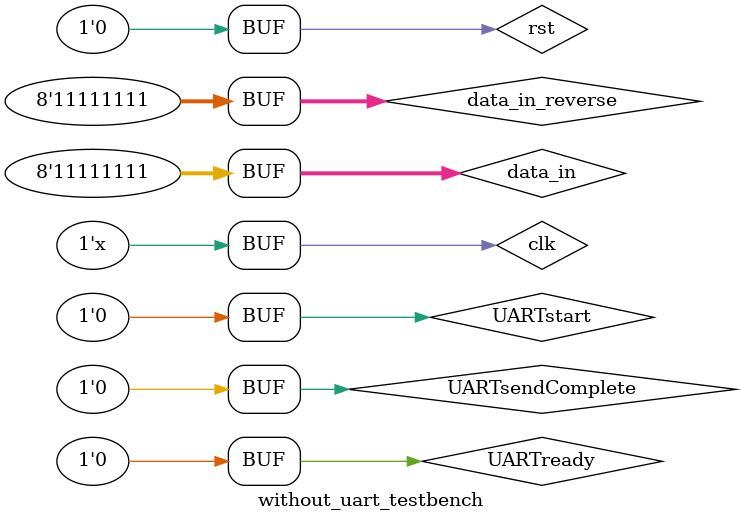
<source format=v>
module without_uart_testbench();

	reg clk;
	reg rst;
	reg UARTstart;
	reg UARTready;
	reg UARTsendComplete;
	reg[7:0] data_in;
	
	wire valid;
	wire[9:0] x_out;
	wire[8:0] y_out;
	wire[7:0] data_in_reverse;

	topLevel_withoutUART toplevel
	(
		.clock(clk),
		.reset(rst),
		.UARTstart(UARTstart),
		.UARTready(UARTready),
		.UARTsendComplete(UARTsendComplete),
		.data_in(data_in_reverse),
		.valid(valid),
		.x_out(x_out),
		.y_out(y_out)
	);
	
	genvar i;
	generate
		for (i = 0; i < 8; i = i + 1)
		begin:reverse
			assign data_in_reverse[i] = data_in[7 - i];			
		end
	endgenerate


	/** Clock generation **/
	always
		#5 clk = ~clk;
	
	/** Send inputs and receive outputs **/
	initial
	begin
		clk   = 1'b1;
		rst   = 1'b1;
		UARTsendComplete = 1'b0;
		UARTstart = 1'b0;
		UARTready = 1'b0;
		#20
		rst = 1'b0;
		#10
		UARTstart = 1'b1;
		#10
		UARTstart = 1'b0;
		
		#10
		UARTready = 1'b1;

		data_in[7:0] =  8'b11111111;
		#10 data_in[7:0] =  8'b11111111;
		#10 data_in[7:0] =  8'b11111111;
		#10 data_in[7:0] =  8'b11111111;
		#10 data_in[7:0] =  8'b11111111;
		#10 data_in[7:0] =  8'b11111111;
		#10 data_in[7:0] =  8'b11111111;
		#10 data_in[7:0] =  8'b11111111;
		#10 data_in[7:0] =  8'b11111111;
		#10 data_in[7:0] =  8'b11111111;
		#10 data_in[7:0] =  8'b11111111;
		#10 data_in[7:0] =  8'b11111111;
		#10 data_in[7:0] =  8'b11111111;
		#10 data_in[7:0] =  8'b11111111;
		#10 data_in[7:0] =  8'b11111111;
		#10 data_in[7:0] =  8'b11111111;
		#10 data_in[7:0] =  8'b11111111;
		#10 data_in[7:0] =  8'b11111111;
		#10 data_in[7:0] =  8'b11111111;
		#10 data_in[7:0] =  8'b11111111;
		#10 data_in[7:0] =  8'b11111111;
		#10 data_in[7:0] =  8'b11111111;
		#10 data_in[7:0] =  8'b11111111;
		#10 data_in[7:0] =  8'b11111111;
		#10 data_in[7:0] =  8'b11111111;
		#10 data_in[7:0] =  8'b11111111;
		#10 data_in[7:0] =  8'b11111111;
		#10 data_in[7:0] =  8'b11111111;
		#10 data_in[7:0] =  8'b11111111;
		#10 data_in[7:0] =  8'b11111111;
		#10 data_in[7:0] =  8'b11111111;
		#10 data_in[7:0] =  8'b11111111;
		#10 data_in[7:0] =  8'b11111111;
		#10 data_in[7:0] =  8'b11111111;
		#10 data_in[7:0] =  8'b11111111;
		#10 data_in[7:0] =  8'b11111111;
		#10 data_in[7:0] =  8'b11111111;
		#10 data_in[7:0] =  8'b11111111;
		#10 data_in[7:0] =  8'b11111111;
		#10 data_in[7:0] =  8'b11111111;
		#10 data_in[7:0] =  8'b11111111;
		#10 data_in[7:0] =  8'b11111111;
		#10 data_in[7:0] =  8'b11111111;
		#10 data_in[7:0] =  8'b11110000;
		#10 data_in[7:0] =  8'b00000000;
		#10 data_in[7:0] =  8'b00000000;
		#10 data_in[7:0] =  8'b00000000;
		#10 data_in[7:0] =  8'b00000000;
		#10 data_in[7:0] =  8'b00000000;
		#10 data_in[7:0] =  8'b00000000;
		#10 data_in[7:0] =  8'b00000000;
		#10 data_in[7:0] =  8'b00000000;
		#10 data_in[7:0] =  8'b00000000;
		#10 data_in[7:0] =  8'b00000000;
		#10 data_in[7:0] =  8'b00000000;
		#10 data_in[7:0] =  8'b00000000;
		#10 data_in[7:0] =  8'b00000000;
		#10 data_in[7:0] =  8'b00000000;
		#10 data_in[7:0] =  8'b00000000;
		#10 data_in[7:0] =  8'b00000000;
		#10 data_in[7:0] =  8'b00000000;
		#10 data_in[7:0] =  8'b00000000;
		#10 data_in[7:0] =  8'b00000000;
		#10 data_in[7:0] =  8'b00111111;
		#10 data_in[7:0] =  8'b11111111;
		#10 data_in[7:0] =  8'b11111111;
		#10 data_in[7:0] =  8'b11111111;
		#10 data_in[7:0] =  8'b11111111;
		#10 data_in[7:0] =  8'b11111111;
		#10 data_in[7:0] =  8'b11111111;
		#10 data_in[7:0] =  8'b11111111;
		#10 data_in[7:0] =  8'b11111111;
		#10 data_in[7:0] =  8'b11111111;
		#10 data_in[7:0] =  8'b11111111;
		#10 data_in[7:0] =  8'b11111111;
		#10 data_in[7:0] =  8'b11111111;
		#10 data_in[7:0] =  8'b11111111;
		#10 data_in[7:0] =  8'b11111111;
		#10 data_in[7:0] =  8'b11111111;
		#10 data_in[7:0] =  8'b11111111;
		#10 data_in[7:0] =  8'b11111111;
		#10 data_in[7:0] =  8'b11111111;
		#10 data_in[7:0] =  8'b11111111;
		#10 data_in[7:0] =  8'b11111111;
		#10 data_in[7:0] =  8'b11111111;
		#10 data_in[7:0] =  8'b11111111;
		#10 data_in[7:0] =  8'b11111111;
		#10 data_in[7:0] =  8'b11111111;
		#10 data_in[7:0] =  8'b11111111;
		#10 data_in[7:0] =  8'b11111111;
		#10 data_in[7:0] =  8'b11111111;
		#10 data_in[7:0] =  8'b11111111;
		#10 data_in[7:0] =  8'b11111111;
		#10 data_in[7:0] =  8'b11111111;
		#10 data_in[7:0] =  8'b11111111;
		#10 data_in[7:0] =  8'b11111111;
		#10 data_in[7:0] =  8'b11111111;
		#10 data_in[7:0] =  8'b11111111;
		#10 data_in[7:0] =  8'b11111111;
		#10 data_in[7:0] =  8'b11111111;
		#10 data_in[7:0] =  8'b11111111;
		#10 data_in[7:0] =  8'b11111111;
		#10 data_in[7:0] =  8'b11111111;
		#10 data_in[7:0] =  8'b11111111;
		#10 data_in[7:0] =  8'b11111111;
		#10 data_in[7:0] =  8'b11111111;
		#10 data_in[7:0] =  8'b11111111;
		#10 data_in[7:0] =  8'b11111111;
		#10 data_in[7:0] =  8'b11111111;
		#10 data_in[7:0] =  8'b11111111;
		#10 data_in[7:0] =  8'b11111111;
		#10 data_in[7:0] =  8'b11111111;
		#10 data_in[7:0] =  8'b11111111;
		#10 data_in[7:0] =  8'b11111111;
		#10 data_in[7:0] =  8'b11111111;
		#10 data_in[7:0] =  8'b11111111;
		#10 data_in[7:0] =  8'b11111111;
		#10 data_in[7:0] =  8'b11111111;
		#10 data_in[7:0] =  8'b11111111;
		#10 data_in[7:0] =  8'b11111111;
		#10 data_in[7:0] =  8'b11111111;
		#10 data_in[7:0] =  8'b11111111;
		#10 data_in[7:0] =  8'b11111111;
		#10 data_in[7:0] =  8'b11110000;
		#10 data_in[7:0] =  8'b00000000;
		#10 data_in[7:0] =  8'b00000000;
		#10 data_in[7:0] =  8'b00000000;
		#10 data_in[7:0] =  8'b00000000;
		#10 data_in[7:0] =  8'b00000000;
		#10 data_in[7:0] =  8'b00000000;
		#10 data_in[7:0] =  8'b00000000;
		#10 data_in[7:0] =  8'b00000000;
		#10 data_in[7:0] =  8'b00000000;
		#10 data_in[7:0] =  8'b00000000;
		#10 data_in[7:0] =  8'b00000000;
		#10 data_in[7:0] =  8'b00000000;
		#10 data_in[7:0] =  8'b00000000;
		#10 data_in[7:0] =  8'b00000000;
		#10 data_in[7:0] =  8'b00000000;
		#10 data_in[7:0] =  8'b00000000;
		#10 data_in[7:0] =  8'b00000000;
		#10 data_in[7:0] =  8'b00000000;
		#10 data_in[7:0] =  8'b00000000;
		#10 data_in[7:0] =  8'b00111111;
		#10 data_in[7:0] =  8'b11111111;
		#10 data_in[7:0] =  8'b11111111;
		#10 data_in[7:0] =  8'b11111111;
		#10 data_in[7:0] =  8'b11111111;
		#10 data_in[7:0] =  8'b11111111;
		#10 data_in[7:0] =  8'b11111111;
		#10 data_in[7:0] =  8'b11111111;
		#10 data_in[7:0] =  8'b11111111;
		#10 data_in[7:0] =  8'b11111111;
		#10 data_in[7:0] =  8'b11111111;
		#10 data_in[7:0] =  8'b11111111;
		#10 data_in[7:0] =  8'b11111111;
		#10 data_in[7:0] =  8'b11111111;
		#10 data_in[7:0] =  8'b11111111;
		#10 data_in[7:0] =  8'b11111111;
		#10 data_in[7:0] =  8'b11111111;
		#10 data_in[7:0] =  8'b11111111;
		#10 data_in[7:0] =  8'b11111111;
		#10 data_in[7:0] =  8'b11111111;
		#10 data_in[7:0] =  8'b11111111;
		#10 data_in[7:0] =  8'b11111111;
		#10 data_in[7:0] =  8'b11111111;
		#10 data_in[7:0] =  8'b11111111;
		#10 data_in[7:0] =  8'b11111111;
		#10 data_in[7:0] =  8'b11111111;
		#10 data_in[7:0] =  8'b11111111;
		#10 data_in[7:0] =  8'b11111111;
		#10 data_in[7:0] =  8'b11111111;
		#10 data_in[7:0] =  8'b11111111;
		#10 data_in[7:0] =  8'b11111111;
		#10 data_in[7:0] =  8'b11111111;
		#10 data_in[7:0] =  8'b11111111;
		#10 data_in[7:0] =  8'b11111111;
		#10 data_in[7:0] =  8'b11111111;
		#10 data_in[7:0] =  8'b11111111;
		#10 data_in[7:0] =  8'b11111111;
		#10 data_in[7:0] =  8'b11111111;
		#10 data_in[7:0] =  8'b11111111;
		#10 data_in[7:0] =  8'b11111111;
		#10 data_in[7:0] =  8'b11111111;
		#10 data_in[7:0] =  8'b11111111;
		#10 data_in[7:0] =  8'b11111111;
		#10 data_in[7:0] =  8'b11111111;
		#10 data_in[7:0] =  8'b11111111;
		#10 data_in[7:0] =  8'b11111111;
		#10 data_in[7:0] =  8'b11111111;
		#10 data_in[7:0] =  8'b11111111;
		#10 data_in[7:0] =  8'b11111111;
		#10 data_in[7:0] =  8'b11111111;
		#10 data_in[7:0] =  8'b11111111;
		#10 data_in[7:0] =  8'b11111111;
		#10 data_in[7:0] =  8'b11111111;
		#10 data_in[7:0] =  8'b11111111;
		#10 data_in[7:0] =  8'b11111111;
		#10 data_in[7:0] =  8'b11111111;
		#10 data_in[7:0] =  8'b11111111;
		#10 data_in[7:0] =  8'b11111111;
		#10 data_in[7:0] =  8'b11111111;
		#10 data_in[7:0] =  8'b11111111;
		#10 data_in[7:0] =  8'b11110000;
		#10 data_in[7:0] =  8'b00000000;
		#10 data_in[7:0] =  8'b00000000;
		#10 data_in[7:0] =  8'b00000000;
		#10 data_in[7:0] =  8'b00000000;
		#10 data_in[7:0] =  8'b00000000;
		#10 data_in[7:0] =  8'b00000000;
		#10 data_in[7:0] =  8'b00000000;
		#10 data_in[7:0] =  8'b00000000;
		#10 data_in[7:0] =  8'b00000000;
		#10 data_in[7:0] =  8'b00000000;
		#10 data_in[7:0] =  8'b00000000;
		#10 data_in[7:0] =  8'b00000000;
		#10 data_in[7:0] =  8'b00000000;
		#10 data_in[7:0] =  8'b00000000;
		#10 data_in[7:0] =  8'b00000000;
		#10 data_in[7:0] =  8'b00000000;
		#10 data_in[7:0] =  8'b00000000;
		#10 data_in[7:0] =  8'b00000000;
		#10 data_in[7:0] =  8'b00000000;
		#10 data_in[7:0] =  8'b00111111;
		#10 data_in[7:0] =  8'b11111111;
		#10 data_in[7:0] =  8'b11111111;
		#10 data_in[7:0] =  8'b11111111;
		#10 data_in[7:0] =  8'b11111111;
		#10 data_in[7:0] =  8'b11111111;
		#10 data_in[7:0] =  8'b11111111;
		#10 data_in[7:0] =  8'b11111111;
		#10 data_in[7:0] =  8'b11111111;
		#10 data_in[7:0] =  8'b11111111;
		#10 data_in[7:0] =  8'b11111111;
		#10 data_in[7:0] =  8'b11111111;
		#10 data_in[7:0] =  8'b11111111;
		#10 data_in[7:0] =  8'b11111111;
		#10 data_in[7:0] =  8'b11111111;
		#10 data_in[7:0] =  8'b11111111;
		#10 data_in[7:0] =  8'b11111111;
		#10 data_in[7:0] =  8'b11111111;
		#10 data_in[7:0] =  8'b11111111;
		#10 data_in[7:0] =  8'b11111111;
		#10 data_in[7:0] =  8'b11111111;
		#10 data_in[7:0] =  8'b11111111;
		#10 data_in[7:0] =  8'b11111111;
		#10 data_in[7:0] =  8'b11111111;
		#10 data_in[7:0] =  8'b11111111;
		#10 data_in[7:0] =  8'b11111111;
		#10 data_in[7:0] =  8'b11111111;
		#10 data_in[7:0] =  8'b11111111;
		#10 data_in[7:0] =  8'b11111111;
		#10 data_in[7:0] =  8'b11111111;
		#10 data_in[7:0] =  8'b11111111;
		#10 data_in[7:0] =  8'b11111111;
		#10 data_in[7:0] =  8'b11111111;
		#10 data_in[7:0] =  8'b11111111;
		#10 data_in[7:0] =  8'b11111111;
		#10 data_in[7:0] =  8'b11111111;
		#10 data_in[7:0] =  8'b11111111;
		#10 data_in[7:0] =  8'b11111111;
		#10 data_in[7:0] =  8'b11111111;
		#10 data_in[7:0] =  8'b11111111;
		#10 data_in[7:0] =  8'b11111111;
		#10 data_in[7:0] =  8'b11111111;
		#10 data_in[7:0] =  8'b11111111;
		#10 data_in[7:0] =  8'b11111111;
		#10 data_in[7:0] =  8'b11111111;
		#10 data_in[7:0] =  8'b11111111;
		#10 data_in[7:0] =  8'b11111111;
		#10 data_in[7:0] =  8'b11111111;
		#10 data_in[7:0] =  8'b11111111;
		#10 data_in[7:0] =  8'b11111111;
		#10 data_in[7:0] =  8'b11111111;
		#10 data_in[7:0] =  8'b11111111;
		#10 data_in[7:0] =  8'b11111111;
		#10 data_in[7:0] =  8'b11111111;
		#10 data_in[7:0] =  8'b11111111;
		#10 data_in[7:0] =  8'b11111111;
		#10 data_in[7:0] =  8'b11111111;
		#10 data_in[7:0] =  8'b11111111;
		#10 data_in[7:0] =  8'b11111111;
		#10 data_in[7:0] =  8'b11111111;
		#10 data_in[7:0] =  8'b11110000;
		#10 data_in[7:0] =  8'b00000000;
		#10 data_in[7:0] =  8'b00000000;
		#10 data_in[7:0] =  8'b00000000;
		#10 data_in[7:0] =  8'b00000000;
		#10 data_in[7:0] =  8'b00000000;
		#10 data_in[7:0] =  8'b00000000;
		#10 data_in[7:0] =  8'b00000000;
		#10 data_in[7:0] =  8'b00000000;
		#10 data_in[7:0] =  8'b00000000;
		#10 data_in[7:0] =  8'b00000000;
		#10 data_in[7:0] =  8'b00000000;
		#10 data_in[7:0] =  8'b00000000;
		#10 data_in[7:0] =  8'b00000000;
		#10 data_in[7:0] =  8'b00000000;
		#10 data_in[7:0] =  8'b00000000;
		#10 data_in[7:0] =  8'b00000000;
		#10 data_in[7:0] =  8'b00000000;
		#10 data_in[7:0] =  8'b00000000;
		#10 data_in[7:0] =  8'b00000000;
		#10 data_in[7:0] =  8'b01111111;
		#10 data_in[7:0] =  8'b11111111;
		#10 data_in[7:0] =  8'b11111111;
		#10 data_in[7:0] =  8'b11111111;
		#10 data_in[7:0] =  8'b11111111;
		#10 data_in[7:0] =  8'b11111111;
		#10 data_in[7:0] =  8'b11111111;
		#10 data_in[7:0] =  8'b11111111;
		#10 data_in[7:0] =  8'b11111111;
		#10 data_in[7:0] =  8'b11111111;
		#10 data_in[7:0] =  8'b11111111;
		#10 data_in[7:0] =  8'b11111111;
		#10 data_in[7:0] =  8'b11111111;
		#10 data_in[7:0] =  8'b11111111;
		#10 data_in[7:0] =  8'b11111111;
		#10 data_in[7:0] =  8'b11111111;
		#10 data_in[7:0] =  8'b11111111;
		#10 data_in[7:0] =  8'b11111111;
		#10 data_in[7:0] =  8'b11111111;
		#10 data_in[7:0] =  8'b11111111;
		#10 data_in[7:0] =  8'b11111111;
		#10 data_in[7:0] =  8'b11111111;
		#10 data_in[7:0] =  8'b11111111;
		#10 data_in[7:0] =  8'b11111111;
		#10 data_in[7:0] =  8'b11111111;
		#10 data_in[7:0] =  8'b11111111;
		#10 data_in[7:0] =  8'b11111111;
		#10 data_in[7:0] =  8'b11111111;
		#10 data_in[7:0] =  8'b11111111;
		#10 data_in[7:0] =  8'b11111111;
		#10 data_in[7:0] =  8'b11111111;
		#10 data_in[7:0] =  8'b11111111;
		#10 data_in[7:0] =  8'b11111111;
		#10 data_in[7:0] =  8'b11111111;
		#10 data_in[7:0] =  8'b11111111;
		#10 data_in[7:0] =  8'b11111111;
		#10 data_in[7:0] =  8'b11111111;
		#10 data_in[7:0] =  8'b11111111;
		#10 data_in[7:0] =  8'b11111111;
		#10 data_in[7:0] =  8'b11111111;
		#10 data_in[7:0] =  8'b11111111;
		#10 data_in[7:0] =  8'b11111111;
		#10 data_in[7:0] =  8'b11111111;
		#10 data_in[7:0] =  8'b11111111;
		#10 data_in[7:0] =  8'b11111111;
		#10 data_in[7:0] =  8'b11111111;
		#10 data_in[7:0] =  8'b11111111;
		#10 data_in[7:0] =  8'b11111111;
		#10 data_in[7:0] =  8'b11111111;
		#10 data_in[7:0] =  8'b11111111;
		#10 data_in[7:0] =  8'b11111111;
		#10 data_in[7:0] =  8'b11111111;
		#10 data_in[7:0] =  8'b11111111;
		#10 data_in[7:0] =  8'b11111111;
		#10 data_in[7:0] =  8'b11111111;
		#10 data_in[7:0] =  8'b11111111;
		#10 data_in[7:0] =  8'b11111111;
		#10 data_in[7:0] =  8'b11111111;
		#10 data_in[7:0] =  8'b11111111;
		#10 data_in[7:0] =  8'b11111111;
		#10 data_in[7:0] =  8'b11110000;
		#10 data_in[7:0] =  8'b00000000;
		#10 data_in[7:0] =  8'b00000000;
		#10 data_in[7:0] =  8'b00000000;
		#10 data_in[7:0] =  8'b00000000;
		#10 data_in[7:0] =  8'b00000000;
		#10 data_in[7:0] =  8'b00000000;
		#10 data_in[7:0] =  8'b00000000;
		#10 data_in[7:0] =  8'b00000000;
		#10 data_in[7:0] =  8'b00000000;
		#10 data_in[7:0] =  8'b00000000;
		#10 data_in[7:0] =  8'b00000000;
		#10 data_in[7:0] =  8'b00000000;
		#10 data_in[7:0] =  8'b00000000;
		#10 data_in[7:0] =  8'b00000000;
		#10 data_in[7:0] =  8'b00000000;
		#10 data_in[7:0] =  8'b00000000;
		#10 data_in[7:0] =  8'b00000000;
		#10 data_in[7:0] =  8'b00000000;
		#10 data_in[7:0] =  8'b00000000;
		#10 data_in[7:0] =  8'b11111111;
		#10 data_in[7:0] =  8'b11111111;
		#10 data_in[7:0] =  8'b11111111;
		#10 data_in[7:0] =  8'b11111111;
		#10 data_in[7:0] =  8'b11111111;
		#10 data_in[7:0] =  8'b11111111;
		#10 data_in[7:0] =  8'b11111111;
		#10 data_in[7:0] =  8'b11111111;
		#10 data_in[7:0] =  8'b11111111;
		#10 data_in[7:0] =  8'b11111111;
		#10 data_in[7:0] =  8'b11111111;
		#10 data_in[7:0] =  8'b11111111;
		#10 data_in[7:0] =  8'b11111111;
		#10 data_in[7:0] =  8'b11111111;
		#10 data_in[7:0] =  8'b11111111;
		#10 data_in[7:0] =  8'b11111111;
		#10 data_in[7:0] =  8'b11111111;
		#10 data_in[7:0] =  8'b11111111;
		#10 data_in[7:0] =  8'b11111111;
		#10 data_in[7:0] =  8'b11111111;
		#10 data_in[7:0] =  8'b11111111;
		#10 data_in[7:0] =  8'b11111111;
		#10 data_in[7:0] =  8'b11111111;
		#10 data_in[7:0] =  8'b11111111;
		#10 data_in[7:0] =  8'b11111111;
		#10 data_in[7:0] =  8'b11111111;
		#10 data_in[7:0] =  8'b11111111;
		#10 data_in[7:0] =  8'b11111111;
		#10 data_in[7:0] =  8'b11111111;
		#10 data_in[7:0] =  8'b11111111;
		#10 data_in[7:0] =  8'b11111111;
		#10 data_in[7:0] =  8'b11111111;
		#10 data_in[7:0] =  8'b11111111;
		#10 data_in[7:0] =  8'b11111111;
		#10 data_in[7:0] =  8'b11111111;
		#10 data_in[7:0] =  8'b11111111;
		#10 data_in[7:0] =  8'b11111111;
		#10 data_in[7:0] =  8'b11111111;
		#10 data_in[7:0] =  8'b11111111;
		#10 data_in[7:0] =  8'b11111111;
		#10 data_in[7:0] =  8'b11111111;
		#10 data_in[7:0] =  8'b11111111;
		#10 data_in[7:0] =  8'b11111111;
		#10 data_in[7:0] =  8'b11111111;
		#10 data_in[7:0] =  8'b11111111;
		#10 data_in[7:0] =  8'b11111111;
		#10 data_in[7:0] =  8'b11111111;
		#10 data_in[7:0] =  8'b11111111;
		#10 data_in[7:0] =  8'b11111111;
		#10 data_in[7:0] =  8'b11111111;
		#10 data_in[7:0] =  8'b11111111;
		#10 data_in[7:0] =  8'b11111111;
		#10 data_in[7:0] =  8'b11111111;
		#10 data_in[7:0] =  8'b11111111;
		#10 data_in[7:0] =  8'b11111111;
		#10 data_in[7:0] =  8'b11111111;
		#10 data_in[7:0] =  8'b11111111;
		#10 data_in[7:0] =  8'b11111111;
		#10 data_in[7:0] =  8'b11111111;
		#10 data_in[7:0] =  8'b11111111;
		#10 data_in[7:0] =  8'b11110000;
		#10 data_in[7:0] =  8'b00000000;
		#10 data_in[7:0] =  8'b00000000;
		#10 data_in[7:0] =  8'b00000000;
		#10 data_in[7:0] =  8'b00000000;
		#10 data_in[7:0] =  8'b00000000;
		#10 data_in[7:0] =  8'b00000000;
		#10 data_in[7:0] =  8'b00000000;
		#10 data_in[7:0] =  8'b00000000;
		#10 data_in[7:0] =  8'b00000000;
		#10 data_in[7:0] =  8'b00000000;
		#10 data_in[7:0] =  8'b00000000;
		#10 data_in[7:0] =  8'b00000000;
		#10 data_in[7:0] =  8'b00000000;
		#10 data_in[7:0] =  8'b00000000;
		#10 data_in[7:0] =  8'b00000000;
		#10 data_in[7:0] =  8'b00000000;
		#10 data_in[7:0] =  8'b00000000;
		#10 data_in[7:0] =  8'b00000000;
		#10 data_in[7:0] =  8'b00000000;
		#10 data_in[7:0] =  8'b00111111;
		#10 data_in[7:0] =  8'b11111111;
		#10 data_in[7:0] =  8'b11111111;
		#10 data_in[7:0] =  8'b11111111;
		#10 data_in[7:0] =  8'b11111111;
		#10 data_in[7:0] =  8'b11111111;
		#10 data_in[7:0] =  8'b11111111;
		#10 data_in[7:0] =  8'b11111111;
		#10 data_in[7:0] =  8'b11111111;
		#10 data_in[7:0] =  8'b11111111;
		#10 data_in[7:0] =  8'b11111111;
		#10 data_in[7:0] =  8'b11111111;
		#10 data_in[7:0] =  8'b11111111;
		#10 data_in[7:0] =  8'b11111111;
		#10 data_in[7:0] =  8'b11111111;
		#10 data_in[7:0] =  8'b11111111;
		#10 data_in[7:0] =  8'b11111111;
		#10 data_in[7:0] =  8'b11111111;
		#10 data_in[7:0] =  8'b11111111;
		#10 data_in[7:0] =  8'b11111111;
		#10 data_in[7:0] =  8'b11111111;
		#10 data_in[7:0] =  8'b11111111;
		#10 data_in[7:0] =  8'b11111111;
		#10 data_in[7:0] =  8'b11111111;
		#10 data_in[7:0] =  8'b11111111;
		#10 data_in[7:0] =  8'b11111111;
		#10 data_in[7:0] =  8'b11111111;
		#10 data_in[7:0] =  8'b11111111;
		#10 data_in[7:0] =  8'b11111111;
		#10 data_in[7:0] =  8'b11111111;
		#10 data_in[7:0] =  8'b11111111;
		#10 data_in[7:0] =  8'b11111111;
		#10 data_in[7:0] =  8'b11111111;
		#10 data_in[7:0] =  8'b11111111;
		#10 data_in[7:0] =  8'b11111111;
		#10 data_in[7:0] =  8'b11111111;
		#10 data_in[7:0] =  8'b11111111;
		#10 data_in[7:0] =  8'b11111111;
		#10 data_in[7:0] =  8'b11111111;
		#10 data_in[7:0] =  8'b11111111;
		#10 data_in[7:0] =  8'b11111111;
		#10 data_in[7:0] =  8'b11111111;
		#10 data_in[7:0] =  8'b11111111;
		#10 data_in[7:0] =  8'b11111111;
		#10 data_in[7:0] =  8'b11111111;
		#10 data_in[7:0] =  8'b11111111;
		#10 data_in[7:0] =  8'b11111111;
		#10 data_in[7:0] =  8'b11111111;
		#10 data_in[7:0] =  8'b11111111;
		#10 data_in[7:0] =  8'b11111111;
		#10 data_in[7:0] =  8'b11111111;
		#10 data_in[7:0] =  8'b11111111;
		#10 data_in[7:0] =  8'b11111111;
		#10 data_in[7:0] =  8'b11111111;
		#10 data_in[7:0] =  8'b11111111;
		#10 data_in[7:0] =  8'b11111111;
		#10 data_in[7:0] =  8'b11111111;
		#10 data_in[7:0] =  8'b11111111;
		#10 data_in[7:0] =  8'b11111111;
		#10 data_in[7:0] =  8'b11111111;
		#10 data_in[7:0] =  8'b11110000;
		#10 data_in[7:0] =  8'b00000000;
		#10 data_in[7:0] =  8'b00000000;
		#10 data_in[7:0] =  8'b00000000;
		#10 data_in[7:0] =  8'b00000000;
		#10 data_in[7:0] =  8'b00000000;
		#10 data_in[7:0] =  8'b00000000;
		#10 data_in[7:0] =  8'b00000000;
		#10 data_in[7:0] =  8'b00000000;
		#10 data_in[7:0] =  8'b00000000;
		#10 data_in[7:0] =  8'b00000000;
		#10 data_in[7:0] =  8'b00000000;
		#10 data_in[7:0] =  8'b00000000;
		#10 data_in[7:0] =  8'b00000000;
		#10 data_in[7:0] =  8'b00000000;
		#10 data_in[7:0] =  8'b00000000;
		#10 data_in[7:0] =  8'b00000000;
		#10 data_in[7:0] =  8'b00000000;
		#10 data_in[7:0] =  8'b00000000;
		#10 data_in[7:0] =  8'b00000000;
		#10 data_in[7:0] =  8'b00111111;
		#10 data_in[7:0] =  8'b11111111;
		#10 data_in[7:0] =  8'b11111111;
		#10 data_in[7:0] =  8'b11111111;
		#10 data_in[7:0] =  8'b11111111;
		#10 data_in[7:0] =  8'b11111111;
		#10 data_in[7:0] =  8'b11111111;
		#10 data_in[7:0] =  8'b11111111;
		#10 data_in[7:0] =  8'b11111111;
		#10 data_in[7:0] =  8'b11111111;
		#10 data_in[7:0] =  8'b11111111;
		#10 data_in[7:0] =  8'b11111111;
		#10 data_in[7:0] =  8'b11111111;
		#10 data_in[7:0] =  8'b11111111;
		#10 data_in[7:0] =  8'b11111111;
		#10 data_in[7:0] =  8'b11111111;
		#10 data_in[7:0] =  8'b11111111;
		#10 data_in[7:0] =  8'b11111111;
		#10 data_in[7:0] =  8'b11111111;
		#10 data_in[7:0] =  8'b11111111;
		#10 data_in[7:0] =  8'b11111111;
		#10 data_in[7:0] =  8'b11111111;
		#10 data_in[7:0] =  8'b11111111;
		#10 data_in[7:0] =  8'b11111111;
		#10 data_in[7:0] =  8'b11111111;
		#10 data_in[7:0] =  8'b11111111;
		#10 data_in[7:0] =  8'b11111111;
		#10 data_in[7:0] =  8'b11111111;
		#10 data_in[7:0] =  8'b11111111;
		#10 data_in[7:0] =  8'b11111111;
		#10 data_in[7:0] =  8'b11111111;
		#10 data_in[7:0] =  8'b11111111;
		#10 data_in[7:0] =  8'b11111111;
		#10 data_in[7:0] =  8'b11111111;
		#10 data_in[7:0] =  8'b11111111;
		#10 data_in[7:0] =  8'b11111111;
		#10 data_in[7:0] =  8'b11111111;
		#10 data_in[7:0] =  8'b11111111;
		#10 data_in[7:0] =  8'b11111111;
		#10 data_in[7:0] =  8'b11111111;
		#10 data_in[7:0] =  8'b11111111;
		#10 data_in[7:0] =  8'b11111111;
		#10 data_in[7:0] =  8'b11111111;
		#10 data_in[7:0] =  8'b11111111;
		#10 data_in[7:0] =  8'b11111111;
		#10 data_in[7:0] =  8'b11111111;
		#10 data_in[7:0] =  8'b11111111;
		#10 data_in[7:0] =  8'b11111111;
		#10 data_in[7:0] =  8'b11111111;
		#10 data_in[7:0] =  8'b11111111;
		#10 data_in[7:0] =  8'b11111111;
		#10 data_in[7:0] =  8'b11111111;
		#10 data_in[7:0] =  8'b11111111;
		#10 data_in[7:0] =  8'b11111111;
		#10 data_in[7:0] =  8'b11111111;
		#10 data_in[7:0] =  8'b11111111;
		#10 data_in[7:0] =  8'b11111111;
		#10 data_in[7:0] =  8'b11111111;
		#10 data_in[7:0] =  8'b11111111;
		#10 data_in[7:0] =  8'b11111111;
		#10 data_in[7:0] =  8'b11110000;
		#10 data_in[7:0] =  8'b00000000;
		#10 data_in[7:0] =  8'b00000000;
		#10 data_in[7:0] =  8'b00000000;
		#10 data_in[7:0] =  8'b00000000;
		#10 data_in[7:0] =  8'b00000000;
		#10 data_in[7:0] =  8'b00000000;
		#10 data_in[7:0] =  8'b00000000;
		#10 data_in[7:0] =  8'b00000000;
		#10 data_in[7:0] =  8'b00000000;
		#10 data_in[7:0] =  8'b00000000;
		#10 data_in[7:0] =  8'b00000000;
		#10 data_in[7:0] =  8'b00000000;
		#10 data_in[7:0] =  8'b00000000;
		#10 data_in[7:0] =  8'b00000000;
		#10 data_in[7:0] =  8'b00000000;
		#10 data_in[7:0] =  8'b00000000;
		#10 data_in[7:0] =  8'b00000000;
		#10 data_in[7:0] =  8'b00000000;
		#10 data_in[7:0] =  8'b00000000;
		#10 data_in[7:0] =  8'b00111111;
		#10 data_in[7:0] =  8'b11111111;
		#10 data_in[7:0] =  8'b11111111;
		#10 data_in[7:0] =  8'b11111111;
		#10 data_in[7:0] =  8'b11111111;
		#10 data_in[7:0] =  8'b11111111;
		#10 data_in[7:0] =  8'b11111111;
		#10 data_in[7:0] =  8'b11111111;
		#10 data_in[7:0] =  8'b11111111;
		#10 data_in[7:0] =  8'b11111111;
		#10 data_in[7:0] =  8'b11111111;
		#10 data_in[7:0] =  8'b11111111;
		#10 data_in[7:0] =  8'b11111111;
		#10 data_in[7:0] =  8'b11111111;
		#10 data_in[7:0] =  8'b11111111;
		#10 data_in[7:0] =  8'b11111111;
		#10 data_in[7:0] =  8'b11111111;
		#10 data_in[7:0] =  8'b11111111;
		#10 data_in[7:0] =  8'b11111111;
		#10 data_in[7:0] =  8'b11111111;
		#10 data_in[7:0] =  8'b11111111;
		#10 data_in[7:0] =  8'b11111111;
		#10 data_in[7:0] =  8'b11111111;
		#10 data_in[7:0] =  8'b11111111;
		#10 data_in[7:0] =  8'b11111111;
		#10 data_in[7:0] =  8'b11111111;
		#10 data_in[7:0] =  8'b11111111;
		#10 data_in[7:0] =  8'b11111111;
		#10 data_in[7:0] =  8'b11111111;
		#10 data_in[7:0] =  8'b11111111;
		#10 data_in[7:0] =  8'b11111111;
		#10 data_in[7:0] =  8'b11111111;
		#10 data_in[7:0] =  8'b11111111;
		#10 data_in[7:0] =  8'b11111111;
		#10 data_in[7:0] =  8'b11111111;
		#10 data_in[7:0] =  8'b11111111;
		#10 data_in[7:0] =  8'b11111111;
		#10 data_in[7:0] =  8'b11111111;
		#10 data_in[7:0] =  8'b11111111;
		#10 data_in[7:0] =  8'b11111111;
		#10 data_in[7:0] =  8'b11111111;
		#10 data_in[7:0] =  8'b11111111;
		#10 data_in[7:0] =  8'b11111111;
		#10 data_in[7:0] =  8'b11111111;
		#10 data_in[7:0] =  8'b11111111;
		#10 data_in[7:0] =  8'b11111111;
		#10 data_in[7:0] =  8'b11111111;
		#10 data_in[7:0] =  8'b11111111;
		#10 data_in[7:0] =  8'b11111111;
		#10 data_in[7:0] =  8'b11111111;
		#10 data_in[7:0] =  8'b11111111;
		#10 data_in[7:0] =  8'b11111111;
		#10 data_in[7:0] =  8'b11111111;
		#10 data_in[7:0] =  8'b11111111;
		#10 data_in[7:0] =  8'b11111111;
		#10 data_in[7:0] =  8'b11111111;
		#10 data_in[7:0] =  8'b11111111;
		#10 data_in[7:0] =  8'b11111111;
		#10 data_in[7:0] =  8'b11111111;
		#10 data_in[7:0] =  8'b11111111;
		#10 data_in[7:0] =  8'b11110000;
		#10 data_in[7:0] =  8'b00000000;
		#10 data_in[7:0] =  8'b00000000;
		#10 data_in[7:0] =  8'b00000000;
		#10 data_in[7:0] =  8'b00000000;
		#10 data_in[7:0] =  8'b00000000;
		#10 data_in[7:0] =  8'b00000000;
		#10 data_in[7:0] =  8'b00000000;
		#10 data_in[7:0] =  8'b00000000;
		#10 data_in[7:0] =  8'b00000000;
		#10 data_in[7:0] =  8'b00000000;
		#10 data_in[7:0] =  8'b00000000;
		#10 data_in[7:0] =  8'b00000000;
		#10 data_in[7:0] =  8'b00000000;
		#10 data_in[7:0] =  8'b00000000;
		#10 data_in[7:0] =  8'b00000000;
		#10 data_in[7:0] =  8'b00000000;
		#10 data_in[7:0] =  8'b00000000;
		#10 data_in[7:0] =  8'b00000000;
		#10 data_in[7:0] =  8'b00000000;
		#10 data_in[7:0] =  8'b00111111;
		#10 data_in[7:0] =  8'b11111111;
		#10 data_in[7:0] =  8'b11111111;
		#10 data_in[7:0] =  8'b11111111;
		#10 data_in[7:0] =  8'b11111111;
		#10 data_in[7:0] =  8'b11111111;
		#10 data_in[7:0] =  8'b11111111;
		#10 data_in[7:0] =  8'b11111111;
		#10 data_in[7:0] =  8'b11111111;
		#10 data_in[7:0] =  8'b11111111;
		#10 data_in[7:0] =  8'b11111111;
		#10 data_in[7:0] =  8'b11111111;
		#10 data_in[7:0] =  8'b11111111;
		#10 data_in[7:0] =  8'b11111111;
		#10 data_in[7:0] =  8'b11111111;
		#10 data_in[7:0] =  8'b11111111;
		#10 data_in[7:0] =  8'b11111111;
		#10 data_in[7:0] =  8'b11111111;
		#10 data_in[7:0] =  8'b11111111;
		#10 data_in[7:0] =  8'b11111111;
		#10 data_in[7:0] =  8'b11111111;
		#10 data_in[7:0] =  8'b11111111;
		#10 data_in[7:0] =  8'b11111111;
		#10 data_in[7:0] =  8'b11111111;
		#10 data_in[7:0] =  8'b11111111;
		#10 data_in[7:0] =  8'b11111111;
		#10 data_in[7:0] =  8'b11111111;
		#10 data_in[7:0] =  8'b11111111;
		#10 data_in[7:0] =  8'b11111111;
		#10 data_in[7:0] =  8'b11111111;
		#10 data_in[7:0] =  8'b11111111;
		#10 data_in[7:0] =  8'b11111111;
		#10 data_in[7:0] =  8'b11111111;
		#10 data_in[7:0] =  8'b11111111;
		#10 data_in[7:0] =  8'b11111111;
		#10 data_in[7:0] =  8'b11111111;
		#10 data_in[7:0] =  8'b11111111;
		#10 data_in[7:0] =  8'b11111111;
		#10 data_in[7:0] =  8'b11111111;
		#10 data_in[7:0] =  8'b11111111;
		#10 data_in[7:0] =  8'b11111111;
		#10 data_in[7:0] =  8'b11111111;
		#10 data_in[7:0] =  8'b11111111;
		#10 data_in[7:0] =  8'b11111111;
		#10 data_in[7:0] =  8'b11111111;
		#10 data_in[7:0] =  8'b11111111;
		#10 data_in[7:0] =  8'b11111111;
		#10 data_in[7:0] =  8'b11111111;
		#10 data_in[7:0] =  8'b11111111;
		#10 data_in[7:0] =  8'b11111111;
		#10 data_in[7:0] =  8'b11111111;
		#10 data_in[7:0] =  8'b11111111;
		#10 data_in[7:0] =  8'b11111111;
		#10 data_in[7:0] =  8'b11111111;
		#10 data_in[7:0] =  8'b11111111;
		#10 data_in[7:0] =  8'b11111111;
		#10 data_in[7:0] =  8'b11111111;
		#10 data_in[7:0] =  8'b11111111;
		#10 data_in[7:0] =  8'b11111111;
		#10 data_in[7:0] =  8'b11111111;
		#10 data_in[7:0] =  8'b11110000;
		#10 data_in[7:0] =  8'b00000000;
		#10 data_in[7:0] =  8'b00000000;
		#10 data_in[7:0] =  8'b00000000;
		#10 data_in[7:0] =  8'b00000000;
		#10 data_in[7:0] =  8'b00000000;
		#10 data_in[7:0] =  8'b00000000;
		#10 data_in[7:0] =  8'b00000000;
		#10 data_in[7:0] =  8'b00000000;
		#10 data_in[7:0] =  8'b00000000;
		#10 data_in[7:0] =  8'b00000000;
		#10 data_in[7:0] =  8'b00000000;
		#10 data_in[7:0] =  8'b00000000;
		#10 data_in[7:0] =  8'b00000000;
		#10 data_in[7:0] =  8'b00000000;
		#10 data_in[7:0] =  8'b00000000;
		#10 data_in[7:0] =  8'b00000000;
		#10 data_in[7:0] =  8'b00000000;
		#10 data_in[7:0] =  8'b00000000;
		#10 data_in[7:0] =  8'b00000000;
		#10 data_in[7:0] =  8'b00111111;
		#10 data_in[7:0] =  8'b11111111;
		#10 data_in[7:0] =  8'b11111111;
		#10 data_in[7:0] =  8'b11111111;
		#10 data_in[7:0] =  8'b11111111;
		#10 data_in[7:0] =  8'b11111111;
		#10 data_in[7:0] =  8'b11111111;
		#10 data_in[7:0] =  8'b11111111;
		#10 data_in[7:0] =  8'b11111111;
		#10 data_in[7:0] =  8'b11111111;
		#10 data_in[7:0] =  8'b11111111;
		#10 data_in[7:0] =  8'b11111111;
		#10 data_in[7:0] =  8'b11111111;
		#10 data_in[7:0] =  8'b11111111;
		#10 data_in[7:0] =  8'b11111111;
		#10 data_in[7:0] =  8'b11111111;
		#10 data_in[7:0] =  8'b11111111;
		#10 data_in[7:0] =  8'b11111111;
		#10 data_in[7:0] =  8'b11111111;
		#10 data_in[7:0] =  8'b11111111;
		#10 data_in[7:0] =  8'b11111111;
		#10 data_in[7:0] =  8'b11111111;
		#10 data_in[7:0] =  8'b11111111;
		#10 data_in[7:0] =  8'b11111111;
		#10 data_in[7:0] =  8'b11111111;
		#10 data_in[7:0] =  8'b11111111;
		#10 data_in[7:0] =  8'b11111111;
		#10 data_in[7:0] =  8'b11111111;
		#10 data_in[7:0] =  8'b11111111;
		#10 data_in[7:0] =  8'b11111111;
		#10 data_in[7:0] =  8'b11111111;
		#10 data_in[7:0] =  8'b11111111;
		#10 data_in[7:0] =  8'b11111111;
		#10 data_in[7:0] =  8'b11111111;
		#10 data_in[7:0] =  8'b11111111;
		#10 data_in[7:0] =  8'b11111111;
		#10 data_in[7:0] =  8'b11111111;
		#10 data_in[7:0] =  8'b11111111;
		#10 data_in[7:0] =  8'b11111111;
		#10 data_in[7:0] =  8'b11111111;
		#10 data_in[7:0] =  8'b11111111;
		#10 data_in[7:0] =  8'b11111111;
		#10 data_in[7:0] =  8'b11111111;
		#10 data_in[7:0] =  8'b11111111;
		#10 data_in[7:0] =  8'b11111111;
		#10 data_in[7:0] =  8'b11111111;
		#10 data_in[7:0] =  8'b11111111;
		#10 data_in[7:0] =  8'b11111111;
		#10 data_in[7:0] =  8'b11111111;
		#10 data_in[7:0] =  8'b11111111;
		#10 data_in[7:0] =  8'b11111111;
		#10 data_in[7:0] =  8'b11111111;
		#10 data_in[7:0] =  8'b11111111;
		#10 data_in[7:0] =  8'b11111111;
		#10 data_in[7:0] =  8'b11111111;
		#10 data_in[7:0] =  8'b11111111;
		#10 data_in[7:0] =  8'b11111111;
		#10 data_in[7:0] =  8'b11111111;
		#10 data_in[7:0] =  8'b11111111;
		#10 data_in[7:0] =  8'b11111111;
		#10 data_in[7:0] =  8'b11110000;
		#10 data_in[7:0] =  8'b00000000;
		#10 data_in[7:0] =  8'b00000000;
		#10 data_in[7:0] =  8'b00000000;
		#10 data_in[7:0] =  8'b00000000;
		#10 data_in[7:0] =  8'b00000000;
		#10 data_in[7:0] =  8'b00000000;
		#10 data_in[7:0] =  8'b00000000;
		#10 data_in[7:0] =  8'b00000000;
		#10 data_in[7:0] =  8'b00000000;
		#10 data_in[7:0] =  8'b00000000;
		#10 data_in[7:0] =  8'b00000000;
		#10 data_in[7:0] =  8'b00000000;
		#10 data_in[7:0] =  8'b00000000;
		#10 data_in[7:0] =  8'b00000000;
		#10 data_in[7:0] =  8'b00000000;
		#10 data_in[7:0] =  8'b00000000;
		#10 data_in[7:0] =  8'b00000000;
		#10 data_in[7:0] =  8'b00000000;
		#10 data_in[7:0] =  8'b00000000;
		#10 data_in[7:0] =  8'b00111111;
		#10 data_in[7:0] =  8'b11111111;
		#10 data_in[7:0] =  8'b11111111;
		#10 data_in[7:0] =  8'b11111111;
		#10 data_in[7:0] =  8'b11111111;
		#10 data_in[7:0] =  8'b11111111;
		#10 data_in[7:0] =  8'b11111111;
		#10 data_in[7:0] =  8'b11111111;
		#10 data_in[7:0] =  8'b11111111;
		#10 data_in[7:0] =  8'b11111111;
		#10 data_in[7:0] =  8'b11111111;
		#10 data_in[7:0] =  8'b11111111;
		#10 data_in[7:0] =  8'b11111111;
		#10 data_in[7:0] =  8'b11111111;
		#10 data_in[7:0] =  8'b11111111;
		#10 data_in[7:0] =  8'b11111111;
		#10 data_in[7:0] =  8'b11111111;
		#10 data_in[7:0] =  8'b11111111;
		#10 data_in[7:0] =  8'b11111111;
		#10 data_in[7:0] =  8'b11111111;
		#10 data_in[7:0] =  8'b11111111;
		#10 data_in[7:0] =  8'b11111111;
		#10 data_in[7:0] =  8'b11111111;
		#10 data_in[7:0] =  8'b11111111;
		#10 data_in[7:0] =  8'b11111111;
		#10 data_in[7:0] =  8'b11111111;
		#10 data_in[7:0] =  8'b11111111;
		#10 data_in[7:0] =  8'b11111111;
		#10 data_in[7:0] =  8'b11111111;
		#10 data_in[7:0] =  8'b11111111;
		#10 data_in[7:0] =  8'b11111111;
		#10 data_in[7:0] =  8'b11111111;
		#10 data_in[7:0] =  8'b11111111;
		#10 data_in[7:0] =  8'b11111111;
		#10 data_in[7:0] =  8'b11111111;
		#10 data_in[7:0] =  8'b11111111;
		#10 data_in[7:0] =  8'b11111111;
		#10 data_in[7:0] =  8'b11111111;
		#10 data_in[7:0] =  8'b11111111;
		#10 data_in[7:0] =  8'b11111111;
		#10 data_in[7:0] =  8'b11111111;
		#10 data_in[7:0] =  8'b11111111;
		#10 data_in[7:0] =  8'b11111111;
		#10 data_in[7:0] =  8'b11111111;
		#10 data_in[7:0] =  8'b11111111;
		#10 data_in[7:0] =  8'b11111111;
		#10 data_in[7:0] =  8'b11111111;
		#10 data_in[7:0] =  8'b11111111;
		#10 data_in[7:0] =  8'b11111111;
		#10 data_in[7:0] =  8'b11111111;
		#10 data_in[7:0] =  8'b11111111;
		#10 data_in[7:0] =  8'b11111111;
		#10 data_in[7:0] =  8'b11111111;
		#10 data_in[7:0] =  8'b11111111;
		#10 data_in[7:0] =  8'b11111111;
		#10 data_in[7:0] =  8'b11111111;
		#10 data_in[7:0] =  8'b11111111;
		#10 data_in[7:0] =  8'b11111111;
		#10 data_in[7:0] =  8'b11111111;
		#10 data_in[7:0] =  8'b11111111;
		#10 data_in[7:0] =  8'b11110000;
		#10 data_in[7:0] =  8'b00000000;
		#10 data_in[7:0] =  8'b00000000;
		#10 data_in[7:0] =  8'b00000000;
		#10 data_in[7:0] =  8'b00000000;
		#10 data_in[7:0] =  8'b00000000;
		#10 data_in[7:0] =  8'b00000000;
		#10 data_in[7:0] =  8'b00000000;
		#10 data_in[7:0] =  8'b00000000;
		#10 data_in[7:0] =  8'b00000000;
		#10 data_in[7:0] =  8'b00000000;
		#10 data_in[7:0] =  8'b00000000;
		#10 data_in[7:0] =  8'b00000000;
		#10 data_in[7:0] =  8'b00000000;
		#10 data_in[7:0] =  8'b00000000;
		#10 data_in[7:0] =  8'b00000000;
		#10 data_in[7:0] =  8'b00000000;
		#10 data_in[7:0] =  8'b00000000;
		#10 data_in[7:0] =  8'b00000000;
		#10 data_in[7:0] =  8'b00000000;
		#10 data_in[7:0] =  8'b00111111;
		#10 data_in[7:0] =  8'b11111111;
		#10 data_in[7:0] =  8'b11111111;
		#10 data_in[7:0] =  8'b11111111;
		#10 data_in[7:0] =  8'b11111111;
		#10 data_in[7:0] =  8'b11111111;
		#10 data_in[7:0] =  8'b11111111;
		#10 data_in[7:0] =  8'b11111111;
		#10 data_in[7:0] =  8'b11111111;
		#10 data_in[7:0] =  8'b11111111;
		#10 data_in[7:0] =  8'b11111111;
		#10 data_in[7:0] =  8'b11111111;
		#10 data_in[7:0] =  8'b11111111;
		#10 data_in[7:0] =  8'b11111111;
		#10 data_in[7:0] =  8'b11111111;
		#10 data_in[7:0] =  8'b11111111;
		#10 data_in[7:0] =  8'b11111111;
		#10 data_in[7:0] =  8'b11111111;
		#10 data_in[7:0] =  8'b11111111;
		#10 data_in[7:0] =  8'b11111111;
		#10 data_in[7:0] =  8'b11111111;
		#10 data_in[7:0] =  8'b11111111;
		#10 data_in[7:0] =  8'b11111111;
		#10 data_in[7:0] =  8'b11111111;
		#10 data_in[7:0] =  8'b11111111;
		#10 data_in[7:0] =  8'b11111111;
		#10 data_in[7:0] =  8'b11111111;
		#10 data_in[7:0] =  8'b11111111;
		#10 data_in[7:0] =  8'b11111111;
		#10 data_in[7:0] =  8'b11111111;
		#10 data_in[7:0] =  8'b11111111;
		#10 data_in[7:0] =  8'b11111111;
		#10 data_in[7:0] =  8'b11111111;
		#10 data_in[7:0] =  8'b11111111;
		#10 data_in[7:0] =  8'b11111111;
		#10 data_in[7:0] =  8'b11111111;
		#10 data_in[7:0] =  8'b11111111;
		#10 data_in[7:0] =  8'b11111111;
		#10 data_in[7:0] =  8'b11111111;
		#10 data_in[7:0] =  8'b11111111;
		#10 data_in[7:0] =  8'b11111111;
		#10 data_in[7:0] =  8'b11111111;
		#10 data_in[7:0] =  8'b11111111;
		#10 data_in[7:0] =  8'b11111111;
		#10 data_in[7:0] =  8'b11111111;
		#10 data_in[7:0] =  8'b11111111;
		#10 data_in[7:0] =  8'b11111111;
		#10 data_in[7:0] =  8'b11111111;
		#10 data_in[7:0] =  8'b11111111;
		#10 data_in[7:0] =  8'b11111111;
		#10 data_in[7:0] =  8'b11111111;
		#10 data_in[7:0] =  8'b11111111;
		#10 data_in[7:0] =  8'b11111111;
		#10 data_in[7:0] =  8'b11111111;
		#10 data_in[7:0] =  8'b11111111;
		#10 data_in[7:0] =  8'b11111111;
		#10 data_in[7:0] =  8'b11111111;
		#10 data_in[7:0] =  8'b11111111;
		#10 data_in[7:0] =  8'b11111111;
		#10 data_in[7:0] =  8'b11111111;
		#10 data_in[7:0] =  8'b11110000;
		#10 data_in[7:0] =  8'b00000000;
		#10 data_in[7:0] =  8'b00000000;
		#10 data_in[7:0] =  8'b00000000;
		#10 data_in[7:0] =  8'b00000000;
		#10 data_in[7:0] =  8'b00000000;
		#10 data_in[7:0] =  8'b00000000;
		#10 data_in[7:0] =  8'b00000000;
		#10 data_in[7:0] =  8'b00000000;
		#10 data_in[7:0] =  8'b00000000;
		#10 data_in[7:0] =  8'b00000000;
		#10 data_in[7:0] =  8'b00000000;
		#10 data_in[7:0] =  8'b00000000;
		#10 data_in[7:0] =  8'b00000000;
		#10 data_in[7:0] =  8'b00000000;
		#10 data_in[7:0] =  8'b00000000;
		#10 data_in[7:0] =  8'b00000000;
		#10 data_in[7:0] =  8'b00000000;
		#10 data_in[7:0] =  8'b00000000;
		#10 data_in[7:0] =  8'b00000000;
		#10 data_in[7:0] =  8'b00111111;
		#10 data_in[7:0] =  8'b11111111;
		#10 data_in[7:0] =  8'b11111111;
		#10 data_in[7:0] =  8'b11111111;
		#10 data_in[7:0] =  8'b11111111;
		#10 data_in[7:0] =  8'b11111111;
		#10 data_in[7:0] =  8'b11111111;
		#10 data_in[7:0] =  8'b11111111;
		#10 data_in[7:0] =  8'b11111111;
		#10 data_in[7:0] =  8'b11111111;
		#10 data_in[7:0] =  8'b11111111;
		#10 data_in[7:0] =  8'b11111111;
		#10 data_in[7:0] =  8'b11111111;
		#10 data_in[7:0] =  8'b11111111;
		#10 data_in[7:0] =  8'b11111111;
		#10 data_in[7:0] =  8'b11111111;
		#10 data_in[7:0] =  8'b11111111;
		#10 data_in[7:0] =  8'b11111111;
		#10 data_in[7:0] =  8'b11111111;
		#10 data_in[7:0] =  8'b11111111;
		#10 data_in[7:0] =  8'b11111111;
		#10 data_in[7:0] =  8'b11111111;
		#10 data_in[7:0] =  8'b11111111;
		#10 data_in[7:0] =  8'b11111111;
		#10 data_in[7:0] =  8'b11111111;
		#10 data_in[7:0] =  8'b11111111;
		#10 data_in[7:0] =  8'b11111111;
		#10 data_in[7:0] =  8'b11111111;
		#10 data_in[7:0] =  8'b11111111;
		#10 data_in[7:0] =  8'b11111111;
		#10 data_in[7:0] =  8'b11111111;
		#10 data_in[7:0] =  8'b11111111;
		#10 data_in[7:0] =  8'b11111111;
		#10 data_in[7:0] =  8'b11111111;
		#10 data_in[7:0] =  8'b11111111;
		#10 data_in[7:0] =  8'b11111111;
		#10 data_in[7:0] =  8'b11111111;
		#10 data_in[7:0] =  8'b11111111;
		#10 data_in[7:0] =  8'b11111111;
		#10 data_in[7:0] =  8'b11111111;
		#10 data_in[7:0] =  8'b11111111;
		#10 data_in[7:0] =  8'b11111111;
		#10 data_in[7:0] =  8'b11111111;
		#10 data_in[7:0] =  8'b11111111;
		#10 data_in[7:0] =  8'b11111111;
		#10 data_in[7:0] =  8'b11111111;
		#10 data_in[7:0] =  8'b11111111;
		#10 data_in[7:0] =  8'b11111111;
		#10 data_in[7:0] =  8'b11111111;
		#10 data_in[7:0] =  8'b11111111;
		#10 data_in[7:0] =  8'b11111111;
		#10 data_in[7:0] =  8'b11111111;
		#10 data_in[7:0] =  8'b11111111;
		#10 data_in[7:0] =  8'b11111111;
		#10 data_in[7:0] =  8'b11111111;
		#10 data_in[7:0] =  8'b11111111;
		#10 data_in[7:0] =  8'b11111111;
		#10 data_in[7:0] =  8'b11111111;
		#10 data_in[7:0] =  8'b11111111;
		#10 data_in[7:0] =  8'b11111111;
		#10 data_in[7:0] =  8'b11110000;
		#10 data_in[7:0] =  8'b00000000;
		#10 data_in[7:0] =  8'b00000000;
		#10 data_in[7:0] =  8'b00000000;
		#10 data_in[7:0] =  8'b00000000;
		#10 data_in[7:0] =  8'b00000000;
		#10 data_in[7:0] =  8'b00000000;
		#10 data_in[7:0] =  8'b00000000;
		#10 data_in[7:0] =  8'b00000000;
		#10 data_in[7:0] =  8'b00000000;
		#10 data_in[7:0] =  8'b00000000;
		#10 data_in[7:0] =  8'b00000000;
		#10 data_in[7:0] =  8'b00000000;
		#10 data_in[7:0] =  8'b00000000;
		#10 data_in[7:0] =  8'b00000000;
		#10 data_in[7:0] =  8'b00000000;
		#10 data_in[7:0] =  8'b00000000;
		#10 data_in[7:0] =  8'b00000000;
		#10 data_in[7:0] =  8'b00000000;
		#10 data_in[7:0] =  8'b00000000;
		#10 data_in[7:0] =  8'b00011111;
		#10 data_in[7:0] =  8'b11111111;
		#10 data_in[7:0] =  8'b11111111;
		#10 data_in[7:0] =  8'b11111111;
		#10 data_in[7:0] =  8'b11111111;
		#10 data_in[7:0] =  8'b11111111;
		#10 data_in[7:0] =  8'b11111111;
		#10 data_in[7:0] =  8'b11111111;
		#10 data_in[7:0] =  8'b11111111;
		#10 data_in[7:0] =  8'b11111111;
		#10 data_in[7:0] =  8'b11111111;
		#10 data_in[7:0] =  8'b11111111;
		#10 data_in[7:0] =  8'b11111111;
		#10 data_in[7:0] =  8'b11111111;
		#10 data_in[7:0] =  8'b11111111;
		#10 data_in[7:0] =  8'b11111111;
		#10 data_in[7:0] =  8'b11111111;
		#10 data_in[7:0] =  8'b11111111;
		#10 data_in[7:0] =  8'b11111111;
		#10 data_in[7:0] =  8'b11111111;
		#10 data_in[7:0] =  8'b11111111;
		#10 data_in[7:0] =  8'b11111111;
		#10 data_in[7:0] =  8'b11111111;
		#10 data_in[7:0] =  8'b11111111;
		#10 data_in[7:0] =  8'b11111111;
		#10 data_in[7:0] =  8'b11111111;
		#10 data_in[7:0] =  8'b11111111;
		#10 data_in[7:0] =  8'b11111111;
		#10 data_in[7:0] =  8'b11111111;
		#10 data_in[7:0] =  8'b11111111;
		#10 data_in[7:0] =  8'b11111111;
		#10 data_in[7:0] =  8'b11111111;
		#10 data_in[7:0] =  8'b11111111;
		#10 data_in[7:0] =  8'b11111111;
		#10 data_in[7:0] =  8'b11111111;
		#10 data_in[7:0] =  8'b11111111;
		#10 data_in[7:0] =  8'b11111111;
		#10 data_in[7:0] =  8'b11111111;
		#10 data_in[7:0] =  8'b11111111;
		#10 data_in[7:0] =  8'b11111111;
		#10 data_in[7:0] =  8'b11111111;
		#10 data_in[7:0] =  8'b11111111;
		#10 data_in[7:0] =  8'b11111111;
		#10 data_in[7:0] =  8'b11111111;
		#10 data_in[7:0] =  8'b11111111;
		#10 data_in[7:0] =  8'b11111111;
		#10 data_in[7:0] =  8'b11111111;
		#10 data_in[7:0] =  8'b11111111;
		#10 data_in[7:0] =  8'b11111111;
		#10 data_in[7:0] =  8'b11111111;
		#10 data_in[7:0] =  8'b11111111;
		#10 data_in[7:0] =  8'b11111111;
		#10 data_in[7:0] =  8'b11111111;
		#10 data_in[7:0] =  8'b11111111;
		#10 data_in[7:0] =  8'b11111111;
		#10 data_in[7:0] =  8'b11111111;
		#10 data_in[7:0] =  8'b11111111;
		#10 data_in[7:0] =  8'b11111111;
		#10 data_in[7:0] =  8'b11111111;
		#10 data_in[7:0] =  8'b11111111;
		#10 data_in[7:0] =  8'b11110000;
		#10 data_in[7:0] =  8'b00000000;
		#10 data_in[7:0] =  8'b00000000;
		#10 data_in[7:0] =  8'b00000000;
		#10 data_in[7:0] =  8'b00000000;
		#10 data_in[7:0] =  8'b00000000;
		#10 data_in[7:0] =  8'b00000000;
		#10 data_in[7:0] =  8'b00000000;
		#10 data_in[7:0] =  8'b00000000;
		#10 data_in[7:0] =  8'b00000000;
		#10 data_in[7:0] =  8'b00000000;
		#10 data_in[7:0] =  8'b00000000;
		#10 data_in[7:0] =  8'b00000000;
		#10 data_in[7:0] =  8'b00000000;
		#10 data_in[7:0] =  8'b00000000;
		#10 data_in[7:0] =  8'b00000000;
		#10 data_in[7:0] =  8'b00000000;
		#10 data_in[7:0] =  8'b00000000;
		#10 data_in[7:0] =  8'b00000000;
		#10 data_in[7:0] =  8'b00000000;
		#10 data_in[7:0] =  8'b00011111;
		#10 data_in[7:0] =  8'b11111111;
		#10 data_in[7:0] =  8'b11111111;
		#10 data_in[7:0] =  8'b11111111;
		#10 data_in[7:0] =  8'b11111111;
		#10 data_in[7:0] =  8'b11111111;
		#10 data_in[7:0] =  8'b11111111;
		#10 data_in[7:0] =  8'b11111111;
		#10 data_in[7:0] =  8'b11111111;
		#10 data_in[7:0] =  8'b11111111;
		#10 data_in[7:0] =  8'b11111111;
		#10 data_in[7:0] =  8'b11111111;
		#10 data_in[7:0] =  8'b11111111;
		#10 data_in[7:0] =  8'b11111111;
		#10 data_in[7:0] =  8'b11111111;
		#10 data_in[7:0] =  8'b11111111;
		#10 data_in[7:0] =  8'b11111111;
		#10 data_in[7:0] =  8'b11111111;
		#10 data_in[7:0] =  8'b11111111;
		#10 data_in[7:0] =  8'b11111111;
		#10 data_in[7:0] =  8'b11111111;
		#10 data_in[7:0] =  8'b11111111;
		#10 data_in[7:0] =  8'b11111111;
		#10 data_in[7:0] =  8'b11111111;
		#10 data_in[7:0] =  8'b11111111;
		#10 data_in[7:0] =  8'b11111111;
		#10 data_in[7:0] =  8'b11111111;
		#10 data_in[7:0] =  8'b11111111;
		#10 data_in[7:0] =  8'b11111111;
		#10 data_in[7:0] =  8'b11111111;
		#10 data_in[7:0] =  8'b11111111;
		#10 data_in[7:0] =  8'b11111111;
		#10 data_in[7:0] =  8'b11111111;
		#10 data_in[7:0] =  8'b11111111;
		#10 data_in[7:0] =  8'b11111111;
		#10 data_in[7:0] =  8'b11111111;
		#10 data_in[7:0] =  8'b11111111;
		#10 data_in[7:0] =  8'b11111111;
		#10 data_in[7:0] =  8'b11111111;
		#10 data_in[7:0] =  8'b11111111;
		#10 data_in[7:0] =  8'b11111111;
		#10 data_in[7:0] =  8'b11111111;
		#10 data_in[7:0] =  8'b11111111;
		#10 data_in[7:0] =  8'b11111111;
		#10 data_in[7:0] =  8'b11111111;
		#10 data_in[7:0] =  8'b11111111;
		#10 data_in[7:0] =  8'b11111111;
		#10 data_in[7:0] =  8'b11111111;
		#10 data_in[7:0] =  8'b11111111;
		#10 data_in[7:0] =  8'b11111111;
		#10 data_in[7:0] =  8'b11111111;
		#10 data_in[7:0] =  8'b11111111;
		#10 data_in[7:0] =  8'b11111111;
		#10 data_in[7:0] =  8'b11111111;
		#10 data_in[7:0] =  8'b11111111;
		#10 data_in[7:0] =  8'b11111111;
		#10 data_in[7:0] =  8'b11111111;
		#10 data_in[7:0] =  8'b11111111;
		#10 data_in[7:0] =  8'b11111111;
		#10 data_in[7:0] =  8'b11111111;
		#10 data_in[7:0] =  8'b11110000;
		#10 data_in[7:0] =  8'b00000000;
		#10 data_in[7:0] =  8'b00000000;
		#10 data_in[7:0] =  8'b00000000;
		#10 data_in[7:0] =  8'b00000000;
		#10 data_in[7:0] =  8'b00000000;
		#10 data_in[7:0] =  8'b00000000;
		#10 data_in[7:0] =  8'b00000000;
		#10 data_in[7:0] =  8'b00000000;
		#10 data_in[7:0] =  8'b00000000;
		#10 data_in[7:0] =  8'b00000000;
		#10 data_in[7:0] =  8'b00000000;
		#10 data_in[7:0] =  8'b00000000;
		#10 data_in[7:0] =  8'b00000000;
		#10 data_in[7:0] =  8'b00000000;
		#10 data_in[7:0] =  8'b00000000;
		#10 data_in[7:0] =  8'b00000000;
		#10 data_in[7:0] =  8'b00000000;
		#10 data_in[7:0] =  8'b00000000;
		#10 data_in[7:0] =  8'b00000000;
		#10 data_in[7:0] =  8'b00011111;
		#10 data_in[7:0] =  8'b11111111;
		#10 data_in[7:0] =  8'b11111111;
		#10 data_in[7:0] =  8'b11111111;
		#10 data_in[7:0] =  8'b11111111;
		#10 data_in[7:0] =  8'b11111111;
		#10 data_in[7:0] =  8'b11111111;
		#10 data_in[7:0] =  8'b11111111;
		#10 data_in[7:0] =  8'b11111111;
		#10 data_in[7:0] =  8'b11111111;
		#10 data_in[7:0] =  8'b11111111;
		#10 data_in[7:0] =  8'b11111111;
		#10 data_in[7:0] =  8'b11111111;
		#10 data_in[7:0] =  8'b11111111;
		#10 data_in[7:0] =  8'b11111111;
		#10 data_in[7:0] =  8'b11111111;
		#10 data_in[7:0] =  8'b11111111;
		#10 data_in[7:0] =  8'b11111111;
		#10 data_in[7:0] =  8'b11111111;
		#10 data_in[7:0] =  8'b11111111;
		#10 data_in[7:0] =  8'b11111111;
		#10 data_in[7:0] =  8'b11111111;
		#10 data_in[7:0] =  8'b11111111;
		#10 data_in[7:0] =  8'b11111111;
		#10 data_in[7:0] =  8'b11111111;
		#10 data_in[7:0] =  8'b11111111;
		#10 data_in[7:0] =  8'b11111111;
		#10 data_in[7:0] =  8'b11111111;
		#10 data_in[7:0] =  8'b11111111;
		#10 data_in[7:0] =  8'b11111111;
		#10 data_in[7:0] =  8'b11111111;
		#10 data_in[7:0] =  8'b11111111;
		#10 data_in[7:0] =  8'b11111111;
		#10 data_in[7:0] =  8'b11111111;
		#10 data_in[7:0] =  8'b11111111;
		#10 data_in[7:0] =  8'b11111111;
		#10 data_in[7:0] =  8'b11111111;
		#10 data_in[7:0] =  8'b11111111;
		#10 data_in[7:0] =  8'b11111111;
		#10 data_in[7:0] =  8'b11111111;
		#10 data_in[7:0] =  8'b11111111;
		#10 data_in[7:0] =  8'b11111111;
		#10 data_in[7:0] =  8'b11111111;
		#10 data_in[7:0] =  8'b11111111;
		#10 data_in[7:0] =  8'b11111111;
		#10 data_in[7:0] =  8'b11111111;
		#10 data_in[7:0] =  8'b11111111;
		#10 data_in[7:0] =  8'b11111111;
		#10 data_in[7:0] =  8'b11111111;
		#10 data_in[7:0] =  8'b11111111;
		#10 data_in[7:0] =  8'b11111111;
		#10 data_in[7:0] =  8'b11111111;
		#10 data_in[7:0] =  8'b11111111;
		#10 data_in[7:0] =  8'b11111111;
		#10 data_in[7:0] =  8'b11111111;
		#10 data_in[7:0] =  8'b11111111;
		#10 data_in[7:0] =  8'b11111111;
		#10 data_in[7:0] =  8'b11111111;
		#10 data_in[7:0] =  8'b11111111;
		#10 data_in[7:0] =  8'b11111111;
		#10 data_in[7:0] =  8'b11110000;
		#10 data_in[7:0] =  8'b00000000;
		#10 data_in[7:0] =  8'b00000000;
		#10 data_in[7:0] =  8'b00000000;
		#10 data_in[7:0] =  8'b00000000;
		#10 data_in[7:0] =  8'b00000000;
		#10 data_in[7:0] =  8'b00000000;
		#10 data_in[7:0] =  8'b00000000;
		#10 data_in[7:0] =  8'b00000000;
		#10 data_in[7:0] =  8'b00000000;
		#10 data_in[7:0] =  8'b00000000;
		#10 data_in[7:0] =  8'b00000000;
		#10 data_in[7:0] =  8'b00000000;
		#10 data_in[7:0] =  8'b00000000;
		#10 data_in[7:0] =  8'b00000000;
		#10 data_in[7:0] =  8'b00000000;
		#10 data_in[7:0] =  8'b00000000;
		#10 data_in[7:0] =  8'b00000000;
		#10 data_in[7:0] =  8'b00000000;
		#10 data_in[7:0] =  8'b00000000;
		#10 data_in[7:0] =  8'b00011111;
		#10 data_in[7:0] =  8'b11111111;
		#10 data_in[7:0] =  8'b11111111;
		#10 data_in[7:0] =  8'b11111111;
		#10 data_in[7:0] =  8'b11111111;
		#10 data_in[7:0] =  8'b11111111;
		#10 data_in[7:0] =  8'b11111111;
		#10 data_in[7:0] =  8'b11111111;
		#10 data_in[7:0] =  8'b11111111;
		#10 data_in[7:0] =  8'b11111111;
		#10 data_in[7:0] =  8'b11111111;
		#10 data_in[7:0] =  8'b11111111;
		#10 data_in[7:0] =  8'b11111111;
		#10 data_in[7:0] =  8'b11111111;
		#10 data_in[7:0] =  8'b11111111;
		#10 data_in[7:0] =  8'b11111111;
		#10 data_in[7:0] =  8'b11111111;
		#10 data_in[7:0] =  8'b11111111;
		#10 data_in[7:0] =  8'b11111111;
		#10 data_in[7:0] =  8'b11111111;
		#10 data_in[7:0] =  8'b11111111;
		#10 data_in[7:0] =  8'b11111111;
		#10 data_in[7:0] =  8'b11111111;
		#10 data_in[7:0] =  8'b11111111;
		#10 data_in[7:0] =  8'b11111111;
		#10 data_in[7:0] =  8'b11111111;
		#10 data_in[7:0] =  8'b11111111;
		#10 data_in[7:0] =  8'b11111111;
		#10 data_in[7:0] =  8'b11111111;
		#10 data_in[7:0] =  8'b11111111;
		#10 data_in[7:0] =  8'b11111111;
		#10 data_in[7:0] =  8'b11111111;
		#10 data_in[7:0] =  8'b11111111;
		#10 data_in[7:0] =  8'b11111111;
		#10 data_in[7:0] =  8'b11111111;
		#10 data_in[7:0] =  8'b11111111;
		#10 data_in[7:0] =  8'b11111111;
		#10 data_in[7:0] =  8'b11111111;
		#10 data_in[7:0] =  8'b11111111;
		#10 data_in[7:0] =  8'b11111111;
		#10 data_in[7:0] =  8'b11111111;
		#10 data_in[7:0] =  8'b11111111;
		#10 data_in[7:0] =  8'b11111111;
		#10 data_in[7:0] =  8'b11111111;
		#10 data_in[7:0] =  8'b11111111;
		#10 data_in[7:0] =  8'b11111111;
		#10 data_in[7:0] =  8'b11111111;
		#10 data_in[7:0] =  8'b11111111;
		#10 data_in[7:0] =  8'b11111111;
		#10 data_in[7:0] =  8'b11111111;
		#10 data_in[7:0] =  8'b11111111;
		#10 data_in[7:0] =  8'b11111111;
		#10 data_in[7:0] =  8'b11111111;
		#10 data_in[7:0] =  8'b11111111;
		#10 data_in[7:0] =  8'b11111111;
		#10 data_in[7:0] =  8'b11111111;
		#10 data_in[7:0] =  8'b11111111;
		#10 data_in[7:0] =  8'b11111111;
		#10 data_in[7:0] =  8'b11111111;
		#10 data_in[7:0] =  8'b11111111;
		#10 data_in[7:0] =  8'b11110000;
		#10 data_in[7:0] =  8'b00000000;
		#10 data_in[7:0] =  8'b00000000;
		#10 data_in[7:0] =  8'b00000000;
		#10 data_in[7:0] =  8'b00000000;
		#10 data_in[7:0] =  8'b00000000;
		#10 data_in[7:0] =  8'b00000000;
		#10 data_in[7:0] =  8'b00000000;
		#10 data_in[7:0] =  8'b00000000;
		#10 data_in[7:0] =  8'b00000000;
		#10 data_in[7:0] =  8'b00000000;
		#10 data_in[7:0] =  8'b00000000;
		#10 data_in[7:0] =  8'b00000000;
		#10 data_in[7:0] =  8'b00000000;
		#10 data_in[7:0] =  8'b00000000;
		#10 data_in[7:0] =  8'b00000000;
		#10 data_in[7:0] =  8'b00000000;
		#10 data_in[7:0] =  8'b00000000;
		#10 data_in[7:0] =  8'b00000000;
		#10 data_in[7:0] =  8'b00000000;
		#10 data_in[7:0] =  8'b00011011;
		#10 data_in[7:0] =  8'b11111111;
		#10 data_in[7:0] =  8'b11111111;
		#10 data_in[7:0] =  8'b11111111;
		#10 data_in[7:0] =  8'b11111111;
		#10 data_in[7:0] =  8'b11111111;
		#10 data_in[7:0] =  8'b11111111;
		#10 data_in[7:0] =  8'b11111111;
		#10 data_in[7:0] =  8'b11111111;
		#10 data_in[7:0] =  8'b11111111;
		#10 data_in[7:0] =  8'b11111111;
		#10 data_in[7:0] =  8'b11111111;
		#10 data_in[7:0] =  8'b11111111;
		#10 data_in[7:0] =  8'b11111111;
		#10 data_in[7:0] =  8'b11111111;
		#10 data_in[7:0] =  8'b11111111;
		#10 data_in[7:0] =  8'b11111111;
		#10 data_in[7:0] =  8'b11111111;
		#10 data_in[7:0] =  8'b11111111;
		#10 data_in[7:0] =  8'b11111111;
		#10 data_in[7:0] =  8'b11111111;
		#10 data_in[7:0] =  8'b11111111;
		#10 data_in[7:0] =  8'b11111111;
		#10 data_in[7:0] =  8'b11111111;
		#10 data_in[7:0] =  8'b11111111;
		#10 data_in[7:0] =  8'b11111111;
		#10 data_in[7:0] =  8'b11111111;
		#10 data_in[7:0] =  8'b11111111;
		#10 data_in[7:0] =  8'b11111111;
		#10 data_in[7:0] =  8'b11111111;
		#10 data_in[7:0] =  8'b11111111;
		#10 data_in[7:0] =  8'b11111111;
		#10 data_in[7:0] =  8'b11111111;
		#10 data_in[7:0] =  8'b11111111;
		#10 data_in[7:0] =  8'b11111111;
		#10 data_in[7:0] =  8'b11111111;
		#10 data_in[7:0] =  8'b11111111;
		#10 data_in[7:0] =  8'b11111111;
		#10 data_in[7:0] =  8'b11111111;
		#10 data_in[7:0] =  8'b11111111;
		#10 data_in[7:0] =  8'b11111111;
		#10 data_in[7:0] =  8'b11111111;
		#10 data_in[7:0] =  8'b11111111;
		#10 data_in[7:0] =  8'b11111111;
		#10 data_in[7:0] =  8'b11111111;
		#10 data_in[7:0] =  8'b11111111;
		#10 data_in[7:0] =  8'b11111111;
		#10 data_in[7:0] =  8'b11111111;
		#10 data_in[7:0] =  8'b11111111;
		#10 data_in[7:0] =  8'b11111111;
		#10 data_in[7:0] =  8'b11111111;
		#10 data_in[7:0] =  8'b11111111;
		#10 data_in[7:0] =  8'b11111111;
		#10 data_in[7:0] =  8'b11111111;
		#10 data_in[7:0] =  8'b11111111;
		#10 data_in[7:0] =  8'b11111111;
		#10 data_in[7:0] =  8'b11111111;
		#10 data_in[7:0] =  8'b11111111;
		#10 data_in[7:0] =  8'b11111111;
		#10 data_in[7:0] =  8'b11111111;
		#10 data_in[7:0] =  8'b11110000;
		#10 data_in[7:0] =  8'b00000000;
		#10 data_in[7:0] =  8'b00000000;
		#10 data_in[7:0] =  8'b00000000;
		#10 data_in[7:0] =  8'b00000000;
		#10 data_in[7:0] =  8'b00000000;
		#10 data_in[7:0] =  8'b00000000;
		#10 data_in[7:0] =  8'b00000000;
		#10 data_in[7:0] =  8'b00000000;
		#10 data_in[7:0] =  8'b00000000;
		#10 data_in[7:0] =  8'b00000000;
		#10 data_in[7:0] =  8'b00000000;
		#10 data_in[7:0] =  8'b00000000;
		#10 data_in[7:0] =  8'b00000000;
		#10 data_in[7:0] =  8'b00000000;
		#10 data_in[7:0] =  8'b00000000;
		#10 data_in[7:0] =  8'b00000000;
		#10 data_in[7:0] =  8'b00000000;
		#10 data_in[7:0] =  8'b00000000;
		#10 data_in[7:0] =  8'b00000000;
		#10 data_in[7:0] =  8'b00011111;
		#10 data_in[7:0] =  8'b11111111;
		#10 data_in[7:0] =  8'b11111111;
		#10 data_in[7:0] =  8'b11111111;
		#10 data_in[7:0] =  8'b11111111;
		#10 data_in[7:0] =  8'b11111111;
		#10 data_in[7:0] =  8'b11111111;
		#10 data_in[7:0] =  8'b11111111;
		#10 data_in[7:0] =  8'b11111111;
		#10 data_in[7:0] =  8'b11111111;
		#10 data_in[7:0] =  8'b11111111;
		#10 data_in[7:0] =  8'b11111111;
		#10 data_in[7:0] =  8'b11111111;
		#10 data_in[7:0] =  8'b11111111;
		#10 data_in[7:0] =  8'b11111111;
		#10 data_in[7:0] =  8'b11111111;
		#10 data_in[7:0] =  8'b11111111;
		#10 data_in[7:0] =  8'b11111111;
		#10 data_in[7:0] =  8'b11111111;
		#10 data_in[7:0] =  8'b11111111;
		#10 data_in[7:0] =  8'b11111111;
		#10 data_in[7:0] =  8'b11111111;
		#10 data_in[7:0] =  8'b11111111;
		#10 data_in[7:0] =  8'b11111111;
		#10 data_in[7:0] =  8'b11111111;
		#10 data_in[7:0] =  8'b11111111;
		#10 data_in[7:0] =  8'b11111111;
		#10 data_in[7:0] =  8'b11111111;
		#10 data_in[7:0] =  8'b11111111;
		#10 data_in[7:0] =  8'b11111111;
		#10 data_in[7:0] =  8'b11111111;
		#10 data_in[7:0] =  8'b11111111;
		#10 data_in[7:0] =  8'b11111111;
		#10 data_in[7:0] =  8'b11111111;
		#10 data_in[7:0] =  8'b11111111;
		#10 data_in[7:0] =  8'b11111111;
		#10 data_in[7:0] =  8'b11111111;
		#10 data_in[7:0] =  8'b11111111;
		#10 data_in[7:0] =  8'b11111111;
		#10 data_in[7:0] =  8'b11111111;
		#10 data_in[7:0] =  8'b11111111;
		#10 data_in[7:0] =  8'b11111111;
		#10 data_in[7:0] =  8'b11111111;
		#10 data_in[7:0] =  8'b11111111;
		#10 data_in[7:0] =  8'b11111111;
		#10 data_in[7:0] =  8'b11111111;
		#10 data_in[7:0] =  8'b11111111;
		#10 data_in[7:0] =  8'b11111111;
		#10 data_in[7:0] =  8'b11111111;
		#10 data_in[7:0] =  8'b11111111;
		#10 data_in[7:0] =  8'b11111111;
		#10 data_in[7:0] =  8'b11111111;
		#10 data_in[7:0] =  8'b11111111;
		#10 data_in[7:0] =  8'b11111111;
		#10 data_in[7:0] =  8'b11111111;
		#10 data_in[7:0] =  8'b11111111;
		#10 data_in[7:0] =  8'b11111111;
		#10 data_in[7:0] =  8'b11111111;
		#10 data_in[7:0] =  8'b11111111;
		#10 data_in[7:0] =  8'b11111111;
		#10 data_in[7:0] =  8'b11110000;
		#10 data_in[7:0] =  8'b00000000;
		#10 data_in[7:0] =  8'b00000000;
		#10 data_in[7:0] =  8'b00000000;
		#10 data_in[7:0] =  8'b00000000;
		#10 data_in[7:0] =  8'b00000000;
		#10 data_in[7:0] =  8'b00000000;
		#10 data_in[7:0] =  8'b00000000;
		#10 data_in[7:0] =  8'b00000000;
		#10 data_in[7:0] =  8'b00000000;
		#10 data_in[7:0] =  8'b00000000;
		#10 data_in[7:0] =  8'b00000000;
		#10 data_in[7:0] =  8'b00000000;
		#10 data_in[7:0] =  8'b00000000;
		#10 data_in[7:0] =  8'b00000000;
		#10 data_in[7:0] =  8'b00000000;
		#10 data_in[7:0] =  8'b00000000;
		#10 data_in[7:0] =  8'b00000000;
		#10 data_in[7:0] =  8'b00000000;
		#10 data_in[7:0] =  8'b00000000;
		#10 data_in[7:0] =  8'b00001111;
		#10 data_in[7:0] =  8'b11111111;
		#10 data_in[7:0] =  8'b11111111;
		#10 data_in[7:0] =  8'b11111111;
		#10 data_in[7:0] =  8'b11111111;
		#10 data_in[7:0] =  8'b11111111;
		#10 data_in[7:0] =  8'b11111111;
		#10 data_in[7:0] =  8'b11111111;
		#10 data_in[7:0] =  8'b11111111;
		#10 data_in[7:0] =  8'b11111111;
		#10 data_in[7:0] =  8'b11111111;
		#10 data_in[7:0] =  8'b11111111;
		#10 data_in[7:0] =  8'b11111111;
		#10 data_in[7:0] =  8'b11111111;
		#10 data_in[7:0] =  8'b11111111;
		#10 data_in[7:0] =  8'b11111111;
		#10 data_in[7:0] =  8'b11111111;
		#10 data_in[7:0] =  8'b11111111;
		#10 data_in[7:0] =  8'b11111111;
		#10 data_in[7:0] =  8'b11111111;
		#10 data_in[7:0] =  8'b11111111;
		#10 data_in[7:0] =  8'b11111111;
		#10 data_in[7:0] =  8'b11111111;
		#10 data_in[7:0] =  8'b11111111;
		#10 data_in[7:0] =  8'b11111111;
		#10 data_in[7:0] =  8'b11111111;
		#10 data_in[7:0] =  8'b11111111;
		#10 data_in[7:0] =  8'b11111111;
		#10 data_in[7:0] =  8'b11111111;
		#10 data_in[7:0] =  8'b11111111;
		#10 data_in[7:0] =  8'b11111111;
		#10 data_in[7:0] =  8'b11111111;
		#10 data_in[7:0] =  8'b11111111;
		#10 data_in[7:0] =  8'b11111111;
		#10 data_in[7:0] =  8'b11111111;
		#10 data_in[7:0] =  8'b11111111;
		#10 data_in[7:0] =  8'b11111111;
		#10 data_in[7:0] =  8'b11111111;
		#10 data_in[7:0] =  8'b11111111;
		#10 data_in[7:0] =  8'b11111111;
		#10 data_in[7:0] =  8'b11111111;
		#10 data_in[7:0] =  8'b11111111;
		#10 data_in[7:0] =  8'b11111111;
		#10 data_in[7:0] =  8'b11111111;
		#10 data_in[7:0] =  8'b11111111;
		#10 data_in[7:0] =  8'b11111111;
		#10 data_in[7:0] =  8'b11111111;
		#10 data_in[7:0] =  8'b11111111;
		#10 data_in[7:0] =  8'b11111111;
		#10 data_in[7:0] =  8'b11111111;
		#10 data_in[7:0] =  8'b11111111;
		#10 data_in[7:0] =  8'b11111111;
		#10 data_in[7:0] =  8'b11111111;
		#10 data_in[7:0] =  8'b11111111;
		#10 data_in[7:0] =  8'b11111111;
		#10 data_in[7:0] =  8'b11111111;
		#10 data_in[7:0] =  8'b11111111;
		#10 data_in[7:0] =  8'b11111111;
		#10 data_in[7:0] =  8'b11111111;
		#10 data_in[7:0] =  8'b11111111;
		#10 data_in[7:0] =  8'b11110000;
		#10 data_in[7:0] =  8'b00000000;
		#10 data_in[7:0] =  8'b00000000;
		#10 data_in[7:0] =  8'b00000000;
		#10 data_in[7:0] =  8'b00000000;
		#10 data_in[7:0] =  8'b00000000;
		#10 data_in[7:0] =  8'b00000000;
		#10 data_in[7:0] =  8'b00000000;
		#10 data_in[7:0] =  8'b00000000;
		#10 data_in[7:0] =  8'b00000000;
		#10 data_in[7:0] =  8'b00000000;
		#10 data_in[7:0] =  8'b00000000;
		#10 data_in[7:0] =  8'b00000000;
		#10 data_in[7:0] =  8'b00000000;
		#10 data_in[7:0] =  8'b00000000;
		#10 data_in[7:0] =  8'b00000000;
		#10 data_in[7:0] =  8'b00000000;
		#10 data_in[7:0] =  8'b00000000;
		#10 data_in[7:0] =  8'b00000000;
		#10 data_in[7:0] =  8'b00000000;
		#10 data_in[7:0] =  8'b00000011;
		#10 data_in[7:0] =  8'b11111111;
		#10 data_in[7:0] =  8'b11111111;
		#10 data_in[7:0] =  8'b11111111;
		#10 data_in[7:0] =  8'b11111111;
		#10 data_in[7:0] =  8'b11111111;
		#10 data_in[7:0] =  8'b11111111;
		#10 data_in[7:0] =  8'b11111111;
		#10 data_in[7:0] =  8'b11111111;
		#10 data_in[7:0] =  8'b11111111;
		#10 data_in[7:0] =  8'b11111111;
		#10 data_in[7:0] =  8'b11111111;
		#10 data_in[7:0] =  8'b11111111;
		#10 data_in[7:0] =  8'b11111111;
		#10 data_in[7:0] =  8'b11111111;
		#10 data_in[7:0] =  8'b11111111;
		#10 data_in[7:0] =  8'b11111111;
		#10 data_in[7:0] =  8'b11111111;
		#10 data_in[7:0] =  8'b11111111;
		#10 data_in[7:0] =  8'b11111111;
		#10 data_in[7:0] =  8'b11111111;
		#10 data_in[7:0] =  8'b11111111;
		#10 data_in[7:0] =  8'b11111111;
		#10 data_in[7:0] =  8'b11111111;
		#10 data_in[7:0] =  8'b11111111;
		#10 data_in[7:0] =  8'b11111111;
		#10 data_in[7:0] =  8'b11111111;
		#10 data_in[7:0] =  8'b11111111;
		#10 data_in[7:0] =  8'b11111111;
		#10 data_in[7:0] =  8'b11111111;
		#10 data_in[7:0] =  8'b11111111;
		#10 data_in[7:0] =  8'b11111111;
		#10 data_in[7:0] =  8'b11111111;
		#10 data_in[7:0] =  8'b11111111;
		#10 data_in[7:0] =  8'b11111111;
		#10 data_in[7:0] =  8'b11111111;
		#10 data_in[7:0] =  8'b11111111;
		#10 data_in[7:0] =  8'b11111111;
		#10 data_in[7:0] =  8'b11111111;
		#10 data_in[7:0] =  8'b11111111;
		#10 data_in[7:0] =  8'b11111111;
		#10 data_in[7:0] =  8'b11111111;
		#10 data_in[7:0] =  8'b11111111;
		#10 data_in[7:0] =  8'b11111111;
		#10 data_in[7:0] =  8'b11111111;
		#10 data_in[7:0] =  8'b11111111;
		#10 data_in[7:0] =  8'b11111111;
		#10 data_in[7:0] =  8'b11111111;
		#10 data_in[7:0] =  8'b11111111;
		#10 data_in[7:0] =  8'b11111111;
		#10 data_in[7:0] =  8'b11111111;
		#10 data_in[7:0] =  8'b11111111;
		#10 data_in[7:0] =  8'b11111111;
		#10 data_in[7:0] =  8'b11111111;
		#10 data_in[7:0] =  8'b11111111;
		#10 data_in[7:0] =  8'b11111111;
		#10 data_in[7:0] =  8'b11111111;
		#10 data_in[7:0] =  8'b11111111;
		#10 data_in[7:0] =  8'b11111111;
		#10 data_in[7:0] =  8'b11111111;
		#10 data_in[7:0] =  8'b11110000;
		#10 data_in[7:0] =  8'b00000000;
		#10 data_in[7:0] =  8'b00000000;
		#10 data_in[7:0] =  8'b00000000;
		#10 data_in[7:0] =  8'b00000000;
		#10 data_in[7:0] =  8'b00000000;
		#10 data_in[7:0] =  8'b00000000;
		#10 data_in[7:0] =  8'b00000000;
		#10 data_in[7:0] =  8'b00000000;
		#10 data_in[7:0] =  8'b00000000;
		#10 data_in[7:0] =  8'b00000000;
		#10 data_in[7:0] =  8'b00000000;
		#10 data_in[7:0] =  8'b00000000;
		#10 data_in[7:0] =  8'b00000000;
		#10 data_in[7:0] =  8'b00000000;
		#10 data_in[7:0] =  8'b00000000;
		#10 data_in[7:0] =  8'b00000000;
		#10 data_in[7:0] =  8'b00000000;
		#10 data_in[7:0] =  8'b00000000;
		#10 data_in[7:0] =  8'b00000000;
		#10 data_in[7:0] =  8'b00000011;
		#10 data_in[7:0] =  8'b11111111;
		#10 data_in[7:0] =  8'b11111111;
		#10 data_in[7:0] =  8'b11111111;
		#10 data_in[7:0] =  8'b11111111;
		#10 data_in[7:0] =  8'b11111111;
		#10 data_in[7:0] =  8'b11111111;
		#10 data_in[7:0] =  8'b11111111;
		#10 data_in[7:0] =  8'b11111111;
		#10 data_in[7:0] =  8'b11111111;
		#10 data_in[7:0] =  8'b11111111;
		#10 data_in[7:0] =  8'b11111111;
		#10 data_in[7:0] =  8'b11111111;
		#10 data_in[7:0] =  8'b11111111;
		#10 data_in[7:0] =  8'b11111111;
		#10 data_in[7:0] =  8'b11111111;
		#10 data_in[7:0] =  8'b11111111;
		#10 data_in[7:0] =  8'b11111111;
		#10 data_in[7:0] =  8'b11111111;
		#10 data_in[7:0] =  8'b11111111;
		#10 data_in[7:0] =  8'b11111111;
		#10 data_in[7:0] =  8'b11111111;
		#10 data_in[7:0] =  8'b11111111;
		#10 data_in[7:0] =  8'b11111111;
		#10 data_in[7:0] =  8'b11111111;
		#10 data_in[7:0] =  8'b11111111;
		#10 data_in[7:0] =  8'b11111111;
		#10 data_in[7:0] =  8'b11111111;
		#10 data_in[7:0] =  8'b11111111;
		#10 data_in[7:0] =  8'b11111111;
		#10 data_in[7:0] =  8'b11111111;
		#10 data_in[7:0] =  8'b11111111;
		#10 data_in[7:0] =  8'b11111111;
		#10 data_in[7:0] =  8'b11111111;
		#10 data_in[7:0] =  8'b11111111;
		#10 data_in[7:0] =  8'b11111111;
		#10 data_in[7:0] =  8'b11111111;
		#10 data_in[7:0] =  8'b11111111;
		#10 data_in[7:0] =  8'b11111111;
		#10 data_in[7:0] =  8'b11111111;
		#10 data_in[7:0] =  8'b11111111;
		#10 data_in[7:0] =  8'b11111111;
		#10 data_in[7:0] =  8'b11111111;
		#10 data_in[7:0] =  8'b11111111;
		#10 data_in[7:0] =  8'b11111111;
		#10 data_in[7:0] =  8'b11111111;
		#10 data_in[7:0] =  8'b11111111;
		#10 data_in[7:0] =  8'b11111111;
		#10 data_in[7:0] =  8'b11111111;
		#10 data_in[7:0] =  8'b11111111;
		#10 data_in[7:0] =  8'b11111111;
		#10 data_in[7:0] =  8'b11111111;
		#10 data_in[7:0] =  8'b11111111;
		#10 data_in[7:0] =  8'b11111111;
		#10 data_in[7:0] =  8'b11111111;
		#10 data_in[7:0] =  8'b11111111;
		#10 data_in[7:0] =  8'b11111111;
		#10 data_in[7:0] =  8'b11111111;
		#10 data_in[7:0] =  8'b11111111;
		#10 data_in[7:0] =  8'b11111111;
		#10 data_in[7:0] =  8'b11100000;
		#10 data_in[7:0] =  8'b00000000;
		#10 data_in[7:0] =  8'b00000000;
		#10 data_in[7:0] =  8'b00000000;
		#10 data_in[7:0] =  8'b00000000;
		#10 data_in[7:0] =  8'b00000000;
		#10 data_in[7:0] =  8'b00000000;
		#10 data_in[7:0] =  8'b00000000;
		#10 data_in[7:0] =  8'b00000000;
		#10 data_in[7:0] =  8'b00000000;
		#10 data_in[7:0] =  8'b00000000;
		#10 data_in[7:0] =  8'b00000000;
		#10 data_in[7:0] =  8'b00000000;
		#10 data_in[7:0] =  8'b00000000;
		#10 data_in[7:0] =  8'b00000000;
		#10 data_in[7:0] =  8'b00000000;
		#10 data_in[7:0] =  8'b00000000;
		#10 data_in[7:0] =  8'b00000000;
		#10 data_in[7:0] =  8'b00000000;
		#10 data_in[7:0] =  8'b00000000;
		#10 data_in[7:0] =  8'b00000011;
		#10 data_in[7:0] =  8'b11111111;
		#10 data_in[7:0] =  8'b11111111;
		#10 data_in[7:0] =  8'b11111111;
		#10 data_in[7:0] =  8'b11111111;
		#10 data_in[7:0] =  8'b11111111;
		#10 data_in[7:0] =  8'b11111111;
		#10 data_in[7:0] =  8'b11111111;
		#10 data_in[7:0] =  8'b11111111;
		#10 data_in[7:0] =  8'b11111111;
		#10 data_in[7:0] =  8'b11111111;
		#10 data_in[7:0] =  8'b11111111;
		#10 data_in[7:0] =  8'b11111111;
		#10 data_in[7:0] =  8'b11111111;
		#10 data_in[7:0] =  8'b11111111;
		#10 data_in[7:0] =  8'b11111111;
		#10 data_in[7:0] =  8'b11111111;
		#10 data_in[7:0] =  8'b11111111;
		#10 data_in[7:0] =  8'b11111111;
		#10 data_in[7:0] =  8'b11111111;
		#10 data_in[7:0] =  8'b11111111;
		#10 data_in[7:0] =  8'b11111111;
		#10 data_in[7:0] =  8'b11111111;
		#10 data_in[7:0] =  8'b11111111;
		#10 data_in[7:0] =  8'b11111111;
		#10 data_in[7:0] =  8'b11111111;
		#10 data_in[7:0] =  8'b11111111;
		#10 data_in[7:0] =  8'b11111111;
		#10 data_in[7:0] =  8'b11111111;
		#10 data_in[7:0] =  8'b11111111;
		#10 data_in[7:0] =  8'b11111111;
		#10 data_in[7:0] =  8'b11111111;
		#10 data_in[7:0] =  8'b11111111;
		#10 data_in[7:0] =  8'b11111111;
		#10 data_in[7:0] =  8'b11111111;
		#10 data_in[7:0] =  8'b11111111;
		#10 data_in[7:0] =  8'b11111111;
		#10 data_in[7:0] =  8'b11111111;
		#10 data_in[7:0] =  8'b11111111;
		#10 data_in[7:0] =  8'b11111111;
		#10 data_in[7:0] =  8'b11111111;
		#10 data_in[7:0] =  8'b11111111;
		#10 data_in[7:0] =  8'b11111111;
		#10 data_in[7:0] =  8'b11111111;
		#10 data_in[7:0] =  8'b11111111;
		#10 data_in[7:0] =  8'b11111111;
		#10 data_in[7:0] =  8'b11111111;
		#10 data_in[7:0] =  8'b11111111;
		#10 data_in[7:0] =  8'b11111111;
		#10 data_in[7:0] =  8'b11111111;
		#10 data_in[7:0] =  8'b11111111;
		#10 data_in[7:0] =  8'b11111111;
		#10 data_in[7:0] =  8'b11111111;
		#10 data_in[7:0] =  8'b11111111;
		#10 data_in[7:0] =  8'b11111111;
		#10 data_in[7:0] =  8'b11111111;
		#10 data_in[7:0] =  8'b11111111;
		#10 data_in[7:0] =  8'b11111111;
		#10 data_in[7:0] =  8'b11111111;
		#10 data_in[7:0] =  8'b11111111;
		#10 data_in[7:0] =  8'b11110000;
		#10 data_in[7:0] =  8'b00000000;
		#10 data_in[7:0] =  8'b00000000;
		#10 data_in[7:0] =  8'b00000000;
		#10 data_in[7:0] =  8'b00000000;
		#10 data_in[7:0] =  8'b00000000;
		#10 data_in[7:0] =  8'b00000000;
		#10 data_in[7:0] =  8'b00000000;
		#10 data_in[7:0] =  8'b00000000;
		#10 data_in[7:0] =  8'b00000000;
		#10 data_in[7:0] =  8'b00000000;
		#10 data_in[7:0] =  8'b00000000;
		#10 data_in[7:0] =  8'b00000000;
		#10 data_in[7:0] =  8'b00000000;
		#10 data_in[7:0] =  8'b00000000;
		#10 data_in[7:0] =  8'b00000000;
		#10 data_in[7:0] =  8'b00000000;
		#10 data_in[7:0] =  8'b00000000;
		#10 data_in[7:0] =  8'b00000000;
		#10 data_in[7:0] =  8'b00000000;
		#10 data_in[7:0] =  8'b00000011;
		#10 data_in[7:0] =  8'b11111111;
		#10 data_in[7:0] =  8'b11111111;
		#10 data_in[7:0] =  8'b11111111;
		#10 data_in[7:0] =  8'b11111111;
		#10 data_in[7:0] =  8'b11111111;
		#10 data_in[7:0] =  8'b11111111;
		#10 data_in[7:0] =  8'b11111111;
		#10 data_in[7:0] =  8'b11111111;
		#10 data_in[7:0] =  8'b11111111;
		#10 data_in[7:0] =  8'b11111111;
		#10 data_in[7:0] =  8'b11111111;
		#10 data_in[7:0] =  8'b11111111;
		#10 data_in[7:0] =  8'b11111111;
		#10 data_in[7:0] =  8'b11111111;
		#10 data_in[7:0] =  8'b11111111;
		#10 data_in[7:0] =  8'b11111111;
		#10 data_in[7:0] =  8'b11111111;
		#10 data_in[7:0] =  8'b11111111;
		#10 data_in[7:0] =  8'b11111111;
		#10 data_in[7:0] =  8'b11111111;
		#10 data_in[7:0] =  8'b11111111;
		#10 data_in[7:0] =  8'b11111111;
		#10 data_in[7:0] =  8'b11111111;
		#10 data_in[7:0] =  8'b11111111;
		#10 data_in[7:0] =  8'b11111111;
		#10 data_in[7:0] =  8'b11111111;
		#10 data_in[7:0] =  8'b11111111;
		#10 data_in[7:0] =  8'b11111111;
		#10 data_in[7:0] =  8'b11111111;
		#10 data_in[7:0] =  8'b11111111;
		#10 data_in[7:0] =  8'b11111111;
		#10 data_in[7:0] =  8'b11111111;
		#10 data_in[7:0] =  8'b11111111;
		#10 data_in[7:0] =  8'b11111111;
		#10 data_in[7:0] =  8'b11111111;
		#10 data_in[7:0] =  8'b11111111;
		#10 data_in[7:0] =  8'b11111111;
		#10 data_in[7:0] =  8'b11111111;
		#10 data_in[7:0] =  8'b11111111;
		#10 data_in[7:0] =  8'b11111111;
		#10 data_in[7:0] =  8'b11111111;
		#10 data_in[7:0] =  8'b11111111;
		#10 data_in[7:0] =  8'b11111111;
		#10 data_in[7:0] =  8'b11111111;
		#10 data_in[7:0] =  8'b11111111;
		#10 data_in[7:0] =  8'b11111111;
		#10 data_in[7:0] =  8'b11111111;
		#10 data_in[7:0] =  8'b11111111;
		#10 data_in[7:0] =  8'b11111111;
		#10 data_in[7:0] =  8'b11111111;
		#10 data_in[7:0] =  8'b11111111;
		#10 data_in[7:0] =  8'b11111111;
		#10 data_in[7:0] =  8'b11111111;
		#10 data_in[7:0] =  8'b11111111;
		#10 data_in[7:0] =  8'b11111111;
		#10 data_in[7:0] =  8'b11111111;
		#10 data_in[7:0] =  8'b11111111;
		#10 data_in[7:0] =  8'b11111111;
		#10 data_in[7:0] =  8'b11111111;
		#10 data_in[7:0] =  8'b11110000;
		#10 data_in[7:0] =  8'b00000000;
		#10 data_in[7:0] =  8'b00000000;
		#10 data_in[7:0] =  8'b00000000;
		#10 data_in[7:0] =  8'b00000000;
		#10 data_in[7:0] =  8'b00000000;
		#10 data_in[7:0] =  8'b00000000;
		#10 data_in[7:0] =  8'b00000000;
		#10 data_in[7:0] =  8'b00000000;
		#10 data_in[7:0] =  8'b00000000;
		#10 data_in[7:0] =  8'b00000000;
		#10 data_in[7:0] =  8'b00000000;
		#10 data_in[7:0] =  8'b00000000;
		#10 data_in[7:0] =  8'b00000000;
		#10 data_in[7:0] =  8'b00000000;
		#10 data_in[7:0] =  8'b00000000;
		#10 data_in[7:0] =  8'b00000000;
		#10 data_in[7:0] =  8'b00000000;
		#10 data_in[7:0] =  8'b00000000;
		#10 data_in[7:0] =  8'b00000000;
		#10 data_in[7:0] =  8'b00000011;
		#10 data_in[7:0] =  8'b11111111;
		#10 data_in[7:0] =  8'b11111111;
		#10 data_in[7:0] =  8'b11111111;
		#10 data_in[7:0] =  8'b11111111;
		#10 data_in[7:0] =  8'b11111111;
		#10 data_in[7:0] =  8'b11111111;
		#10 data_in[7:0] =  8'b11111111;
		#10 data_in[7:0] =  8'b11111111;
		#10 data_in[7:0] =  8'b11111111;
		#10 data_in[7:0] =  8'b11111111;
		#10 data_in[7:0] =  8'b11111111;
		#10 data_in[7:0] =  8'b11111111;
		#10 data_in[7:0] =  8'b11111111;
		#10 data_in[7:0] =  8'b11111111;
		#10 data_in[7:0] =  8'b11111111;
		#10 data_in[7:0] =  8'b11111111;
		#10 data_in[7:0] =  8'b11111111;
		#10 data_in[7:0] =  8'b11111111;
		#10 data_in[7:0] =  8'b11111111;
		#10 data_in[7:0] =  8'b11111111;
		#10 data_in[7:0] =  8'b11111111;
		#10 data_in[7:0] =  8'b11111111;
		#10 data_in[7:0] =  8'b11111111;
		#10 data_in[7:0] =  8'b11111111;
		#10 data_in[7:0] =  8'b11111111;
		#10 data_in[7:0] =  8'b11111111;
		#10 data_in[7:0] =  8'b11111111;
		#10 data_in[7:0] =  8'b11111111;
		#10 data_in[7:0] =  8'b11111111;
		#10 data_in[7:0] =  8'b11111111;
		#10 data_in[7:0] =  8'b11111111;
		#10 data_in[7:0] =  8'b11111111;
		#10 data_in[7:0] =  8'b11111111;
		#10 data_in[7:0] =  8'b11111111;
		#10 data_in[7:0] =  8'b11111111;
		#10 data_in[7:0] =  8'b11111111;
		#10 data_in[7:0] =  8'b11111111;
		#10 data_in[7:0] =  8'b11111111;
		#10 data_in[7:0] =  8'b11111111;
		#10 data_in[7:0] =  8'b11111111;
		#10 data_in[7:0] =  8'b11111111;
		#10 data_in[7:0] =  8'b11111111;
		#10 data_in[7:0] =  8'b11111111;
		#10 data_in[7:0] =  8'b11111111;
		#10 data_in[7:0] =  8'b11111111;
		#10 data_in[7:0] =  8'b11111111;
		#10 data_in[7:0] =  8'b11111111;
		#10 data_in[7:0] =  8'b11111111;
		#10 data_in[7:0] =  8'b11111111;
		#10 data_in[7:0] =  8'b11111111;
		#10 data_in[7:0] =  8'b11111111;
		#10 data_in[7:0] =  8'b11111111;
		#10 data_in[7:0] =  8'b11111111;
		#10 data_in[7:0] =  8'b11111111;
		#10 data_in[7:0] =  8'b11111111;
		#10 data_in[7:0] =  8'b11111111;
		#10 data_in[7:0] =  8'b11111111;
		#10 data_in[7:0] =  8'b11111111;
		#10 data_in[7:0] =  8'b11111111;
		#10 data_in[7:0] =  8'b11110000;
		#10 data_in[7:0] =  8'b00000000;
		#10 data_in[7:0] =  8'b00000000;
		#10 data_in[7:0] =  8'b00000000;
		#10 data_in[7:0] =  8'b00000000;
		#10 data_in[7:0] =  8'b00000000;
		#10 data_in[7:0] =  8'b00000000;
		#10 data_in[7:0] =  8'b00000000;
		#10 data_in[7:0] =  8'b00000000;
		#10 data_in[7:0] =  8'b00000000;
		#10 data_in[7:0] =  8'b00000000;
		#10 data_in[7:0] =  8'b00000000;
		#10 data_in[7:0] =  8'b00000000;
		#10 data_in[7:0] =  8'b00000000;
		#10 data_in[7:0] =  8'b00000000;
		#10 data_in[7:0] =  8'b00000000;
		#10 data_in[7:0] =  8'b00000000;
		#10 data_in[7:0] =  8'b00000000;
		#10 data_in[7:0] =  8'b00000000;
		#10 data_in[7:0] =  8'b00000000;
		#10 data_in[7:0] =  8'b00000011;
		#10 data_in[7:0] =  8'b11111111;
		#10 data_in[7:0] =  8'b11111111;
		#10 data_in[7:0] =  8'b11111111;
		#10 data_in[7:0] =  8'b11111111;
		#10 data_in[7:0] =  8'b11111111;
		#10 data_in[7:0] =  8'b11111111;
		#10 data_in[7:0] =  8'b11111111;
		#10 data_in[7:0] =  8'b11111111;
		#10 data_in[7:0] =  8'b11111111;
		#10 data_in[7:0] =  8'b11111111;
		#10 data_in[7:0] =  8'b11111111;
		#10 data_in[7:0] =  8'b11111111;
		#10 data_in[7:0] =  8'b11111111;
		#10 data_in[7:0] =  8'b11111111;
		#10 data_in[7:0] =  8'b11111111;
		#10 data_in[7:0] =  8'b11111111;
		#10 data_in[7:0] =  8'b11111111;
		#10 data_in[7:0] =  8'b11111111;
		#10 data_in[7:0] =  8'b11111111;
		#10 data_in[7:0] =  8'b11111111;
		#10 data_in[7:0] =  8'b11111111;
		#10 data_in[7:0] =  8'b11111111;
		#10 data_in[7:0] =  8'b11111111;
		#10 data_in[7:0] =  8'b11111111;
		#10 data_in[7:0] =  8'b11111111;
		#10 data_in[7:0] =  8'b11111111;
		#10 data_in[7:0] =  8'b11111111;
		#10 data_in[7:0] =  8'b11111111;
		#10 data_in[7:0] =  8'b11111111;
		#10 data_in[7:0] =  8'b11111111;
		#10 data_in[7:0] =  8'b11111111;
		#10 data_in[7:0] =  8'b11111111;
		#10 data_in[7:0] =  8'b11111111;
		#10 data_in[7:0] =  8'b11111111;
		#10 data_in[7:0] =  8'b11111111;
		#10 data_in[7:0] =  8'b11111111;
		#10 data_in[7:0] =  8'b11111111;
		#10 data_in[7:0] =  8'b11111111;
		#10 data_in[7:0] =  8'b11111111;
		#10 data_in[7:0] =  8'b11111111;
		#10 data_in[7:0] =  8'b11111111;
		#10 data_in[7:0] =  8'b11111111;
		#10 data_in[7:0] =  8'b11111111;
		#10 data_in[7:0] =  8'b11111111;
		#10 data_in[7:0] =  8'b11111111;
		#10 data_in[7:0] =  8'b11111111;
		#10 data_in[7:0] =  8'b11111111;
		#10 data_in[7:0] =  8'b11111111;
		#10 data_in[7:0] =  8'b11111111;
		#10 data_in[7:0] =  8'b11111111;
		#10 data_in[7:0] =  8'b11111111;
		#10 data_in[7:0] =  8'b11111111;
		#10 data_in[7:0] =  8'b11111111;
		#10 data_in[7:0] =  8'b11111111;
		#10 data_in[7:0] =  8'b11111111;
		#10 data_in[7:0] =  8'b11111111;
		#10 data_in[7:0] =  8'b11111111;
		#10 data_in[7:0] =  8'b11111111;
		#10 data_in[7:0] =  8'b11111111;
		#10 data_in[7:0] =  8'b11100000;
		#10 data_in[7:0] =  8'b00000000;
		#10 data_in[7:0] =  8'b00000000;
		#10 data_in[7:0] =  8'b00000000;
		#10 data_in[7:0] =  8'b00000000;
		#10 data_in[7:0] =  8'b00000000;
		#10 data_in[7:0] =  8'b00000000;
		#10 data_in[7:0] =  8'b00000000;
		#10 data_in[7:0] =  8'b00000000;
		#10 data_in[7:0] =  8'b00000000;
		#10 data_in[7:0] =  8'b00000000;
		#10 data_in[7:0] =  8'b00000000;
		#10 data_in[7:0] =  8'b00000000;
		#10 data_in[7:0] =  8'b00000000;
		#10 data_in[7:0] =  8'b00000000;
		#10 data_in[7:0] =  8'b00000000;
		#10 data_in[7:0] =  8'b00000000;
		#10 data_in[7:0] =  8'b00000000;
		#10 data_in[7:0] =  8'b00000000;
		#10 data_in[7:0] =  8'b00000000;
		#10 data_in[7:0] =  8'b00000000;
		#10 data_in[7:0] =  8'b11111111;
		#10 data_in[7:0] =  8'b11111111;
		#10 data_in[7:0] =  8'b11111111;
		#10 data_in[7:0] =  8'b11111111;
		#10 data_in[7:0] =  8'b11111111;
		#10 data_in[7:0] =  8'b11111111;
		#10 data_in[7:0] =  8'b11111111;
		#10 data_in[7:0] =  8'b11111111;
		#10 data_in[7:0] =  8'b11111111;
		#10 data_in[7:0] =  8'b11111111;
		#10 data_in[7:0] =  8'b11111111;
		#10 data_in[7:0] =  8'b11111111;
		#10 data_in[7:0] =  8'b11111111;
		#10 data_in[7:0] =  8'b11111111;
		#10 data_in[7:0] =  8'b11111111;
		#10 data_in[7:0] =  8'b11111111;
		#10 data_in[7:0] =  8'b11111111;
		#10 data_in[7:0] =  8'b11111111;
		#10 data_in[7:0] =  8'b11111111;
		#10 data_in[7:0] =  8'b11111111;
		#10 data_in[7:0] =  8'b11111111;
		#10 data_in[7:0] =  8'b11111111;
		#10 data_in[7:0] =  8'b11111111;
		#10 data_in[7:0] =  8'b11111111;
		#10 data_in[7:0] =  8'b11111111;
		#10 data_in[7:0] =  8'b11111111;
		#10 data_in[7:0] =  8'b11111111;
		#10 data_in[7:0] =  8'b11111111;
		#10 data_in[7:0] =  8'b11111111;
		#10 data_in[7:0] =  8'b11111111;
		#10 data_in[7:0] =  8'b11111111;
		#10 data_in[7:0] =  8'b11111111;
		#10 data_in[7:0] =  8'b11111111;
		#10 data_in[7:0] =  8'b11111111;
		#10 data_in[7:0] =  8'b11111111;
		#10 data_in[7:0] =  8'b11111111;
		#10 data_in[7:0] =  8'b11111111;
		#10 data_in[7:0] =  8'b11111111;
		#10 data_in[7:0] =  8'b11111111;
		#10 data_in[7:0] =  8'b11111111;
		#10 data_in[7:0] =  8'b11111111;
		#10 data_in[7:0] =  8'b11111111;
		#10 data_in[7:0] =  8'b11111111;
		#10 data_in[7:0] =  8'b11111111;
		#10 data_in[7:0] =  8'b11111111;
		#10 data_in[7:0] =  8'b11111111;
		#10 data_in[7:0] =  8'b11111111;
		#10 data_in[7:0] =  8'b11111111;
		#10 data_in[7:0] =  8'b11111111;
		#10 data_in[7:0] =  8'b11111111;
		#10 data_in[7:0] =  8'b11111111;
		#10 data_in[7:0] =  8'b11111111;
		#10 data_in[7:0] =  8'b11111111;
		#10 data_in[7:0] =  8'b11111111;
		#10 data_in[7:0] =  8'b11111111;
		#10 data_in[7:0] =  8'b11111111;
		#10 data_in[7:0] =  8'b11111111;
		#10 data_in[7:0] =  8'b11111111;
		#10 data_in[7:0] =  8'b11111111;
		#10 data_in[7:0] =  8'b11110000;
		#10 data_in[7:0] =  8'b00000000;
		#10 data_in[7:0] =  8'b00000000;
		#10 data_in[7:0] =  8'b00000000;
		#10 data_in[7:0] =  8'b00000000;
		#10 data_in[7:0] =  8'b00000000;
		#10 data_in[7:0] =  8'b00000000;
		#10 data_in[7:0] =  8'b00000000;
		#10 data_in[7:0] =  8'b00000000;
		#10 data_in[7:0] =  8'b00000000;
		#10 data_in[7:0] =  8'b00000000;
		#10 data_in[7:0] =  8'b00000000;
		#10 data_in[7:0] =  8'b00000000;
		#10 data_in[7:0] =  8'b00000000;
		#10 data_in[7:0] =  8'b00000000;
		#10 data_in[7:0] =  8'b00000000;
		#10 data_in[7:0] =  8'b00000001;
		#10 data_in[7:0] =  8'b00000000;
		#10 data_in[7:0] =  8'b00000000;
		#10 data_in[7:0] =  8'b00000000;
		#10 data_in[7:0] =  8'b00000000;
		#10 data_in[7:0] =  8'b01110111;
		#10 data_in[7:0] =  8'b11111111;
		#10 data_in[7:0] =  8'b11111111;
		#10 data_in[7:0] =  8'b11111111;
		#10 data_in[7:0] =  8'b11111111;
		#10 data_in[7:0] =  8'b11111111;
		#10 data_in[7:0] =  8'b11111111;
		#10 data_in[7:0] =  8'b11111111;
		#10 data_in[7:0] =  8'b11111111;
		#10 data_in[7:0] =  8'b11111111;
		#10 data_in[7:0] =  8'b11111111;
		#10 data_in[7:0] =  8'b11111111;
		#10 data_in[7:0] =  8'b11111111;
		#10 data_in[7:0] =  8'b11111111;
		#10 data_in[7:0] =  8'b11111111;
		#10 data_in[7:0] =  8'b11111111;
		#10 data_in[7:0] =  8'b11111111;
		#10 data_in[7:0] =  8'b11111111;
		#10 data_in[7:0] =  8'b11111111;
		#10 data_in[7:0] =  8'b11111111;
		#10 data_in[7:0] =  8'b11111111;
		#10 data_in[7:0] =  8'b11111111;
		#10 data_in[7:0] =  8'b11111111;
		#10 data_in[7:0] =  8'b11111111;
		#10 data_in[7:0] =  8'b11111111;
		#10 data_in[7:0] =  8'b11111111;
		#10 data_in[7:0] =  8'b11111111;
		#10 data_in[7:0] =  8'b11111111;
		#10 data_in[7:0] =  8'b11111111;
		#10 data_in[7:0] =  8'b11111111;
		#10 data_in[7:0] =  8'b11111111;
		#10 data_in[7:0] =  8'b11111111;
		#10 data_in[7:0] =  8'b11111111;
		#10 data_in[7:0] =  8'b11111111;
		#10 data_in[7:0] =  8'b11111111;
		#10 data_in[7:0] =  8'b11111111;
		#10 data_in[7:0] =  8'b11111111;
		#10 data_in[7:0] =  8'b11111111;
		#10 data_in[7:0] =  8'b11111111;
		#10 data_in[7:0] =  8'b11111111;
		#10 data_in[7:0] =  8'b11111111;
		#10 data_in[7:0] =  8'b11111111;
		#10 data_in[7:0] =  8'b11111111;
		#10 data_in[7:0] =  8'b11111111;
		#10 data_in[7:0] =  8'b11111111;
		#10 data_in[7:0] =  8'b11111111;
		#10 data_in[7:0] =  8'b11111111;
		#10 data_in[7:0] =  8'b11111111;
		#10 data_in[7:0] =  8'b11111111;
		#10 data_in[7:0] =  8'b11111111;
		#10 data_in[7:0] =  8'b11111111;
		#10 data_in[7:0] =  8'b11111111;
		#10 data_in[7:0] =  8'b11111111;
		#10 data_in[7:0] =  8'b11111111;
		#10 data_in[7:0] =  8'b11111111;
		#10 data_in[7:0] =  8'b11111111;
		#10 data_in[7:0] =  8'b11111111;
		#10 data_in[7:0] =  8'b11111111;
		#10 data_in[7:0] =  8'b11111111;
		#10 data_in[7:0] =  8'b11110000;
		#10 data_in[7:0] =  8'b00000000;
		#10 data_in[7:0] =  8'b00000000;
		#10 data_in[7:0] =  8'b00000000;
		#10 data_in[7:0] =  8'b00000000;
		#10 data_in[7:0] =  8'b00000000;
		#10 data_in[7:0] =  8'b00000000;
		#10 data_in[7:0] =  8'b00000000;
		#10 data_in[7:0] =  8'b00000000;
		#10 data_in[7:0] =  8'b00000000;
		#10 data_in[7:0] =  8'b00000000;
		#10 data_in[7:0] =  8'b00000000;
		#10 data_in[7:0] =  8'b00000000;
		#10 data_in[7:0] =  8'b00000000;
		#10 data_in[7:0] =  8'b00000000;
		#10 data_in[7:0] =  8'b00000000;
		#10 data_in[7:0] =  8'b00000001;
		#10 data_in[7:0] =  8'b00000000;
		#10 data_in[7:0] =  8'b00000000;
		#10 data_in[7:0] =  8'b00000000;
		#10 data_in[7:0] =  8'b00000000;
		#10 data_in[7:0] =  8'b00011111;
		#10 data_in[7:0] =  8'b11111111;
		#10 data_in[7:0] =  8'b11111111;
		#10 data_in[7:0] =  8'b11111111;
		#10 data_in[7:0] =  8'b11111111;
		#10 data_in[7:0] =  8'b11111111;
		#10 data_in[7:0] =  8'b11111111;
		#10 data_in[7:0] =  8'b11111111;
		#10 data_in[7:0] =  8'b11111111;
		#10 data_in[7:0] =  8'b11111111;
		#10 data_in[7:0] =  8'b11111111;
		#10 data_in[7:0] =  8'b11111111;
		#10 data_in[7:0] =  8'b11111111;
		#10 data_in[7:0] =  8'b11111111;
		#10 data_in[7:0] =  8'b11111111;
		#10 data_in[7:0] =  8'b11111111;
		#10 data_in[7:0] =  8'b11111111;
		#10 data_in[7:0] =  8'b11111111;
		#10 data_in[7:0] =  8'b11111111;
		#10 data_in[7:0] =  8'b11111111;
		#10 data_in[7:0] =  8'b11111111;
		#10 data_in[7:0] =  8'b11111111;
		#10 data_in[7:0] =  8'b11111111;
		#10 data_in[7:0] =  8'b11111111;
		#10 data_in[7:0] =  8'b11111111;
		#10 data_in[7:0] =  8'b11111111;
		#10 data_in[7:0] =  8'b11111111;
		#10 data_in[7:0] =  8'b11111111;
		#10 data_in[7:0] =  8'b11111111;
		#10 data_in[7:0] =  8'b11111111;
		#10 data_in[7:0] =  8'b11111111;
		#10 data_in[7:0] =  8'b11111111;
		#10 data_in[7:0] =  8'b11111111;
		#10 data_in[7:0] =  8'b11111111;
		#10 data_in[7:0] =  8'b11111111;
		#10 data_in[7:0] =  8'b11111111;
		#10 data_in[7:0] =  8'b11111111;
		#10 data_in[7:0] =  8'b11111111;
		#10 data_in[7:0] =  8'b11111111;
		#10 data_in[7:0] =  8'b11111111;
		#10 data_in[7:0] =  8'b11111111;
		#10 data_in[7:0] =  8'b11111111;
		#10 data_in[7:0] =  8'b11111111;
		#10 data_in[7:0] =  8'b11111111;
		#10 data_in[7:0] =  8'b11111111;
		#10 data_in[7:0] =  8'b11111111;
		#10 data_in[7:0] =  8'b11111111;
		#10 data_in[7:0] =  8'b11111111;
		#10 data_in[7:0] =  8'b11111111;
		#10 data_in[7:0] =  8'b11111111;
		#10 data_in[7:0] =  8'b11111111;
		#10 data_in[7:0] =  8'b11111111;
		#10 data_in[7:0] =  8'b11111111;
		#10 data_in[7:0] =  8'b11111111;
		#10 data_in[7:0] =  8'b11111111;
		#10 data_in[7:0] =  8'b11111111;
		#10 data_in[7:0] =  8'b11111111;
		#10 data_in[7:0] =  8'b11111111;
		#10 data_in[7:0] =  8'b11111111;
		#10 data_in[7:0] =  8'b11110000;
		#10 data_in[7:0] =  8'b00000000;
		#10 data_in[7:0] =  8'b00000000;
		#10 data_in[7:0] =  8'b00000000;
		#10 data_in[7:0] =  8'b00000000;
		#10 data_in[7:0] =  8'b00000000;
		#10 data_in[7:0] =  8'b00000000;
		#10 data_in[7:0] =  8'b00000000;
		#10 data_in[7:0] =  8'b00000000;
		#10 data_in[7:0] =  8'b00000000;
		#10 data_in[7:0] =  8'b00000000;
		#10 data_in[7:0] =  8'b00000000;
		#10 data_in[7:0] =  8'b00000000;
		#10 data_in[7:0] =  8'b00000000;
		#10 data_in[7:0] =  8'b00000000;
		#10 data_in[7:0] =  8'b00000000;
		#10 data_in[7:0] =  8'b00000001;
		#10 data_in[7:0] =  8'b00000000;
		#10 data_in[7:0] =  8'b00000000;
		#10 data_in[7:0] =  8'b00000000;
		#10 data_in[7:0] =  8'b00000000;
		#10 data_in[7:0] =  8'b00011111;
		#10 data_in[7:0] =  8'b11111111;
		#10 data_in[7:0] =  8'b11111111;
		#10 data_in[7:0] =  8'b11111111;
		#10 data_in[7:0] =  8'b11111111;
		#10 data_in[7:0] =  8'b11111111;
		#10 data_in[7:0] =  8'b11111111;
		#10 data_in[7:0] =  8'b11111111;
		#10 data_in[7:0] =  8'b11111111;
		#10 data_in[7:0] =  8'b11111111;
		#10 data_in[7:0] =  8'b11111111;
		#10 data_in[7:0] =  8'b11111111;
		#10 data_in[7:0] =  8'b11111111;
		#10 data_in[7:0] =  8'b11111111;
		#10 data_in[7:0] =  8'b11111111;
		#10 data_in[7:0] =  8'b11111111;
		#10 data_in[7:0] =  8'b11111111;
		#10 data_in[7:0] =  8'b11111111;
		#10 data_in[7:0] =  8'b11111111;
		#10 data_in[7:0] =  8'b11111111;
		#10 data_in[7:0] =  8'b11111111;
		#10 data_in[7:0] =  8'b11111111;
		#10 data_in[7:0] =  8'b11111111;
		#10 data_in[7:0] =  8'b11111111;
		#10 data_in[7:0] =  8'b11111111;
		#10 data_in[7:0] =  8'b11111111;
		#10 data_in[7:0] =  8'b11111111;
		#10 data_in[7:0] =  8'b11111111;
		#10 data_in[7:0] =  8'b11111111;
		#10 data_in[7:0] =  8'b11111111;
		#10 data_in[7:0] =  8'b11111111;
		#10 data_in[7:0] =  8'b11111111;
		#10 data_in[7:0] =  8'b11111111;
		#10 data_in[7:0] =  8'b11111111;
		#10 data_in[7:0] =  8'b11111111;
		#10 data_in[7:0] =  8'b11111111;
		#10 data_in[7:0] =  8'b11111111;
		#10 data_in[7:0] =  8'b11111111;
		#10 data_in[7:0] =  8'b11111111;
		#10 data_in[7:0] =  8'b11111111;
		#10 data_in[7:0] =  8'b11111111;
		#10 data_in[7:0] =  8'b11111111;
		#10 data_in[7:0] =  8'b11111111;
		#10 data_in[7:0] =  8'b11111111;
		#10 data_in[7:0] =  8'b11111111;
		#10 data_in[7:0] =  8'b11111111;
		#10 data_in[7:0] =  8'b11111111;
		#10 data_in[7:0] =  8'b11111111;
		#10 data_in[7:0] =  8'b11111111;
		#10 data_in[7:0] =  8'b11111111;
		#10 data_in[7:0] =  8'b11111111;
		#10 data_in[7:0] =  8'b11111111;
		#10 data_in[7:0] =  8'b11111111;
		#10 data_in[7:0] =  8'b11111111;
		#10 data_in[7:0] =  8'b11111111;
		#10 data_in[7:0] =  8'b11111111;
		#10 data_in[7:0] =  8'b11111111;
		#10 data_in[7:0] =  8'b11111111;
		#10 data_in[7:0] =  8'b11111111;
		#10 data_in[7:0] =  8'b11100000;
		#10 data_in[7:0] =  8'b00000000;
		#10 data_in[7:0] =  8'b00000000;
		#10 data_in[7:0] =  8'b00000000;
		#10 data_in[7:0] =  8'b00000000;
		#10 data_in[7:0] =  8'b00000000;
		#10 data_in[7:0] =  8'b00000000;
		#10 data_in[7:0] =  8'b00000000;
		#10 data_in[7:0] =  8'b00000000;
		#10 data_in[7:0] =  8'b00000000;
		#10 data_in[7:0] =  8'b00000000;
		#10 data_in[7:0] =  8'b00000000;
		#10 data_in[7:0] =  8'b00000000;
		#10 data_in[7:0] =  8'b00000000;
		#10 data_in[7:0] =  8'b00000000;
		#10 data_in[7:0] =  8'b00000000;
		#10 data_in[7:0] =  8'b00000001;
		#10 data_in[7:0] =  8'b00000000;
		#10 data_in[7:0] =  8'b00000000;
		#10 data_in[7:0] =  8'b00000000;
		#10 data_in[7:0] =  8'b00000000;
		#10 data_in[7:0] =  8'b00011111;
		#10 data_in[7:0] =  8'b11111111;
		#10 data_in[7:0] =  8'b11111111;
		#10 data_in[7:0] =  8'b11111111;
		#10 data_in[7:0] =  8'b11111111;
		#10 data_in[7:0] =  8'b11111111;
		#10 data_in[7:0] =  8'b11111111;
		#10 data_in[7:0] =  8'b11111111;
		#10 data_in[7:0] =  8'b11111111;
		#10 data_in[7:0] =  8'b11111111;
		#10 data_in[7:0] =  8'b11111111;
		#10 data_in[7:0] =  8'b11111111;
		#10 data_in[7:0] =  8'b11111111;
		#10 data_in[7:0] =  8'b11111111;
		#10 data_in[7:0] =  8'b11111111;
		#10 data_in[7:0] =  8'b11111111;
		#10 data_in[7:0] =  8'b11111111;
		#10 data_in[7:0] =  8'b11111111;
		#10 data_in[7:0] =  8'b11111111;
		#10 data_in[7:0] =  8'b11111111;
		#10 data_in[7:0] =  8'b11111111;
		#10 data_in[7:0] =  8'b11111111;
		#10 data_in[7:0] =  8'b11111111;
		#10 data_in[7:0] =  8'b11111111;
		#10 data_in[7:0] =  8'b11111111;
		#10 data_in[7:0] =  8'b11111111;
		#10 data_in[7:0] =  8'b11111111;
		#10 data_in[7:0] =  8'b11111111;
		#10 data_in[7:0] =  8'b11111111;
		#10 data_in[7:0] =  8'b11111111;
		#10 data_in[7:0] =  8'b11111111;
		#10 data_in[7:0] =  8'b11111111;
		#10 data_in[7:0] =  8'b11111111;
		#10 data_in[7:0] =  8'b11111111;
		#10 data_in[7:0] =  8'b11111111;
		#10 data_in[7:0] =  8'b11111111;
		#10 data_in[7:0] =  8'b11111111;
		#10 data_in[7:0] =  8'b11111111;
		#10 data_in[7:0] =  8'b11111111;
		#10 data_in[7:0] =  8'b11111111;
		#10 data_in[7:0] =  8'b11111111;
		#10 data_in[7:0] =  8'b11111111;
		#10 data_in[7:0] =  8'b11111111;
		#10 data_in[7:0] =  8'b11111111;
		#10 data_in[7:0] =  8'b11111111;
		#10 data_in[7:0] =  8'b11111111;
		#10 data_in[7:0] =  8'b11111111;
		#10 data_in[7:0] =  8'b11111111;
		#10 data_in[7:0] =  8'b11111111;
		#10 data_in[7:0] =  8'b11111111;
		#10 data_in[7:0] =  8'b11111111;
		#10 data_in[7:0] =  8'b11111111;
		#10 data_in[7:0] =  8'b11111111;
		#10 data_in[7:0] =  8'b11111111;
		#10 data_in[7:0] =  8'b11111111;
		#10 data_in[7:0] =  8'b11111111;
		#10 data_in[7:0] =  8'b11111111;
		#10 data_in[7:0] =  8'b11111111;
		#10 data_in[7:0] =  8'b11111111;
		#10 data_in[7:0] =  8'b11110000;
		#10 data_in[7:0] =  8'b00000000;
		#10 data_in[7:0] =  8'b00000000;
		#10 data_in[7:0] =  8'b00000000;
		#10 data_in[7:0] =  8'b00000000;
		#10 data_in[7:0] =  8'b00000000;
		#10 data_in[7:0] =  8'b00000000;
		#10 data_in[7:0] =  8'b00000000;
		#10 data_in[7:0] =  8'b00000000;
		#10 data_in[7:0] =  8'b00000000;
		#10 data_in[7:0] =  8'b00000000;
		#10 data_in[7:0] =  8'b00000000;
		#10 data_in[7:0] =  8'b00000000;
		#10 data_in[7:0] =  8'b00000000;
		#10 data_in[7:0] =  8'b00000000;
		#10 data_in[7:0] =  8'b00000000;
		#10 data_in[7:0] =  8'b00000001;
		#10 data_in[7:0] =  8'b00000000;
		#10 data_in[7:0] =  8'b00000000;
		#10 data_in[7:0] =  8'b00000000;
		#10 data_in[7:0] =  8'b00000000;
		#10 data_in[7:0] =  8'b00001111;
		#10 data_in[7:0] =  8'b11111111;
		#10 data_in[7:0] =  8'b11111111;
		#10 data_in[7:0] =  8'b11111111;
		#10 data_in[7:0] =  8'b11111111;
		#10 data_in[7:0] =  8'b11111111;
		#10 data_in[7:0] =  8'b11111111;
		#10 data_in[7:0] =  8'b11111111;
		#10 data_in[7:0] =  8'b11111111;
		#10 data_in[7:0] =  8'b11111111;
		#10 data_in[7:0] =  8'b11111111;
		#10 data_in[7:0] =  8'b11111111;
		#10 data_in[7:0] =  8'b11111111;
		#10 data_in[7:0] =  8'b11111111;
		#10 data_in[7:0] =  8'b11111111;
		#10 data_in[7:0] =  8'b11111111;
		#10 data_in[7:0] =  8'b11111111;
		#10 data_in[7:0] =  8'b11111111;
		#10 data_in[7:0] =  8'b11111111;
		#10 data_in[7:0] =  8'b11111111;
		#10 data_in[7:0] =  8'b11111111;
		#10 data_in[7:0] =  8'b11111111;
		#10 data_in[7:0] =  8'b11111111;
		#10 data_in[7:0] =  8'b11111111;
		#10 data_in[7:0] =  8'b11111111;
		#10 data_in[7:0] =  8'b11111111;
		#10 data_in[7:0] =  8'b11111111;
		#10 data_in[7:0] =  8'b11111111;
		#10 data_in[7:0] =  8'b11111111;
		#10 data_in[7:0] =  8'b11111111;
		#10 data_in[7:0] =  8'b11111111;
		#10 data_in[7:0] =  8'b11111111;
		#10 data_in[7:0] =  8'b11111111;
		#10 data_in[7:0] =  8'b11111111;
		#10 data_in[7:0] =  8'b11111111;
		#10 data_in[7:0] =  8'b11111111;
		#10 data_in[7:0] =  8'b11111111;
		#10 data_in[7:0] =  8'b11111111;
		#10 data_in[7:0] =  8'b11111111;
		#10 data_in[7:0] =  8'b11111111;
		#10 data_in[7:0] =  8'b11111111;
		#10 data_in[7:0] =  8'b11111111;
		#10 data_in[7:0] =  8'b11111111;
		#10 data_in[7:0] =  8'b11111111;
		#10 data_in[7:0] =  8'b11111111;
		#10 data_in[7:0] =  8'b11111111;
		#10 data_in[7:0] =  8'b11111111;
		#10 data_in[7:0] =  8'b11111111;
		#10 data_in[7:0] =  8'b11111111;
		#10 data_in[7:0] =  8'b11111111;
		#10 data_in[7:0] =  8'b11111111;
		#10 data_in[7:0] =  8'b11111111;
		#10 data_in[7:0] =  8'b11111111;
		#10 data_in[7:0] =  8'b11111111;
		#10 data_in[7:0] =  8'b11111111;
		#10 data_in[7:0] =  8'b11111111;
		#10 data_in[7:0] =  8'b11111111;
		#10 data_in[7:0] =  8'b11111111;
		#10 data_in[7:0] =  8'b11111111;
		#10 data_in[7:0] =  8'b11100000;
		#10 data_in[7:0] =  8'b00000000;
		#10 data_in[7:0] =  8'b00000000;
		#10 data_in[7:0] =  8'b00000000;
		#10 data_in[7:0] =  8'b00000000;
		#10 data_in[7:0] =  8'b00000000;
		#10 data_in[7:0] =  8'b00000000;
		#10 data_in[7:0] =  8'b00000000;
		#10 data_in[7:0] =  8'b00000000;
		#10 data_in[7:0] =  8'b00000000;
		#10 data_in[7:0] =  8'b00000000;
		#10 data_in[7:0] =  8'b00000000;
		#10 data_in[7:0] =  8'b00000000;
		#10 data_in[7:0] =  8'b00000000;
		#10 data_in[7:0] =  8'b00000000;
		#10 data_in[7:0] =  8'b00000000;
		#10 data_in[7:0] =  8'b00000001;
		#10 data_in[7:0] =  8'b00000000;
		#10 data_in[7:0] =  8'b00000000;
		#10 data_in[7:0] =  8'b00000000;
		#10 data_in[7:0] =  8'b00000000;
		#10 data_in[7:0] =  8'b00001111;
		#10 data_in[7:0] =  8'b11111111;
		#10 data_in[7:0] =  8'b11111111;
		#10 data_in[7:0] =  8'b11111111;
		#10 data_in[7:0] =  8'b11111111;
		#10 data_in[7:0] =  8'b11111111;
		#10 data_in[7:0] =  8'b11111111;
		#10 data_in[7:0] =  8'b11111111;
		#10 data_in[7:0] =  8'b11111111;
		#10 data_in[7:0] =  8'b11111111;
		#10 data_in[7:0] =  8'b11111111;
		#10 data_in[7:0] =  8'b11111111;
		#10 data_in[7:0] =  8'b11111111;
		#10 data_in[7:0] =  8'b11111111;
		#10 data_in[7:0] =  8'b11111111;
		#10 data_in[7:0] =  8'b11111111;
		#10 data_in[7:0] =  8'b11111111;
		#10 data_in[7:0] =  8'b11111111;
		#10 data_in[7:0] =  8'b11111111;
		#10 data_in[7:0] =  8'b11111111;
		#10 data_in[7:0] =  8'b11111111;
		#10 data_in[7:0] =  8'b11111111;
		#10 data_in[7:0] =  8'b11111111;
		#10 data_in[7:0] =  8'b11111111;
		#10 data_in[7:0] =  8'b11111111;
		#10 data_in[7:0] =  8'b11111111;
		#10 data_in[7:0] =  8'b11111111;
		#10 data_in[7:0] =  8'b11111111;
		#10 data_in[7:0] =  8'b11111111;
		#10 data_in[7:0] =  8'b11111111;
		#10 data_in[7:0] =  8'b11111111;
		#10 data_in[7:0] =  8'b11111111;
		#10 data_in[7:0] =  8'b11111111;
		#10 data_in[7:0] =  8'b11111111;
		#10 data_in[7:0] =  8'b11111111;
		#10 data_in[7:0] =  8'b11111111;
		#10 data_in[7:0] =  8'b11111111;
		#10 data_in[7:0] =  8'b11111111;
		#10 data_in[7:0] =  8'b11111111;
		#10 data_in[7:0] =  8'b11111111;
		#10 data_in[7:0] =  8'b11111111;
		#10 data_in[7:0] =  8'b11111111;
		#10 data_in[7:0] =  8'b11111111;
		#10 data_in[7:0] =  8'b11111111;
		#10 data_in[7:0] =  8'b11111111;
		#10 data_in[7:0] =  8'b11111111;
		#10 data_in[7:0] =  8'b11111111;
		#10 data_in[7:0] =  8'b11111111;
		#10 data_in[7:0] =  8'b11111111;
		#10 data_in[7:0] =  8'b11111111;
		#10 data_in[7:0] =  8'b11111111;
		#10 data_in[7:0] =  8'b11111111;
		#10 data_in[7:0] =  8'b11111111;
		#10 data_in[7:0] =  8'b11111111;
		#10 data_in[7:0] =  8'b11111111;
		#10 data_in[7:0] =  8'b11111111;
		#10 data_in[7:0] =  8'b11111111;
		#10 data_in[7:0] =  8'b11111111;
		#10 data_in[7:0] =  8'b11111111;
		#10 data_in[7:0] =  8'b11100000;
		#10 data_in[7:0] =  8'b00000000;
		#10 data_in[7:0] =  8'b00000000;
		#10 data_in[7:0] =  8'b00000000;
		#10 data_in[7:0] =  8'b00000000;
		#10 data_in[7:0] =  8'b00000000;
		#10 data_in[7:0] =  8'b00000000;
		#10 data_in[7:0] =  8'b00000000;
		#10 data_in[7:0] =  8'b00000000;
		#10 data_in[7:0] =  8'b00000000;
		#10 data_in[7:0] =  8'b00000000;
		#10 data_in[7:0] =  8'b00000000;
		#10 data_in[7:0] =  8'b00000000;
		#10 data_in[7:0] =  8'b00000000;
		#10 data_in[7:0] =  8'b00000000;
		#10 data_in[7:0] =  8'b00000000;
		#10 data_in[7:0] =  8'b00000001;
		#10 data_in[7:0] =  8'b00000000;
		#10 data_in[7:0] =  8'b00000000;
		#10 data_in[7:0] =  8'b00000000;
		#10 data_in[7:0] =  8'b00000000;
		#10 data_in[7:0] =  8'b00001111;
		#10 data_in[7:0] =  8'b11111111;
		#10 data_in[7:0] =  8'b11111111;
		#10 data_in[7:0] =  8'b11111111;
		#10 data_in[7:0] =  8'b11111111;
		#10 data_in[7:0] =  8'b11111111;
		#10 data_in[7:0] =  8'b11111111;
		#10 data_in[7:0] =  8'b11111111;
		#10 data_in[7:0] =  8'b11111111;
		#10 data_in[7:0] =  8'b11111111;
		#10 data_in[7:0] =  8'b11111111;
		#10 data_in[7:0] =  8'b11111111;
		#10 data_in[7:0] =  8'b11111111;
		#10 data_in[7:0] =  8'b11111111;
		#10 data_in[7:0] =  8'b11111111;
		#10 data_in[7:0] =  8'b11111111;
		#10 data_in[7:0] =  8'b11111111;
		#10 data_in[7:0] =  8'b11111111;
		#10 data_in[7:0] =  8'b11111111;
		#10 data_in[7:0] =  8'b11111111;
		#10 data_in[7:0] =  8'b11111111;
		#10 data_in[7:0] =  8'b11111111;
		#10 data_in[7:0] =  8'b11111111;
		#10 data_in[7:0] =  8'b11111111;
		#10 data_in[7:0] =  8'b11111111;
		#10 data_in[7:0] =  8'b11111111;
		#10 data_in[7:0] =  8'b11111111;
		#10 data_in[7:0] =  8'b11111111;
		#10 data_in[7:0] =  8'b11111111;
		#10 data_in[7:0] =  8'b11111111;
		#10 data_in[7:0] =  8'b11111111;
		#10 data_in[7:0] =  8'b11111111;
		#10 data_in[7:0] =  8'b11111111;
		#10 data_in[7:0] =  8'b11111111;
		#10 data_in[7:0] =  8'b11111111;
		#10 data_in[7:0] =  8'b11111111;
		#10 data_in[7:0] =  8'b11111111;
		#10 data_in[7:0] =  8'b11111111;
		#10 data_in[7:0] =  8'b11111111;
		#10 data_in[7:0] =  8'b11111111;
		#10 data_in[7:0] =  8'b11111111;
		#10 data_in[7:0] =  8'b11111111;
		#10 data_in[7:0] =  8'b11111111;
		#10 data_in[7:0] =  8'b11111111;
		#10 data_in[7:0] =  8'b11111111;
		#10 data_in[7:0] =  8'b11111111;
		#10 data_in[7:0] =  8'b11111111;
		#10 data_in[7:0] =  8'b11111111;
		#10 data_in[7:0] =  8'b11111111;
		#10 data_in[7:0] =  8'b11111111;
		#10 data_in[7:0] =  8'b11111111;
		#10 data_in[7:0] =  8'b11111111;
		#10 data_in[7:0] =  8'b11111111;
		#10 data_in[7:0] =  8'b11111111;
		#10 data_in[7:0] =  8'b11111111;
		#10 data_in[7:0] =  8'b11111111;
		#10 data_in[7:0] =  8'b11111111;
		#10 data_in[7:0] =  8'b11111111;
		#10 data_in[7:0] =  8'b11111111;
		#10 data_in[7:0] =  8'b11100000;
		#10 data_in[7:0] =  8'b00000000;
		#10 data_in[7:0] =  8'b00000000;
		#10 data_in[7:0] =  8'b00000000;
		#10 data_in[7:0] =  8'b00000000;
		#10 data_in[7:0] =  8'b00000000;
		#10 data_in[7:0] =  8'b00000000;
		#10 data_in[7:0] =  8'b00000000;
		#10 data_in[7:0] =  8'b00000000;
		#10 data_in[7:0] =  8'b00000000;
		#10 data_in[7:0] =  8'b00000000;
		#10 data_in[7:0] =  8'b00000000;
		#10 data_in[7:0] =  8'b00000000;
		#10 data_in[7:0] =  8'b00000000;
		#10 data_in[7:0] =  8'b00000000;
		#10 data_in[7:0] =  8'b00000000;
		#10 data_in[7:0] =  8'b00000001;
		#10 data_in[7:0] =  8'b00000000;
		#10 data_in[7:0] =  8'b00000000;
		#10 data_in[7:0] =  8'b00000000;
		#10 data_in[7:0] =  8'b00000000;
		#10 data_in[7:0] =  8'b00001111;
		#10 data_in[7:0] =  8'b11111111;
		#10 data_in[7:0] =  8'b11111111;
		#10 data_in[7:0] =  8'b11111111;
		#10 data_in[7:0] =  8'b11111111;
		#10 data_in[7:0] =  8'b11111111;
		#10 data_in[7:0] =  8'b11111111;
		#10 data_in[7:0] =  8'b11111111;
		#10 data_in[7:0] =  8'b11111111;
		#10 data_in[7:0] =  8'b11111111;
		#10 data_in[7:0] =  8'b11111111;
		#10 data_in[7:0] =  8'b11111111;
		#10 data_in[7:0] =  8'b11111111;
		#10 data_in[7:0] =  8'b11111111;
		#10 data_in[7:0] =  8'b11111111;
		#10 data_in[7:0] =  8'b11111111;
		#10 data_in[7:0] =  8'b11111111;
		#10 data_in[7:0] =  8'b11111111;
		#10 data_in[7:0] =  8'b11111111;
		#10 data_in[7:0] =  8'b11111111;
		#10 data_in[7:0] =  8'b11111111;
		#10 data_in[7:0] =  8'b11111111;
		#10 data_in[7:0] =  8'b11111111;
		#10 data_in[7:0] =  8'b11111111;
		#10 data_in[7:0] =  8'b11111111;
		#10 data_in[7:0] =  8'b11111111;
		#10 data_in[7:0] =  8'b11111111;
		#10 data_in[7:0] =  8'b11111111;
		#10 data_in[7:0] =  8'b11111111;
		#10 data_in[7:0] =  8'b11111111;
		#10 data_in[7:0] =  8'b11111111;
		#10 data_in[7:0] =  8'b11111111;
		#10 data_in[7:0] =  8'b11111111;
		#10 data_in[7:0] =  8'b11111111;
		#10 data_in[7:0] =  8'b11111111;
		#10 data_in[7:0] =  8'b11111111;
		#10 data_in[7:0] =  8'b11111111;
		#10 data_in[7:0] =  8'b11111111;
		#10 data_in[7:0] =  8'b11111111;
		#10 data_in[7:0] =  8'b11111111;
		#10 data_in[7:0] =  8'b11111111;
		#10 data_in[7:0] =  8'b11111111;
		#10 data_in[7:0] =  8'b11111111;
		#10 data_in[7:0] =  8'b11111111;
		#10 data_in[7:0] =  8'b11111111;
		#10 data_in[7:0] =  8'b11111111;
		#10 data_in[7:0] =  8'b11111111;
		#10 data_in[7:0] =  8'b11111111;
		#10 data_in[7:0] =  8'b11111111;
		#10 data_in[7:0] =  8'b11111111;
		#10 data_in[7:0] =  8'b11111111;
		#10 data_in[7:0] =  8'b11111111;
		#10 data_in[7:0] =  8'b11111111;
		#10 data_in[7:0] =  8'b11111111;
		#10 data_in[7:0] =  8'b11111111;
		#10 data_in[7:0] =  8'b11111111;
		#10 data_in[7:0] =  8'b11111111;
		#10 data_in[7:0] =  8'b11111111;
		#10 data_in[7:0] =  8'b11111111;
		#10 data_in[7:0] =  8'b11100000;
		#10 data_in[7:0] =  8'b00000000;
		#10 data_in[7:0] =  8'b00000000;
		#10 data_in[7:0] =  8'b00000000;
		#10 data_in[7:0] =  8'b00000000;
		#10 data_in[7:0] =  8'b00000000;
		#10 data_in[7:0] =  8'b00000000;
		#10 data_in[7:0] =  8'b00000000;
		#10 data_in[7:0] =  8'b00000000;
		#10 data_in[7:0] =  8'b00000000;
		#10 data_in[7:0] =  8'b00000000;
		#10 data_in[7:0] =  8'b00000000;
		#10 data_in[7:0] =  8'b00000000;
		#10 data_in[7:0] =  8'b00000000;
		#10 data_in[7:0] =  8'b00000000;
		#10 data_in[7:0] =  8'b00000000;
		#10 data_in[7:0] =  8'b00000011;
		#10 data_in[7:0] =  8'b00000000;
		#10 data_in[7:0] =  8'b00000000;
		#10 data_in[7:0] =  8'b00000000;
		#10 data_in[7:0] =  8'b00000000;
		#10 data_in[7:0] =  8'b00001111;
		#10 data_in[7:0] =  8'b11111111;
		#10 data_in[7:0] =  8'b11111111;
		#10 data_in[7:0] =  8'b11111111;
		#10 data_in[7:0] =  8'b11111111;
		#10 data_in[7:0] =  8'b11111111;
		#10 data_in[7:0] =  8'b11111111;
		#10 data_in[7:0] =  8'b11111111;
		#10 data_in[7:0] =  8'b11111111;
		#10 data_in[7:0] =  8'b11111111;
		#10 data_in[7:0] =  8'b11111111;
		#10 data_in[7:0] =  8'b11111111;
		#10 data_in[7:0] =  8'b11111111;
		#10 data_in[7:0] =  8'b11111111;
		#10 data_in[7:0] =  8'b11111111;
		#10 data_in[7:0] =  8'b11111111;
		#10 data_in[7:0] =  8'b11111111;
		#10 data_in[7:0] =  8'b11111111;
		#10 data_in[7:0] =  8'b11111111;
		#10 data_in[7:0] =  8'b11111111;
		#10 data_in[7:0] =  8'b11111111;
		#10 data_in[7:0] =  8'b11111111;
		#10 data_in[7:0] =  8'b11111111;
		#10 data_in[7:0] =  8'b11111111;
		#10 data_in[7:0] =  8'b11111111;
		#10 data_in[7:0] =  8'b11111111;
		#10 data_in[7:0] =  8'b11111111;
		#10 data_in[7:0] =  8'b11111111;
		#10 data_in[7:0] =  8'b11111111;
		#10 data_in[7:0] =  8'b11111111;
		#10 data_in[7:0] =  8'b11111111;
		#10 data_in[7:0] =  8'b11111111;
		#10 data_in[7:0] =  8'b11111111;
		#10 data_in[7:0] =  8'b11111111;
		#10 data_in[7:0] =  8'b11111111;
		#10 data_in[7:0] =  8'b11111111;
		#10 data_in[7:0] =  8'b11111111;
		#10 data_in[7:0] =  8'b11111111;
		#10 data_in[7:0] =  8'b11111111;
		#10 data_in[7:0] =  8'b11111111;
		#10 data_in[7:0] =  8'b11111111;
		#10 data_in[7:0] =  8'b11111111;
		#10 data_in[7:0] =  8'b11111111;
		#10 data_in[7:0] =  8'b11111111;
		#10 data_in[7:0] =  8'b11111111;
		#10 data_in[7:0] =  8'b11111111;
		#10 data_in[7:0] =  8'b11111111;
		#10 data_in[7:0] =  8'b11111111;
		#10 data_in[7:0] =  8'b11111111;
		#10 data_in[7:0] =  8'b11111111;
		#10 data_in[7:0] =  8'b11111111;
		#10 data_in[7:0] =  8'b11111111;
		#10 data_in[7:0] =  8'b11111111;
		#10 data_in[7:0] =  8'b11111111;
		#10 data_in[7:0] =  8'b11111111;
		#10 data_in[7:0] =  8'b11111111;
		#10 data_in[7:0] =  8'b11111111;
		#10 data_in[7:0] =  8'b11111111;
		#10 data_in[7:0] =  8'b11111111;
		#10 data_in[7:0] =  8'b11100000;
		#10 data_in[7:0] =  8'b00000000;
		#10 data_in[7:0] =  8'b00000000;
		#10 data_in[7:0] =  8'b00000000;
		#10 data_in[7:0] =  8'b00000000;
		#10 data_in[7:0] =  8'b00000000;
		#10 data_in[7:0] =  8'b00000000;
		#10 data_in[7:0] =  8'b00000000;
		#10 data_in[7:0] =  8'b00000000;
		#10 data_in[7:0] =  8'b00000000;
		#10 data_in[7:0] =  8'b00000000;
		#10 data_in[7:0] =  8'b00000000;
		#10 data_in[7:0] =  8'b00000000;
		#10 data_in[7:0] =  8'b00000000;
		#10 data_in[7:0] =  8'b00000000;
		#10 data_in[7:0] =  8'b00000000;
		#10 data_in[7:0] =  8'b00000011;
		#10 data_in[7:0] =  8'b00000000;
		#10 data_in[7:0] =  8'b00000000;
		#10 data_in[7:0] =  8'b00000000;
		#10 data_in[7:0] =  8'b00000000;
		#10 data_in[7:0] =  8'b00001111;
		#10 data_in[7:0] =  8'b11111111;
		#10 data_in[7:0] =  8'b11111111;
		#10 data_in[7:0] =  8'b11111111;
		#10 data_in[7:0] =  8'b11111111;
		#10 data_in[7:0] =  8'b11111111;
		#10 data_in[7:0] =  8'b11111111;
		#10 data_in[7:0] =  8'b11111111;
		#10 data_in[7:0] =  8'b11111111;
		#10 data_in[7:0] =  8'b11111111;
		#10 data_in[7:0] =  8'b11111111;
		#10 data_in[7:0] =  8'b11111111;
		#10 data_in[7:0] =  8'b11111111;
		#10 data_in[7:0] =  8'b11111111;
		#10 data_in[7:0] =  8'b11111111;
		#10 data_in[7:0] =  8'b11111111;
		#10 data_in[7:0] =  8'b11111111;
		#10 data_in[7:0] =  8'b11111111;
		#10 data_in[7:0] =  8'b11111111;
		#10 data_in[7:0] =  8'b11111111;
		#10 data_in[7:0] =  8'b11111111;
		#10 data_in[7:0] =  8'b11111111;
		#10 data_in[7:0] =  8'b11111111;
		#10 data_in[7:0] =  8'b11111111;
		#10 data_in[7:0] =  8'b11111111;
		#10 data_in[7:0] =  8'b11111111;
		#10 data_in[7:0] =  8'b11111111;
		#10 data_in[7:0] =  8'b11111111;
		#10 data_in[7:0] =  8'b11111111;
		#10 data_in[7:0] =  8'b11111111;
		#10 data_in[7:0] =  8'b11111111;
		#10 data_in[7:0] =  8'b11111111;
		#10 data_in[7:0] =  8'b11111111;
		#10 data_in[7:0] =  8'b11111111;
		#10 data_in[7:0] =  8'b11111111;
		#10 data_in[7:0] =  8'b11111111;
		#10 data_in[7:0] =  8'b11111111;
		#10 data_in[7:0] =  8'b11111111;
		#10 data_in[7:0] =  8'b11111111;
		#10 data_in[7:0] =  8'b11111111;
		#10 data_in[7:0] =  8'b11111111;
		#10 data_in[7:0] =  8'b11111111;
		#10 data_in[7:0] =  8'b11111111;
		#10 data_in[7:0] =  8'b11111111;
		#10 data_in[7:0] =  8'b11111111;
		#10 data_in[7:0] =  8'b11111111;
		#10 data_in[7:0] =  8'b11111111;
		#10 data_in[7:0] =  8'b11111111;
		#10 data_in[7:0] =  8'b11111111;
		#10 data_in[7:0] =  8'b11111111;
		#10 data_in[7:0] =  8'b11111111;
		#10 data_in[7:0] =  8'b11111111;
		#10 data_in[7:0] =  8'b11111111;
		#10 data_in[7:0] =  8'b11111111;
		#10 data_in[7:0] =  8'b11111111;
		#10 data_in[7:0] =  8'b11111111;
		#10 data_in[7:0] =  8'b11111111;
		#10 data_in[7:0] =  8'b11111111;
		#10 data_in[7:0] =  8'b11111111;
		#10 data_in[7:0] =  8'b11100000;
		#10 data_in[7:0] =  8'b00000000;
		#10 data_in[7:0] =  8'b00000000;
		#10 data_in[7:0] =  8'b00000000;
		#10 data_in[7:0] =  8'b00000000;
		#10 data_in[7:0] =  8'b00000000;
		#10 data_in[7:0] =  8'b00000000;
		#10 data_in[7:0] =  8'b00000000;
		#10 data_in[7:0] =  8'b00000000;
		#10 data_in[7:0] =  8'b00000000;
		#10 data_in[7:0] =  8'b00000000;
		#10 data_in[7:0] =  8'b00000000;
		#10 data_in[7:0] =  8'b00000000;
		#10 data_in[7:0] =  8'b00000000;
		#10 data_in[7:0] =  8'b00000000;
		#10 data_in[7:0] =  8'b00000000;
		#10 data_in[7:0] =  8'b00000011;
		#10 data_in[7:0] =  8'b00000000;
		#10 data_in[7:0] =  8'b00000000;
		#10 data_in[7:0] =  8'b00000000;
		#10 data_in[7:0] =  8'b00000000;
		#10 data_in[7:0] =  8'b11111111;
		#10 data_in[7:0] =  8'b11111111;
		#10 data_in[7:0] =  8'b11111111;
		#10 data_in[7:0] =  8'b11111111;
		#10 data_in[7:0] =  8'b11111111;
		#10 data_in[7:0] =  8'b11111111;
		#10 data_in[7:0] =  8'b11111111;
		#10 data_in[7:0] =  8'b11111111;
		#10 data_in[7:0] =  8'b11111111;
		#10 data_in[7:0] =  8'b11111111;
		#10 data_in[7:0] =  8'b11111111;
		#10 data_in[7:0] =  8'b11111111;
		#10 data_in[7:0] =  8'b11111111;
		#10 data_in[7:0] =  8'b11111111;
		#10 data_in[7:0] =  8'b11111111;
		#10 data_in[7:0] =  8'b11111111;
		#10 data_in[7:0] =  8'b11111111;
		#10 data_in[7:0] =  8'b11111111;
		#10 data_in[7:0] =  8'b11111111;
		#10 data_in[7:0] =  8'b11111111;
		#10 data_in[7:0] =  8'b11111111;
		#10 data_in[7:0] =  8'b11111111;
		#10 data_in[7:0] =  8'b11111111;
		#10 data_in[7:0] =  8'b11111111;
		#10 data_in[7:0] =  8'b11111111;
		#10 data_in[7:0] =  8'b11111111;
		#10 data_in[7:0] =  8'b11111111;
		#10 data_in[7:0] =  8'b11111111;
		#10 data_in[7:0] =  8'b11111111;
		#10 data_in[7:0] =  8'b11111111;
		#10 data_in[7:0] =  8'b11111111;
		#10 data_in[7:0] =  8'b11111111;
		#10 data_in[7:0] =  8'b11111111;
		#10 data_in[7:0] =  8'b11111111;
		#10 data_in[7:0] =  8'b11111111;
		#10 data_in[7:0] =  8'b11111111;
		#10 data_in[7:0] =  8'b11111111;
		#10 data_in[7:0] =  8'b11111111;
		#10 data_in[7:0] =  8'b11111111;
		#10 data_in[7:0] =  8'b11111111;
		#10 data_in[7:0] =  8'b11111111;
		#10 data_in[7:0] =  8'b11111111;
		#10 data_in[7:0] =  8'b11111111;
		#10 data_in[7:0] =  8'b11111111;
		#10 data_in[7:0] =  8'b11111111;
		#10 data_in[7:0] =  8'b11111111;
		#10 data_in[7:0] =  8'b11111111;
		#10 data_in[7:0] =  8'b11111111;
		#10 data_in[7:0] =  8'b11111111;
		#10 data_in[7:0] =  8'b11111111;
		#10 data_in[7:0] =  8'b11111111;
		#10 data_in[7:0] =  8'b11111111;
		#10 data_in[7:0] =  8'b11111111;
		#10 data_in[7:0] =  8'b11111111;
		#10 data_in[7:0] =  8'b11111111;
		#10 data_in[7:0] =  8'b11111111;
		#10 data_in[7:0] =  8'b11111111;
		#10 data_in[7:0] =  8'b11111111;
		#10 data_in[7:0] =  8'b11111111;
		#10 data_in[7:0] =  8'b11100000;
		#10 data_in[7:0] =  8'b00000000;
		#10 data_in[7:0] =  8'b00000000;
		#10 data_in[7:0] =  8'b00000000;
		#10 data_in[7:0] =  8'b00000000;
		#10 data_in[7:0] =  8'b00000000;
		#10 data_in[7:0] =  8'b00000000;
		#10 data_in[7:0] =  8'b00000000;
		#10 data_in[7:0] =  8'b00000000;
		#10 data_in[7:0] =  8'b00000000;
		#10 data_in[7:0] =  8'b00000000;
		#10 data_in[7:0] =  8'b00000000;
		#10 data_in[7:0] =  8'b00000000;
		#10 data_in[7:0] =  8'b00000000;
		#10 data_in[7:0] =  8'b00000000;
		#10 data_in[7:0] =  8'b00000000;
		#10 data_in[7:0] =  8'b00000010;
		#10 data_in[7:0] =  8'b00000000;
		#10 data_in[7:0] =  8'b00000000;
		#10 data_in[7:0] =  8'b00000111;
		#10 data_in[7:0] =  8'b11111111;
		#10 data_in[7:0] =  8'b11111111;
		#10 data_in[7:0] =  8'b11111111;
		#10 data_in[7:0] =  8'b11111111;
		#10 data_in[7:0] =  8'b11111111;
		#10 data_in[7:0] =  8'b11111111;
		#10 data_in[7:0] =  8'b11111111;
		#10 data_in[7:0] =  8'b11111111;
		#10 data_in[7:0] =  8'b11111111;
		#10 data_in[7:0] =  8'b11111111;
		#10 data_in[7:0] =  8'b11111111;
		#10 data_in[7:0] =  8'b11111111;
		#10 data_in[7:0] =  8'b11111111;
		#10 data_in[7:0] =  8'b11111111;
		#10 data_in[7:0] =  8'b11111111;
		#10 data_in[7:0] =  8'b11111111;
		#10 data_in[7:0] =  8'b11111111;
		#10 data_in[7:0] =  8'b11111111;
		#10 data_in[7:0] =  8'b11111111;
		#10 data_in[7:0] =  8'b11111111;
		#10 data_in[7:0] =  8'b11111111;
		#10 data_in[7:0] =  8'b11111111;
		#10 data_in[7:0] =  8'b11111111;
		#10 data_in[7:0] =  8'b11111111;
		#10 data_in[7:0] =  8'b11111111;
		#10 data_in[7:0] =  8'b11111111;
		#10 data_in[7:0] =  8'b11111111;
		#10 data_in[7:0] =  8'b11111111;
		#10 data_in[7:0] =  8'b11111111;
		#10 data_in[7:0] =  8'b11111111;
		#10 data_in[7:0] =  8'b11111111;
		#10 data_in[7:0] =  8'b11111111;
		#10 data_in[7:0] =  8'b11111111;
		#10 data_in[7:0] =  8'b11111111;
		#10 data_in[7:0] =  8'b11111111;
		#10 data_in[7:0] =  8'b11111111;
		#10 data_in[7:0] =  8'b11111111;
		#10 data_in[7:0] =  8'b11111111;
		#10 data_in[7:0] =  8'b11111111;
		#10 data_in[7:0] =  8'b11111111;
		#10 data_in[7:0] =  8'b11111111;
		#10 data_in[7:0] =  8'b11111111;
		#10 data_in[7:0] =  8'b11111111;
		#10 data_in[7:0] =  8'b11111111;
		#10 data_in[7:0] =  8'b11111111;
		#10 data_in[7:0] =  8'b11111111;
		#10 data_in[7:0] =  8'b11111111;
		#10 data_in[7:0] =  8'b11111111;
		#10 data_in[7:0] =  8'b11111111;
		#10 data_in[7:0] =  8'b11111111;
		#10 data_in[7:0] =  8'b11111111;
		#10 data_in[7:0] =  8'b11111111;
		#10 data_in[7:0] =  8'b11111111;
		#10 data_in[7:0] =  8'b11111111;
		#10 data_in[7:0] =  8'b11111111;
		#10 data_in[7:0] =  8'b11111111;
		#10 data_in[7:0] =  8'b11111111;
		#10 data_in[7:0] =  8'b11111111;
		#10 data_in[7:0] =  8'b11111111;
		#10 data_in[7:0] =  8'b11111111;
		#10 data_in[7:0] =  8'b11100000;
		#10 data_in[7:0] =  8'b00000000;
		#10 data_in[7:0] =  8'b00000000;
		#10 data_in[7:0] =  8'b00000000;
		#10 data_in[7:0] =  8'b00000000;
		#10 data_in[7:0] =  8'b00000000;
		#10 data_in[7:0] =  8'b00000000;
		#10 data_in[7:0] =  8'b00000000;
		#10 data_in[7:0] =  8'b00000000;
		#10 data_in[7:0] =  8'b00000000;
		#10 data_in[7:0] =  8'b00000000;
		#10 data_in[7:0] =  8'b00000000;
		#10 data_in[7:0] =  8'b00000000;
		#10 data_in[7:0] =  8'b00000000;
		#10 data_in[7:0] =  8'b00000000;
		#10 data_in[7:0] =  8'b00000000;
		#10 data_in[7:0] =  8'b00000000;
		#10 data_in[7:0] =  8'b00000000;
		#10 data_in[7:0] =  8'b00000000;
		#10 data_in[7:0] =  8'b11111111;
		#10 data_in[7:0] =  8'b11111111;
		#10 data_in[7:0] =  8'b11111111;
		#10 data_in[7:0] =  8'b11111111;
		#10 data_in[7:0] =  8'b11111111;
		#10 data_in[7:0] =  8'b11111111;
		#10 data_in[7:0] =  8'b11111111;
		#10 data_in[7:0] =  8'b11111111;
		#10 data_in[7:0] =  8'b11111111;
		#10 data_in[7:0] =  8'b11111111;
		#10 data_in[7:0] =  8'b11111111;
		#10 data_in[7:0] =  8'b11111111;
		#10 data_in[7:0] =  8'b11111111;
		#10 data_in[7:0] =  8'b11111111;
		#10 data_in[7:0] =  8'b11111111;
		#10 data_in[7:0] =  8'b11111111;
		#10 data_in[7:0] =  8'b11111111;
		#10 data_in[7:0] =  8'b11111111;
		#10 data_in[7:0] =  8'b11111111;
		#10 data_in[7:0] =  8'b11111111;
		#10 data_in[7:0] =  8'b11111111;
		#10 data_in[7:0] =  8'b11111111;
		#10 data_in[7:0] =  8'b11111111;
		#10 data_in[7:0] =  8'b11111111;
		#10 data_in[7:0] =  8'b11111111;
		#10 data_in[7:0] =  8'b11111111;
		#10 data_in[7:0] =  8'b11111111;
		#10 data_in[7:0] =  8'b11111111;
		#10 data_in[7:0] =  8'b11111111;
		#10 data_in[7:0] =  8'b11111111;
		#10 data_in[7:0] =  8'b11111111;
		#10 data_in[7:0] =  8'b11111111;
		#10 data_in[7:0] =  8'b11111111;
		#10 data_in[7:0] =  8'b11111111;
		#10 data_in[7:0] =  8'b11111111;
		#10 data_in[7:0] =  8'b11111111;
		#10 data_in[7:0] =  8'b11111111;
		#10 data_in[7:0] =  8'b11111111;
		#10 data_in[7:0] =  8'b11111111;
		#10 data_in[7:0] =  8'b11111111;
		#10 data_in[7:0] =  8'b11111111;
		#10 data_in[7:0] =  8'b11111111;
		#10 data_in[7:0] =  8'b11111111;
		#10 data_in[7:0] =  8'b11111111;
		#10 data_in[7:0] =  8'b11111111;
		#10 data_in[7:0] =  8'b11111111;
		#10 data_in[7:0] =  8'b11111111;
		#10 data_in[7:0] =  8'b11111111;
		#10 data_in[7:0] =  8'b11111111;
		#10 data_in[7:0] =  8'b11111111;
		#10 data_in[7:0] =  8'b11111111;
		#10 data_in[7:0] =  8'b11111111;
		#10 data_in[7:0] =  8'b11111111;
		#10 data_in[7:0] =  8'b11111111;
		#10 data_in[7:0] =  8'b11111111;
		#10 data_in[7:0] =  8'b11111111;
		#10 data_in[7:0] =  8'b11111111;
		#10 data_in[7:0] =  8'b11111111;
		#10 data_in[7:0] =  8'b11111111;
		#10 data_in[7:0] =  8'b11111111;
		#10 data_in[7:0] =  8'b11111111;
		#10 data_in[7:0] =  8'b11100000;
		#10 data_in[7:0] =  8'b00000000;
		#10 data_in[7:0] =  8'b00000000;
		#10 data_in[7:0] =  8'b00000000;
		#10 data_in[7:0] =  8'b00000000;
		#10 data_in[7:0] =  8'b00000000;
		#10 data_in[7:0] =  8'b00000000;
		#10 data_in[7:0] =  8'b00000000;
		#10 data_in[7:0] =  8'b00000000;
		#10 data_in[7:0] =  8'b00000000;
		#10 data_in[7:0] =  8'b00000000;
		#10 data_in[7:0] =  8'b00000000;
		#10 data_in[7:0] =  8'b00000000;
		#10 data_in[7:0] =  8'b00000000;
		#10 data_in[7:0] =  8'b00000000;
		#10 data_in[7:0] =  8'b00000000;
		#10 data_in[7:0] =  8'b00000000;
		#10 data_in[7:0] =  8'b00000000;
		#10 data_in[7:0] =  8'b00001111;
		#10 data_in[7:0] =  8'b11111111;
		#10 data_in[7:0] =  8'b11111111;
		#10 data_in[7:0] =  8'b11111111;
		#10 data_in[7:0] =  8'b11111111;
		#10 data_in[7:0] =  8'b11111111;
		#10 data_in[7:0] =  8'b11111111;
		#10 data_in[7:0] =  8'b11111111;
		#10 data_in[7:0] =  8'b11111111;
		#10 data_in[7:0] =  8'b11111111;
		#10 data_in[7:0] =  8'b11111111;
		#10 data_in[7:0] =  8'b11111111;
		#10 data_in[7:0] =  8'b11111111;
		#10 data_in[7:0] =  8'b11111111;
		#10 data_in[7:0] =  8'b11111111;
		#10 data_in[7:0] =  8'b11111111;
		#10 data_in[7:0] =  8'b11111111;
		#10 data_in[7:0] =  8'b11111111;
		#10 data_in[7:0] =  8'b11111111;
		#10 data_in[7:0] =  8'b11111111;
		#10 data_in[7:0] =  8'b11111111;
		#10 data_in[7:0] =  8'b11111111;
		#10 data_in[7:0] =  8'b11111111;
		#10 data_in[7:0] =  8'b11111111;
		#10 data_in[7:0] =  8'b11111111;
		#10 data_in[7:0] =  8'b11111111;
		#10 data_in[7:0] =  8'b11111111;
		#10 data_in[7:0] =  8'b11111111;
		#10 data_in[7:0] =  8'b11111111;
		#10 data_in[7:0] =  8'b11111111;
		#10 data_in[7:0] =  8'b11111111;
		#10 data_in[7:0] =  8'b11111111;
		#10 data_in[7:0] =  8'b11111111;
		#10 data_in[7:0] =  8'b11111111;
		#10 data_in[7:0] =  8'b11111111;
		#10 data_in[7:0] =  8'b11111111;
		#10 data_in[7:0] =  8'b11111111;
		#10 data_in[7:0] =  8'b11111111;
		#10 data_in[7:0] =  8'b11111111;
		#10 data_in[7:0] =  8'b11111111;
		#10 data_in[7:0] =  8'b11111111;
		#10 data_in[7:0] =  8'b11111111;
		#10 data_in[7:0] =  8'b11111111;
		#10 data_in[7:0] =  8'b11111111;
		#10 data_in[7:0] =  8'b11111111;
		#10 data_in[7:0] =  8'b11111111;
		#10 data_in[7:0] =  8'b11111111;
		#10 data_in[7:0] =  8'b11111111;
		#10 data_in[7:0] =  8'b11111111;
		#10 data_in[7:0] =  8'b11111111;
		#10 data_in[7:0] =  8'b11111111;
		#10 data_in[7:0] =  8'b11111111;
		#10 data_in[7:0] =  8'b11111111;
		#10 data_in[7:0] =  8'b11111111;
		#10 data_in[7:0] =  8'b11111111;
		#10 data_in[7:0] =  8'b11111111;
		#10 data_in[7:0] =  8'b11111111;
		#10 data_in[7:0] =  8'b11111111;
		#10 data_in[7:0] =  8'b11111111;
		#10 data_in[7:0] =  8'b11111111;
		#10 data_in[7:0] =  8'b11111111;
		#10 data_in[7:0] =  8'b11111111;
		#10 data_in[7:0] =  8'b11100000;
		#10 data_in[7:0] =  8'b00000000;
		#10 data_in[7:0] =  8'b00000000;
		#10 data_in[7:0] =  8'b00000000;
		#10 data_in[7:0] =  8'b00000000;
		#10 data_in[7:0] =  8'b00000000;
		#10 data_in[7:0] =  8'b00000000;
		#10 data_in[7:0] =  8'b00000000;
		#10 data_in[7:0] =  8'b00000000;
		#10 data_in[7:0] =  8'b00000000;
		#10 data_in[7:0] =  8'b00000000;
		#10 data_in[7:0] =  8'b00000000;
		#10 data_in[7:0] =  8'b00000000;
		#10 data_in[7:0] =  8'b00000000;
		#10 data_in[7:0] =  8'b00000000;
		#10 data_in[7:0] =  8'b00000000;
		#10 data_in[7:0] =  8'b00000000;
		#10 data_in[7:0] =  8'b00000000;
		#10 data_in[7:0] =  8'b01111111;
		#10 data_in[7:0] =  8'b11111111;
		#10 data_in[7:0] =  8'b11111111;
		#10 data_in[7:0] =  8'b11111111;
		#10 data_in[7:0] =  8'b11111111;
		#10 data_in[7:0] =  8'b11111111;
		#10 data_in[7:0] =  8'b11111111;
		#10 data_in[7:0] =  8'b11111111;
		#10 data_in[7:0] =  8'b11111111;
		#10 data_in[7:0] =  8'b11111111;
		#10 data_in[7:0] =  8'b11111111;
		#10 data_in[7:0] =  8'b11111111;
		#10 data_in[7:0] =  8'b11111111;
		#10 data_in[7:0] =  8'b11111111;
		#10 data_in[7:0] =  8'b11111111;
		#10 data_in[7:0] =  8'b11111111;
		#10 data_in[7:0] =  8'b11111111;
		#10 data_in[7:0] =  8'b11111111;
		#10 data_in[7:0] =  8'b11111111;
		#10 data_in[7:0] =  8'b11111111;
		#10 data_in[7:0] =  8'b11111111;
		#10 data_in[7:0] =  8'b11111111;
		#10 data_in[7:0] =  8'b11111111;
		#10 data_in[7:0] =  8'b11111111;
		#10 data_in[7:0] =  8'b11111111;
		#10 data_in[7:0] =  8'b11111111;
		#10 data_in[7:0] =  8'b11111111;
		#10 data_in[7:0] =  8'b11111111;
		#10 data_in[7:0] =  8'b11111111;
		#10 data_in[7:0] =  8'b11111111;
		#10 data_in[7:0] =  8'b11111111;
		#10 data_in[7:0] =  8'b11111111;
		#10 data_in[7:0] =  8'b11111111;
		#10 data_in[7:0] =  8'b11111111;
		#10 data_in[7:0] =  8'b11111111;
		#10 data_in[7:0] =  8'b11111111;
		#10 data_in[7:0] =  8'b11111111;
		#10 data_in[7:0] =  8'b11111111;
		#10 data_in[7:0] =  8'b11111111;
		#10 data_in[7:0] =  8'b11111111;
		#10 data_in[7:0] =  8'b11111111;
		#10 data_in[7:0] =  8'b11111111;
		#10 data_in[7:0] =  8'b11111111;
		#10 data_in[7:0] =  8'b11111111;
		#10 data_in[7:0] =  8'b11111111;
		#10 data_in[7:0] =  8'b11111111;
		#10 data_in[7:0] =  8'b11111111;
		#10 data_in[7:0] =  8'b11111111;
		#10 data_in[7:0] =  8'b11111111;
		#10 data_in[7:0] =  8'b11111111;
		#10 data_in[7:0] =  8'b11111111;
		#10 data_in[7:0] =  8'b11111111;
		#10 data_in[7:0] =  8'b11111111;
		#10 data_in[7:0] =  8'b11111111;
		#10 data_in[7:0] =  8'b11111111;
		#10 data_in[7:0] =  8'b11111111;
		#10 data_in[7:0] =  8'b11111111;
		#10 data_in[7:0] =  8'b11111111;
		#10 data_in[7:0] =  8'b11111111;
		#10 data_in[7:0] =  8'b11111111;
		#10 data_in[7:0] =  8'b11111111;
		#10 data_in[7:0] =  8'b11111111;
		#10 data_in[7:0] =  8'b11100000;
		#10 data_in[7:0] =  8'b00000000;
		#10 data_in[7:0] =  8'b00000000;
		#10 data_in[7:0] =  8'b00000000;
		#10 data_in[7:0] =  8'b00000000;
		#10 data_in[7:0] =  8'b00000000;
		#10 data_in[7:0] =  8'b00000000;
		#10 data_in[7:0] =  8'b00000000;
		#10 data_in[7:0] =  8'b00000000;
		#10 data_in[7:0] =  8'b00000000;
		#10 data_in[7:0] =  8'b00000000;
		#10 data_in[7:0] =  8'b00000000;
		#10 data_in[7:0] =  8'b00000000;
		#10 data_in[7:0] =  8'b00000000;
		#10 data_in[7:0] =  8'b00000000;
		#10 data_in[7:0] =  8'b00000000;
		#10 data_in[7:0] =  8'b00000000;
		#10 data_in[7:0] =  8'b00000000;
		#10 data_in[7:0] =  8'b11111111;
		#10 data_in[7:0] =  8'b11111111;
		#10 data_in[7:0] =  8'b11111111;
		#10 data_in[7:0] =  8'b11111111;
		#10 data_in[7:0] =  8'b11111111;
		#10 data_in[7:0] =  8'b11111111;
		#10 data_in[7:0] =  8'b11111111;
		#10 data_in[7:0] =  8'b11111111;
		#10 data_in[7:0] =  8'b11111111;
		#10 data_in[7:0] =  8'b11111111;
		#10 data_in[7:0] =  8'b11111111;
		#10 data_in[7:0] =  8'b11111111;
		#10 data_in[7:0] =  8'b11111111;
		#10 data_in[7:0] =  8'b11111111;
		#10 data_in[7:0] =  8'b11111111;
		#10 data_in[7:0] =  8'b11111111;
		#10 data_in[7:0] =  8'b11111111;
		#10 data_in[7:0] =  8'b11111111;
		#10 data_in[7:0] =  8'b11111111;
		#10 data_in[7:0] =  8'b11111111;
		#10 data_in[7:0] =  8'b11111111;
		#10 data_in[7:0] =  8'b11111111;
		#10 data_in[7:0] =  8'b11111111;
		#10 data_in[7:0] =  8'b11111111;
		#10 data_in[7:0] =  8'b11111111;
		#10 data_in[7:0] =  8'b11111111;
		#10 data_in[7:0] =  8'b11111111;
		#10 data_in[7:0] =  8'b11111111;
		#10 data_in[7:0] =  8'b11111111;
		#10 data_in[7:0] =  8'b11111111;
		#10 data_in[7:0] =  8'b11111111;
		#10 data_in[7:0] =  8'b11111111;
		#10 data_in[7:0] =  8'b11111111;
		#10 data_in[7:0] =  8'b11111111;
		#10 data_in[7:0] =  8'b11111111;
		#10 data_in[7:0] =  8'b11111111;
		#10 data_in[7:0] =  8'b11111111;
		#10 data_in[7:0] =  8'b11111111;
		#10 data_in[7:0] =  8'b11111111;
		#10 data_in[7:0] =  8'b11111111;
		#10 data_in[7:0] =  8'b11111111;
		#10 data_in[7:0] =  8'b11111111;
		#10 data_in[7:0] =  8'b11111111;
		#10 data_in[7:0] =  8'b11111111;
		#10 data_in[7:0] =  8'b11111111;
		#10 data_in[7:0] =  8'b11111111;
		#10 data_in[7:0] =  8'b11111111;
		#10 data_in[7:0] =  8'b11111111;
		#10 data_in[7:0] =  8'b11111111;
		#10 data_in[7:0] =  8'b11111111;
		#10 data_in[7:0] =  8'b11111111;
		#10 data_in[7:0] =  8'b11111111;
		#10 data_in[7:0] =  8'b11111111;
		#10 data_in[7:0] =  8'b11111111;
		#10 data_in[7:0] =  8'b11111111;
		#10 data_in[7:0] =  8'b11111111;
		#10 data_in[7:0] =  8'b11111111;
		#10 data_in[7:0] =  8'b11111111;
		#10 data_in[7:0] =  8'b11111111;
		#10 data_in[7:0] =  8'b11111111;
		#10 data_in[7:0] =  8'b11111111;
		#10 data_in[7:0] =  8'b11111111;
		#10 data_in[7:0] =  8'b11100000;
		#10 data_in[7:0] =  8'b00000000;
		#10 data_in[7:0] =  8'b00000000;
		#10 data_in[7:0] =  8'b00000000;
		#10 data_in[7:0] =  8'b00000000;
		#10 data_in[7:0] =  8'b00000000;
		#10 data_in[7:0] =  8'b00000000;
		#10 data_in[7:0] =  8'b00000000;
		#10 data_in[7:0] =  8'b00000000;
		#10 data_in[7:0] =  8'b00000000;
		#10 data_in[7:0] =  8'b00000000;
		#10 data_in[7:0] =  8'b00000000;
		#10 data_in[7:0] =  8'b00000000;
		#10 data_in[7:0] =  8'b00000000;
		#10 data_in[7:0] =  8'b00000000;
		#10 data_in[7:0] =  8'b00000000;
		#10 data_in[7:0] =  8'b00000000;
		#10 data_in[7:0] =  8'b00000000;
		#10 data_in[7:0] =  8'b01111111;
		#10 data_in[7:0] =  8'b11111111;
		#10 data_in[7:0] =  8'b11111111;
		#10 data_in[7:0] =  8'b11111111;
		#10 data_in[7:0] =  8'b11111111;
		#10 data_in[7:0] =  8'b11111111;
		#10 data_in[7:0] =  8'b11111111;
		#10 data_in[7:0] =  8'b11111111;
		#10 data_in[7:0] =  8'b11111111;
		#10 data_in[7:0] =  8'b11111111;
		#10 data_in[7:0] =  8'b11111111;
		#10 data_in[7:0] =  8'b11111111;
		#10 data_in[7:0] =  8'b11111111;
		#10 data_in[7:0] =  8'b11111111;
		#10 data_in[7:0] =  8'b11111111;
		#10 data_in[7:0] =  8'b11111111;
		#10 data_in[7:0] =  8'b11111111;
		#10 data_in[7:0] =  8'b11111111;
		#10 data_in[7:0] =  8'b11111111;
		#10 data_in[7:0] =  8'b11111111;
		#10 data_in[7:0] =  8'b11111111;
		#10 data_in[7:0] =  8'b11111111;
		#10 data_in[7:0] =  8'b11111111;
		#10 data_in[7:0] =  8'b11111111;
		#10 data_in[7:0] =  8'b11111111;
		#10 data_in[7:0] =  8'b11111111;
		#10 data_in[7:0] =  8'b11111111;
		#10 data_in[7:0] =  8'b11111111;
		#10 data_in[7:0] =  8'b11111111;
		#10 data_in[7:0] =  8'b11111111;
		#10 data_in[7:0] =  8'b11111111;
		#10 data_in[7:0] =  8'b11111111;
		#10 data_in[7:0] =  8'b11111111;
		#10 data_in[7:0] =  8'b11111111;
		#10 data_in[7:0] =  8'b11111111;
		#10 data_in[7:0] =  8'b11111111;
		#10 data_in[7:0] =  8'b11111111;
		#10 data_in[7:0] =  8'b11111111;
		#10 data_in[7:0] =  8'b11111111;
		#10 data_in[7:0] =  8'b11111111;
		#10 data_in[7:0] =  8'b11111111;
		#10 data_in[7:0] =  8'b11111111;
		#10 data_in[7:0] =  8'b11111111;
		#10 data_in[7:0] =  8'b11111111;
		#10 data_in[7:0] =  8'b11111111;
		#10 data_in[7:0] =  8'b11111111;
		#10 data_in[7:0] =  8'b11111111;
		#10 data_in[7:0] =  8'b11111111;
		#10 data_in[7:0] =  8'b11111111;
		#10 data_in[7:0] =  8'b11111111;
		#10 data_in[7:0] =  8'b11111111;
		#10 data_in[7:0] =  8'b11111111;
		#10 data_in[7:0] =  8'b11111111;
		#10 data_in[7:0] =  8'b11111111;
		#10 data_in[7:0] =  8'b11111111;
		#10 data_in[7:0] =  8'b11111111;
		#10 data_in[7:0] =  8'b11111111;
		#10 data_in[7:0] =  8'b11111111;
		#10 data_in[7:0] =  8'b11111111;
		#10 data_in[7:0] =  8'b11111111;
		#10 data_in[7:0] =  8'b11111111;
		#10 data_in[7:0] =  8'b11111111;
		#10 data_in[7:0] =  8'b11100000;
		#10 data_in[7:0] =  8'b00000000;
		#10 data_in[7:0] =  8'b00000000;
		#10 data_in[7:0] =  8'b00000000;
		#10 data_in[7:0] =  8'b00000000;
		#10 data_in[7:0] =  8'b00000000;
		#10 data_in[7:0] =  8'b00000000;
		#10 data_in[7:0] =  8'b00000000;
		#10 data_in[7:0] =  8'b00000000;
		#10 data_in[7:0] =  8'b00000000;
		#10 data_in[7:0] =  8'b00000000;
		#10 data_in[7:0] =  8'b00000000;
		#10 data_in[7:0] =  8'b00000000;
		#10 data_in[7:0] =  8'b00000000;
		#10 data_in[7:0] =  8'b00000000;
		#10 data_in[7:0] =  8'b00000000;
		#10 data_in[7:0] =  8'b00000000;
		#10 data_in[7:0] =  8'b00000000;
		#10 data_in[7:0] =  8'b11111111;
		#10 data_in[7:0] =  8'b11111111;
		#10 data_in[7:0] =  8'b11111111;
		#10 data_in[7:0] =  8'b11111111;
		#10 data_in[7:0] =  8'b11111111;
		#10 data_in[7:0] =  8'b11111111;
		#10 data_in[7:0] =  8'b11111111;
		#10 data_in[7:0] =  8'b11111111;
		#10 data_in[7:0] =  8'b11111111;
		#10 data_in[7:0] =  8'b11111111;
		#10 data_in[7:0] =  8'b11111111;
		#10 data_in[7:0] =  8'b11111111;
		#10 data_in[7:0] =  8'b11111111;
		#10 data_in[7:0] =  8'b11111111;
		#10 data_in[7:0] =  8'b11111111;
		#10 data_in[7:0] =  8'b11111111;
		#10 data_in[7:0] =  8'b11111111;
		#10 data_in[7:0] =  8'b11111111;
		#10 data_in[7:0] =  8'b11111111;
		#10 data_in[7:0] =  8'b11111111;
		#10 data_in[7:0] =  8'b11111111;
		#10 data_in[7:0] =  8'b11111111;
		#10 data_in[7:0] =  8'b11111111;
		#10 data_in[7:0] =  8'b11111111;
		#10 data_in[7:0] =  8'b11111111;
		#10 data_in[7:0] =  8'b11111111;
		#10 data_in[7:0] =  8'b11111111;
		#10 data_in[7:0] =  8'b11111111;
		#10 data_in[7:0] =  8'b11111111;
		#10 data_in[7:0] =  8'b11111111;
		#10 data_in[7:0] =  8'b11111111;
		#10 data_in[7:0] =  8'b11111111;
		#10 data_in[7:0] =  8'b11111111;
		#10 data_in[7:0] =  8'b11111111;
		#10 data_in[7:0] =  8'b11111111;
		#10 data_in[7:0] =  8'b11111111;
		#10 data_in[7:0] =  8'b11111111;
		#10 data_in[7:0] =  8'b11111111;
		#10 data_in[7:0] =  8'b11111111;
		#10 data_in[7:0] =  8'b11111111;
		#10 data_in[7:0] =  8'b11111111;
		#10 data_in[7:0] =  8'b11111111;
		#10 data_in[7:0] =  8'b11111111;
		#10 data_in[7:0] =  8'b11111111;
		#10 data_in[7:0] =  8'b11111111;
		#10 data_in[7:0] =  8'b11111111;
		#10 data_in[7:0] =  8'b11111111;
		#10 data_in[7:0] =  8'b11111111;
		#10 data_in[7:0] =  8'b11111111;
		#10 data_in[7:0] =  8'b11111111;
		#10 data_in[7:0] =  8'b11111111;
		#10 data_in[7:0] =  8'b11111111;
		#10 data_in[7:0] =  8'b11111111;
		#10 data_in[7:0] =  8'b11111111;
		#10 data_in[7:0] =  8'b11111111;
		#10 data_in[7:0] =  8'b11111111;
		#10 data_in[7:0] =  8'b11111111;
		#10 data_in[7:0] =  8'b11111111;
		#10 data_in[7:0] =  8'b11111111;
		#10 data_in[7:0] =  8'b11111111;
		#10 data_in[7:0] =  8'b11111111;
		#10 data_in[7:0] =  8'b11111111;
		#10 data_in[7:0] =  8'b11100000;
		#10 data_in[7:0] =  8'b00000000;
		#10 data_in[7:0] =  8'b00000000;
		#10 data_in[7:0] =  8'b00000000;
		#10 data_in[7:0] =  8'b00000000;
		#10 data_in[7:0] =  8'b00000000;
		#10 data_in[7:0] =  8'b00000000;
		#10 data_in[7:0] =  8'b00000000;
		#10 data_in[7:0] =  8'b00000000;
		#10 data_in[7:0] =  8'b00000000;
		#10 data_in[7:0] =  8'b00000000;
		#10 data_in[7:0] =  8'b00000000;
		#10 data_in[7:0] =  8'b00000000;
		#10 data_in[7:0] =  8'b00000000;
		#10 data_in[7:0] =  8'b00000000;
		#10 data_in[7:0] =  8'b00000000;
		#10 data_in[7:0] =  8'b00000000;
		#10 data_in[7:0] =  8'b00000000;
		#10 data_in[7:0] =  8'b11111111;
		#10 data_in[7:0] =  8'b11111111;
		#10 data_in[7:0] =  8'b11111111;
		#10 data_in[7:0] =  8'b11111111;
		#10 data_in[7:0] =  8'b11111111;
		#10 data_in[7:0] =  8'b11111111;
		#10 data_in[7:0] =  8'b11111111;
		#10 data_in[7:0] =  8'b11111111;
		#10 data_in[7:0] =  8'b11111111;
		#10 data_in[7:0] =  8'b11111111;
		#10 data_in[7:0] =  8'b11111111;
		#10 data_in[7:0] =  8'b11111111;
		#10 data_in[7:0] =  8'b11111111;
		#10 data_in[7:0] =  8'b11111111;
		#10 data_in[7:0] =  8'b11111111;
		#10 data_in[7:0] =  8'b11111111;
		#10 data_in[7:0] =  8'b11110111;
		#10 data_in[7:0] =  8'b11111111;
		#10 data_in[7:0] =  8'b11111111;
		#10 data_in[7:0] =  8'b11111111;
		#10 data_in[7:0] =  8'b11111111;
		#10 data_in[7:0] =  8'b11111111;
		#10 data_in[7:0] =  8'b11111111;
		#10 data_in[7:0] =  8'b11111111;
		#10 data_in[7:0] =  8'b11111111;
		#10 data_in[7:0] =  8'b11111111;
		#10 data_in[7:0] =  8'b11111111;
		#10 data_in[7:0] =  8'b11111111;
		#10 data_in[7:0] =  8'b11111111;
		#10 data_in[7:0] =  8'b11111111;
		#10 data_in[7:0] =  8'b11111111;
		#10 data_in[7:0] =  8'b11111111;
		#10 data_in[7:0] =  8'b11111111;
		#10 data_in[7:0] =  8'b11111111;
		#10 data_in[7:0] =  8'b11111111;
		#10 data_in[7:0] =  8'b11111111;
		#10 data_in[7:0] =  8'b11111111;
		#10 data_in[7:0] =  8'b11111111;
		#10 data_in[7:0] =  8'b11111111;
		#10 data_in[7:0] =  8'b11111111;
		#10 data_in[7:0] =  8'b11111111;
		#10 data_in[7:0] =  8'b11111111;
		#10 data_in[7:0] =  8'b11111111;
		#10 data_in[7:0] =  8'b11111111;
		#10 data_in[7:0] =  8'b11111111;
		#10 data_in[7:0] =  8'b11111111;
		#10 data_in[7:0] =  8'b11111111;
		#10 data_in[7:0] =  8'b11111111;
		#10 data_in[7:0] =  8'b11111111;
		#10 data_in[7:0] =  8'b11111111;
		#10 data_in[7:0] =  8'b11111111;
		#10 data_in[7:0] =  8'b11111111;
		#10 data_in[7:0] =  8'b11111111;
		#10 data_in[7:0] =  8'b11111111;
		#10 data_in[7:0] =  8'b11111111;
		#10 data_in[7:0] =  8'b11111111;
		#10 data_in[7:0] =  8'b11111111;
		#10 data_in[7:0] =  8'b11111111;
		#10 data_in[7:0] =  8'b11111111;
		#10 data_in[7:0] =  8'b11111111;
		#10 data_in[7:0] =  8'b11111111;
		#10 data_in[7:0] =  8'b11111111;
		#10 data_in[7:0] =  8'b11100000;
		#10 data_in[7:0] =  8'b00000000;
		#10 data_in[7:0] =  8'b00000000;
		#10 data_in[7:0] =  8'b00000000;
		#10 data_in[7:0] =  8'b00000000;
		#10 data_in[7:0] =  8'b00000000;
		#10 data_in[7:0] =  8'b00000000;
		#10 data_in[7:0] =  8'b00000000;
		#10 data_in[7:0] =  8'b00000000;
		#10 data_in[7:0] =  8'b00000000;
		#10 data_in[7:0] =  8'b00000000;
		#10 data_in[7:0] =  8'b00000000;
		#10 data_in[7:0] =  8'b00000000;
		#10 data_in[7:0] =  8'b00000000;
		#10 data_in[7:0] =  8'b00000000;
		#10 data_in[7:0] =  8'b00000000;
		#10 data_in[7:0] =  8'b00000000;
		#10 data_in[7:0] =  8'b00000000;
		#10 data_in[7:0] =  8'b11111111;
		#10 data_in[7:0] =  8'b11111111;
		#10 data_in[7:0] =  8'b11111111;
		#10 data_in[7:0] =  8'b11111111;
		#10 data_in[7:0] =  8'b11111111;
		#10 data_in[7:0] =  8'b11111111;
		#10 data_in[7:0] =  8'b11111111;
		#10 data_in[7:0] =  8'b11111111;
		#10 data_in[7:0] =  8'b11111111;
		#10 data_in[7:0] =  8'b11111111;
		#10 data_in[7:0] =  8'b11111111;
		#10 data_in[7:0] =  8'b11111111;
		#10 data_in[7:0] =  8'b11111111;
		#10 data_in[7:0] =  8'b11111111;
		#10 data_in[7:0] =  8'b11111111;
		#10 data_in[7:0] =  8'b11111111;
		#10 data_in[7:0] =  8'b11110111;
		#10 data_in[7:0] =  8'b11111111;
		#10 data_in[7:0] =  8'b11111111;
		#10 data_in[7:0] =  8'b11111111;
		#10 data_in[7:0] =  8'b11111111;
		#10 data_in[7:0] =  8'b11111111;
		#10 data_in[7:0] =  8'b11111111;
		#10 data_in[7:0] =  8'b11111111;
		#10 data_in[7:0] =  8'b11111111;
		#10 data_in[7:0] =  8'b11111111;
		#10 data_in[7:0] =  8'b11111111;
		#10 data_in[7:0] =  8'b11111111;
		#10 data_in[7:0] =  8'b11111111;
		#10 data_in[7:0] =  8'b11111111;
		#10 data_in[7:0] =  8'b11111111;
		#10 data_in[7:0] =  8'b11111111;
		#10 data_in[7:0] =  8'b11111111;
		#10 data_in[7:0] =  8'b11111111;
		#10 data_in[7:0] =  8'b11111111;
		#10 data_in[7:0] =  8'b11111111;
		#10 data_in[7:0] =  8'b11111111;
		#10 data_in[7:0] =  8'b11111111;
		#10 data_in[7:0] =  8'b11111111;
		#10 data_in[7:0] =  8'b11111111;
		#10 data_in[7:0] =  8'b11111111;
		#10 data_in[7:0] =  8'b11111111;
		#10 data_in[7:0] =  8'b11111111;
		#10 data_in[7:0] =  8'b11111111;
		#10 data_in[7:0] =  8'b11111111;
		#10 data_in[7:0] =  8'b11111111;
		#10 data_in[7:0] =  8'b11111111;
		#10 data_in[7:0] =  8'b11111111;
		#10 data_in[7:0] =  8'b11111111;
		#10 data_in[7:0] =  8'b11111111;
		#10 data_in[7:0] =  8'b11111111;
		#10 data_in[7:0] =  8'b11111111;
		#10 data_in[7:0] =  8'b11111111;
		#10 data_in[7:0] =  8'b11111111;
		#10 data_in[7:0] =  8'b11111111;
		#10 data_in[7:0] =  8'b11111111;
		#10 data_in[7:0] =  8'b11111111;
		#10 data_in[7:0] =  8'b11111111;
		#10 data_in[7:0] =  8'b11111111;
		#10 data_in[7:0] =  8'b11111111;
		#10 data_in[7:0] =  8'b11111111;
		#10 data_in[7:0] =  8'b11111111;
		#10 data_in[7:0] =  8'b11100000;
		#10 data_in[7:0] =  8'b00000000;
		#10 data_in[7:0] =  8'b00000000;
		#10 data_in[7:0] =  8'b00000000;
		#10 data_in[7:0] =  8'b00000000;
		#10 data_in[7:0] =  8'b00000000;
		#10 data_in[7:0] =  8'b00000000;
		#10 data_in[7:0] =  8'b00000000;
		#10 data_in[7:0] =  8'b00000000;
		#10 data_in[7:0] =  8'b00000000;
		#10 data_in[7:0] =  8'b00000000;
		#10 data_in[7:0] =  8'b00000000;
		#10 data_in[7:0] =  8'b00000000;
		#10 data_in[7:0] =  8'b00000000;
		#10 data_in[7:0] =  8'b00000000;
		#10 data_in[7:0] =  8'b00000000;
		#10 data_in[7:0] =  8'b00000000;
		#10 data_in[7:0] =  8'b00000000;
		#10 data_in[7:0] =  8'b11111111;
		#10 data_in[7:0] =  8'b11111111;
		#10 data_in[7:0] =  8'b11111111;
		#10 data_in[7:0] =  8'b11111111;
		#10 data_in[7:0] =  8'b11111111;
		#10 data_in[7:0] =  8'b11111111;
		#10 data_in[7:0] =  8'b11111111;
		#10 data_in[7:0] =  8'b11111111;
		#10 data_in[7:0] =  8'b11111111;
		#10 data_in[7:0] =  8'b11111111;
		#10 data_in[7:0] =  8'b11111111;
		#10 data_in[7:0] =  8'b11111111;
		#10 data_in[7:0] =  8'b11111111;
		#10 data_in[7:0] =  8'b11111111;
		#10 data_in[7:0] =  8'b11111111;
		#10 data_in[7:0] =  8'b11111111;
		#10 data_in[7:0] =  8'b11111111;
		#10 data_in[7:0] =  8'b11111111;
		#10 data_in[7:0] =  8'b11111111;
		#10 data_in[7:0] =  8'b11111111;
		#10 data_in[7:0] =  8'b11111111;
		#10 data_in[7:0] =  8'b11111111;
		#10 data_in[7:0] =  8'b11111111;
		#10 data_in[7:0] =  8'b11111111;
		#10 data_in[7:0] =  8'b11111111;
		#10 data_in[7:0] =  8'b11111111;
		#10 data_in[7:0] =  8'b11111111;
		#10 data_in[7:0] =  8'b11111111;
		#10 data_in[7:0] =  8'b11111111;
		#10 data_in[7:0] =  8'b11111111;
		#10 data_in[7:0] =  8'b11111111;
		#10 data_in[7:0] =  8'b11111111;
		#10 data_in[7:0] =  8'b11111111;
		#10 data_in[7:0] =  8'b11111111;
		#10 data_in[7:0] =  8'b11111111;
		#10 data_in[7:0] =  8'b11111111;
		#10 data_in[7:0] =  8'b11111111;
		#10 data_in[7:0] =  8'b11111111;
		#10 data_in[7:0] =  8'b11111111;
		#10 data_in[7:0] =  8'b11111111;
		#10 data_in[7:0] =  8'b11111111;
		#10 data_in[7:0] =  8'b11111111;
		#10 data_in[7:0] =  8'b11111111;
		#10 data_in[7:0] =  8'b11111111;
		#10 data_in[7:0] =  8'b11111111;
		#10 data_in[7:0] =  8'b11111111;
		#10 data_in[7:0] =  8'b11111111;
		#10 data_in[7:0] =  8'b11111111;
		#10 data_in[7:0] =  8'b11111111;
		#10 data_in[7:0] =  8'b11111111;
		#10 data_in[7:0] =  8'b11111111;
		#10 data_in[7:0] =  8'b11111111;
		#10 data_in[7:0] =  8'b11111111;
		#10 data_in[7:0] =  8'b11111111;
		#10 data_in[7:0] =  8'b11111111;
		#10 data_in[7:0] =  8'b11111111;
		#10 data_in[7:0] =  8'b11111111;
		#10 data_in[7:0] =  8'b11111111;
		#10 data_in[7:0] =  8'b11111111;
		#10 data_in[7:0] =  8'b11111111;
		#10 data_in[7:0] =  8'b11111111;
		#10 data_in[7:0] =  8'b11111111;
		#10 data_in[7:0] =  8'b11100000;
		#10 data_in[7:0] =  8'b00000000;
		#10 data_in[7:0] =  8'b00000000;
		#10 data_in[7:0] =  8'b00000000;
		#10 data_in[7:0] =  8'b00000000;
		#10 data_in[7:0] =  8'b00000000;
		#10 data_in[7:0] =  8'b00000000;
		#10 data_in[7:0] =  8'b00000000;
		#10 data_in[7:0] =  8'b00000000;
		#10 data_in[7:0] =  8'b00000000;
		#10 data_in[7:0] =  8'b00000000;
		#10 data_in[7:0] =  8'b00000000;
		#10 data_in[7:0] =  8'b00000000;
		#10 data_in[7:0] =  8'b00000000;
		#10 data_in[7:0] =  8'b00000000;
		#10 data_in[7:0] =  8'b00000000;
		#10 data_in[7:0] =  8'b00000000;
		#10 data_in[7:0] =  8'b00000000;
		#10 data_in[7:0] =  8'b11111111;
		#10 data_in[7:0] =  8'b11111111;
		#10 data_in[7:0] =  8'b11111111;
		#10 data_in[7:0] =  8'b11111111;
		#10 data_in[7:0] =  8'b11111111;
		#10 data_in[7:0] =  8'b11111111;
		#10 data_in[7:0] =  8'b11111111;
		#10 data_in[7:0] =  8'b11111111;
		#10 data_in[7:0] =  8'b11111111;
		#10 data_in[7:0] =  8'b11111111;
		#10 data_in[7:0] =  8'b11111111;
		#10 data_in[7:0] =  8'b11111111;
		#10 data_in[7:0] =  8'b11111111;
		#10 data_in[7:0] =  8'b11111111;
		#10 data_in[7:0] =  8'b11111111;
		#10 data_in[7:0] =  8'b11111111;
		#10 data_in[7:0] =  8'b11111111;
		#10 data_in[7:0] =  8'b11111111;
		#10 data_in[7:0] =  8'b11111111;
		#10 data_in[7:0] =  8'b11111111;
		#10 data_in[7:0] =  8'b11111111;
		#10 data_in[7:0] =  8'b11111111;
		#10 data_in[7:0] =  8'b11111111;
		#10 data_in[7:0] =  8'b11111111;
		#10 data_in[7:0] =  8'b11111111;
		#10 data_in[7:0] =  8'b11111111;
		#10 data_in[7:0] =  8'b11111111;
		#10 data_in[7:0] =  8'b11111111;
		#10 data_in[7:0] =  8'b11111111;
		#10 data_in[7:0] =  8'b11111111;
		#10 data_in[7:0] =  8'b11111111;
		#10 data_in[7:0] =  8'b11111111;
		#10 data_in[7:0] =  8'b11111111;
		#10 data_in[7:0] =  8'b11111111;
		#10 data_in[7:0] =  8'b11111111;
		#10 data_in[7:0] =  8'b11111111;
		#10 data_in[7:0] =  8'b11111111;
		#10 data_in[7:0] =  8'b11111111;
		#10 data_in[7:0] =  8'b11111111;
		#10 data_in[7:0] =  8'b11111111;
		#10 data_in[7:0] =  8'b11111111;
		#10 data_in[7:0] =  8'b11111111;
		#10 data_in[7:0] =  8'b11111111;
		#10 data_in[7:0] =  8'b11111111;
		#10 data_in[7:0] =  8'b11111111;
		#10 data_in[7:0] =  8'b11111111;
		#10 data_in[7:0] =  8'b11111111;
		#10 data_in[7:0] =  8'b11111111;
		#10 data_in[7:0] =  8'b11111111;
		#10 data_in[7:0] =  8'b11111111;
		#10 data_in[7:0] =  8'b11111111;
		#10 data_in[7:0] =  8'b11111111;
		#10 data_in[7:0] =  8'b11111111;
		#10 data_in[7:0] =  8'b11111111;
		#10 data_in[7:0] =  8'b11111111;
		#10 data_in[7:0] =  8'b11111111;
		#10 data_in[7:0] =  8'b11111111;
		#10 data_in[7:0] =  8'b11111111;
		#10 data_in[7:0] =  8'b11111111;
		#10 data_in[7:0] =  8'b11111111;
		#10 data_in[7:0] =  8'b11111111;
		#10 data_in[7:0] =  8'b11111111;
		#10 data_in[7:0] =  8'b11100000;
		#10 data_in[7:0] =  8'b00000000;
		#10 data_in[7:0] =  8'b00000000;
		#10 data_in[7:0] =  8'b00000000;
		#10 data_in[7:0] =  8'b00000000;
		#10 data_in[7:0] =  8'b00000000;
		#10 data_in[7:0] =  8'b00000000;
		#10 data_in[7:0] =  8'b00000000;
		#10 data_in[7:0] =  8'b00000000;
		#10 data_in[7:0] =  8'b00000000;
		#10 data_in[7:0] =  8'b00000000;
		#10 data_in[7:0] =  8'b00000000;
		#10 data_in[7:0] =  8'b00000000;
		#10 data_in[7:0] =  8'b00000000;
		#10 data_in[7:0] =  8'b00000000;
		#10 data_in[7:0] =  8'b00000000;
		#10 data_in[7:0] =  8'b00000000;
		#10 data_in[7:0] =  8'b00000001;
		#10 data_in[7:0] =  8'b11111111;
		#10 data_in[7:0] =  8'b11111111;
		#10 data_in[7:0] =  8'b11111111;
		#10 data_in[7:0] =  8'b11111111;
		#10 data_in[7:0] =  8'b11111111;
		#10 data_in[7:0] =  8'b11111111;
		#10 data_in[7:0] =  8'b11111111;
		#10 data_in[7:0] =  8'b11111111;
		#10 data_in[7:0] =  8'b11111111;
		#10 data_in[7:0] =  8'b11111111;
		#10 data_in[7:0] =  8'b11111111;
		#10 data_in[7:0] =  8'b11111111;
		#10 data_in[7:0] =  8'b11111111;
		#10 data_in[7:0] =  8'b11111111;
		#10 data_in[7:0] =  8'b11111111;
		#10 data_in[7:0] =  8'b11111111;
		#10 data_in[7:0] =  8'b11110111;
		#10 data_in[7:0] =  8'b11111111;
		#10 data_in[7:0] =  8'b11111111;
		#10 data_in[7:0] =  8'b11111111;
		#10 data_in[7:0] =  8'b11111111;
		#10 data_in[7:0] =  8'b11111111;
		#10 data_in[7:0] =  8'b11111111;
		#10 data_in[7:0] =  8'b11111111;
		#10 data_in[7:0] =  8'b11111111;
		#10 data_in[7:0] =  8'b11111111;
		#10 data_in[7:0] =  8'b11111111;
		#10 data_in[7:0] =  8'b11111111;
		#10 data_in[7:0] =  8'b11111111;
		#10 data_in[7:0] =  8'b11111111;
		#10 data_in[7:0] =  8'b11111111;
		#10 data_in[7:0] =  8'b11111111;
		#10 data_in[7:0] =  8'b11111111;
		#10 data_in[7:0] =  8'b11111111;
		#10 data_in[7:0] =  8'b11111111;
		#10 data_in[7:0] =  8'b11111111;
		#10 data_in[7:0] =  8'b11111111;
		#10 data_in[7:0] =  8'b11111111;
		#10 data_in[7:0] =  8'b11111111;
		#10 data_in[7:0] =  8'b11111111;
		#10 data_in[7:0] =  8'b11111111;
		#10 data_in[7:0] =  8'b11111111;
		#10 data_in[7:0] =  8'b11111111;
		#10 data_in[7:0] =  8'b11111111;
		#10 data_in[7:0] =  8'b11111111;
		#10 data_in[7:0] =  8'b11111111;
		#10 data_in[7:0] =  8'b11111111;
		#10 data_in[7:0] =  8'b11111111;
		#10 data_in[7:0] =  8'b11111111;
		#10 data_in[7:0] =  8'b11111111;
		#10 data_in[7:0] =  8'b11111111;
		#10 data_in[7:0] =  8'b11111111;
		#10 data_in[7:0] =  8'b11111111;
		#10 data_in[7:0] =  8'b11111111;
		#10 data_in[7:0] =  8'b11111111;
		#10 data_in[7:0] =  8'b11111111;
		#10 data_in[7:0] =  8'b11111111;
		#10 data_in[7:0] =  8'b11111111;
		#10 data_in[7:0] =  8'b11111111;
		#10 data_in[7:0] =  8'b11111111;
		#10 data_in[7:0] =  8'b11111111;
		#10 data_in[7:0] =  8'b11111111;
		#10 data_in[7:0] =  8'b11100000;
		#10 data_in[7:0] =  8'b00000000;
		#10 data_in[7:0] =  8'b00000000;
		#10 data_in[7:0] =  8'b00000000;
		#10 data_in[7:0] =  8'b00000000;
		#10 data_in[7:0] =  8'b00000000;
		#10 data_in[7:0] =  8'b00000000;
		#10 data_in[7:0] =  8'b00000000;
		#10 data_in[7:0] =  8'b00000000;
		#10 data_in[7:0] =  8'b00000000;
		#10 data_in[7:0] =  8'b00000000;
		#10 data_in[7:0] =  8'b00000000;
		#10 data_in[7:0] =  8'b00000000;
		#10 data_in[7:0] =  8'b00000000;
		#10 data_in[7:0] =  8'b00000000;
		#10 data_in[7:0] =  8'b00000000;
		#10 data_in[7:0] =  8'b00000000;
		#10 data_in[7:0] =  8'b00000001;
		#10 data_in[7:0] =  8'b11111111;
		#10 data_in[7:0] =  8'b11111111;
		#10 data_in[7:0] =  8'b11111111;
		#10 data_in[7:0] =  8'b11111111;
		#10 data_in[7:0] =  8'b11111111;
		#10 data_in[7:0] =  8'b11111111;
		#10 data_in[7:0] =  8'b11111111;
		#10 data_in[7:0] =  8'b11111111;
		#10 data_in[7:0] =  8'b11111111;
		#10 data_in[7:0] =  8'b11111111;
		#10 data_in[7:0] =  8'b11111111;
		#10 data_in[7:0] =  8'b11111111;
		#10 data_in[7:0] =  8'b11111111;
		#10 data_in[7:0] =  8'b11111111;
		#10 data_in[7:0] =  8'b11111111;
		#10 data_in[7:0] =  8'b11111111;
		#10 data_in[7:0] =  8'b11110111;
		#10 data_in[7:0] =  8'b11111111;
		#10 data_in[7:0] =  8'b11111111;
		#10 data_in[7:0] =  8'b11111111;
		#10 data_in[7:0] =  8'b11111111;
		#10 data_in[7:0] =  8'b11111111;
		#10 data_in[7:0] =  8'b11111111;
		#10 data_in[7:0] =  8'b11111111;
		#10 data_in[7:0] =  8'b11111111;
		#10 data_in[7:0] =  8'b11111111;
		#10 data_in[7:0] =  8'b11111111;
		#10 data_in[7:0] =  8'b11111111;
		#10 data_in[7:0] =  8'b11111111;
		#10 data_in[7:0] =  8'b11111111;
		#10 data_in[7:0] =  8'b11111111;
		#10 data_in[7:0] =  8'b11111111;
		#10 data_in[7:0] =  8'b11111111;
		#10 data_in[7:0] =  8'b11111111;
		#10 data_in[7:0] =  8'b11111111;
		#10 data_in[7:0] =  8'b11111111;
		#10 data_in[7:0] =  8'b11111111;
		#10 data_in[7:0] =  8'b11111111;
		#10 data_in[7:0] =  8'b11111111;
		#10 data_in[7:0] =  8'b11111111;
		#10 data_in[7:0] =  8'b11111111;
		#10 data_in[7:0] =  8'b11111111;
		#10 data_in[7:0] =  8'b11111111;
		#10 data_in[7:0] =  8'b11111111;
		#10 data_in[7:0] =  8'b11111111;
		#10 data_in[7:0] =  8'b11111111;
		#10 data_in[7:0] =  8'b11111111;
		#10 data_in[7:0] =  8'b11111111;
		#10 data_in[7:0] =  8'b11111111;
		#10 data_in[7:0] =  8'b11111111;
		#10 data_in[7:0] =  8'b11111111;
		#10 data_in[7:0] =  8'b11111111;
		#10 data_in[7:0] =  8'b11111111;
		#10 data_in[7:0] =  8'b11111111;
		#10 data_in[7:0] =  8'b11111111;
		#10 data_in[7:0] =  8'b11111111;
		#10 data_in[7:0] =  8'b11111111;
		#10 data_in[7:0] =  8'b11111111;
		#10 data_in[7:0] =  8'b11111111;
		#10 data_in[7:0] =  8'b11111111;
		#10 data_in[7:0] =  8'b11111111;
		#10 data_in[7:0] =  8'b11111111;
		#10 data_in[7:0] =  8'b11100000;
		#10 data_in[7:0] =  8'b00000000;
		#10 data_in[7:0] =  8'b00000000;
		#10 data_in[7:0] =  8'b00000000;
		#10 data_in[7:0] =  8'b00000000;
		#10 data_in[7:0] =  8'b00000000;
		#10 data_in[7:0] =  8'b00000000;
		#10 data_in[7:0] =  8'b00000000;
		#10 data_in[7:0] =  8'b00000000;
		#10 data_in[7:0] =  8'b00000000;
		#10 data_in[7:0] =  8'b00000000;
		#10 data_in[7:0] =  8'b00000000;
		#10 data_in[7:0] =  8'b00000000;
		#10 data_in[7:0] =  8'b00000000;
		#10 data_in[7:0] =  8'b00000000;
		#10 data_in[7:0] =  8'b00000000;
		#10 data_in[7:0] =  8'b00000000;
		#10 data_in[7:0] =  8'b00000001;
		#10 data_in[7:0] =  8'b11111111;
		#10 data_in[7:0] =  8'b11111111;
		#10 data_in[7:0] =  8'b11111111;
		#10 data_in[7:0] =  8'b11111111;
		#10 data_in[7:0] =  8'b11111111;
		#10 data_in[7:0] =  8'b11111111;
		#10 data_in[7:0] =  8'b11111111;
		#10 data_in[7:0] =  8'b11111111;
		#10 data_in[7:0] =  8'b11111111;
		#10 data_in[7:0] =  8'b11111111;
		#10 data_in[7:0] =  8'b11111111;
		#10 data_in[7:0] =  8'b11111111;
		#10 data_in[7:0] =  8'b11111111;
		#10 data_in[7:0] =  8'b11111111;
		#10 data_in[7:0] =  8'b11111111;
		#10 data_in[7:0] =  8'b11111111;
		#10 data_in[7:0] =  8'b11110111;
		#10 data_in[7:0] =  8'b11111111;
		#10 data_in[7:0] =  8'b11111111;
		#10 data_in[7:0] =  8'b11111111;
		#10 data_in[7:0] =  8'b11111111;
		#10 data_in[7:0] =  8'b11111111;
		#10 data_in[7:0] =  8'b11111111;
		#10 data_in[7:0] =  8'b11111111;
		#10 data_in[7:0] =  8'b11111111;
		#10 data_in[7:0] =  8'b11111111;
		#10 data_in[7:0] =  8'b11111111;
		#10 data_in[7:0] =  8'b11111111;
		#10 data_in[7:0] =  8'b11111111;
		#10 data_in[7:0] =  8'b11111111;
		#10 data_in[7:0] =  8'b11111111;
		#10 data_in[7:0] =  8'b11111111;
		#10 data_in[7:0] =  8'b11111111;
		#10 data_in[7:0] =  8'b11111111;
		#10 data_in[7:0] =  8'b11111111;
		#10 data_in[7:0] =  8'b11111111;
		#10 data_in[7:0] =  8'b11111111;
		#10 data_in[7:0] =  8'b11111111;
		#10 data_in[7:0] =  8'b11111111;
		#10 data_in[7:0] =  8'b11111111;
		#10 data_in[7:0] =  8'b11111111;
		#10 data_in[7:0] =  8'b11111111;
		#10 data_in[7:0] =  8'b11111111;
		#10 data_in[7:0] =  8'b11111111;
		#10 data_in[7:0] =  8'b11111111;
		#10 data_in[7:0] =  8'b11111111;
		#10 data_in[7:0] =  8'b11111111;
		#10 data_in[7:0] =  8'b11111111;
		#10 data_in[7:0] =  8'b11111111;
		#10 data_in[7:0] =  8'b11111111;
		#10 data_in[7:0] =  8'b11111111;
		#10 data_in[7:0] =  8'b11111111;
		#10 data_in[7:0] =  8'b11111111;
		#10 data_in[7:0] =  8'b11111111;
		#10 data_in[7:0] =  8'b11111111;
		#10 data_in[7:0] =  8'b11111111;
		#10 data_in[7:0] =  8'b11111111;
		#10 data_in[7:0] =  8'b11111111;
		#10 data_in[7:0] =  8'b11111111;
		#10 data_in[7:0] =  8'b11111111;
		#10 data_in[7:0] =  8'b11111111;
		#10 data_in[7:0] =  8'b11111111;
		#10 data_in[7:0] =  8'b11100000;
		#10 data_in[7:0] =  8'b00000000;
		#10 data_in[7:0] =  8'b00000000;
		#10 data_in[7:0] =  8'b00000000;
		#10 data_in[7:0] =  8'b00000000;
		#10 data_in[7:0] =  8'b00000000;
		#10 data_in[7:0] =  8'b00000000;
		#10 data_in[7:0] =  8'b00000000;
		#10 data_in[7:0] =  8'b00000000;
		#10 data_in[7:0] =  8'b00000000;
		#10 data_in[7:0] =  8'b00000000;
		#10 data_in[7:0] =  8'b00000000;
		#10 data_in[7:0] =  8'b00000000;
		#10 data_in[7:0] =  8'b00000000;
		#10 data_in[7:0] =  8'b00000000;
		#10 data_in[7:0] =  8'b00000000;
		#10 data_in[7:0] =  8'b00000000;
		#10 data_in[7:0] =  8'b00000001;
		#10 data_in[7:0] =  8'b11111111;
		#10 data_in[7:0] =  8'b11111111;
		#10 data_in[7:0] =  8'b11111111;
		#10 data_in[7:0] =  8'b11111111;
		#10 data_in[7:0] =  8'b11111111;
		#10 data_in[7:0] =  8'b11111111;
		#10 data_in[7:0] =  8'b11111111;
		#10 data_in[7:0] =  8'b11111111;
		#10 data_in[7:0] =  8'b11111111;
		#10 data_in[7:0] =  8'b11111111;
		#10 data_in[7:0] =  8'b11111111;
		#10 data_in[7:0] =  8'b11111111;
		#10 data_in[7:0] =  8'b11111111;
		#10 data_in[7:0] =  8'b11111111;
		#10 data_in[7:0] =  8'b11111111;
		#10 data_in[7:0] =  8'b11111111;
		#10 data_in[7:0] =  8'b11110111;
		#10 data_in[7:0] =  8'b11111111;
		#10 data_in[7:0] =  8'b11111111;
		#10 data_in[7:0] =  8'b11111111;
		#10 data_in[7:0] =  8'b11111111;
		#10 data_in[7:0] =  8'b11111111;
		#10 data_in[7:0] =  8'b11111111;
		#10 data_in[7:0] =  8'b11111111;
		#10 data_in[7:0] =  8'b11111111;
		#10 data_in[7:0] =  8'b11111111;
		#10 data_in[7:0] =  8'b11111111;
		#10 data_in[7:0] =  8'b11111111;
		#10 data_in[7:0] =  8'b11111111;
		#10 data_in[7:0] =  8'b11111111;
		#10 data_in[7:0] =  8'b11111111;
		#10 data_in[7:0] =  8'b11111111;
		#10 data_in[7:0] =  8'b11111111;
		#10 data_in[7:0] =  8'b11111111;
		#10 data_in[7:0] =  8'b11111111;
		#10 data_in[7:0] =  8'b11111111;
		#10 data_in[7:0] =  8'b11111111;
		#10 data_in[7:0] =  8'b11111111;
		#10 data_in[7:0] =  8'b11111111;
		#10 data_in[7:0] =  8'b11111111;
		#10 data_in[7:0] =  8'b11111111;
		#10 data_in[7:0] =  8'b11111111;
		#10 data_in[7:0] =  8'b11111111;
		#10 data_in[7:0] =  8'b11111111;
		#10 data_in[7:0] =  8'b11111111;
		#10 data_in[7:0] =  8'b11111111;
		#10 data_in[7:0] =  8'b11111111;
		#10 data_in[7:0] =  8'b11111111;
		#10 data_in[7:0] =  8'b11111111;
		#10 data_in[7:0] =  8'b11111111;
		#10 data_in[7:0] =  8'b11111111;
		#10 data_in[7:0] =  8'b11111111;
		#10 data_in[7:0] =  8'b11111111;
		#10 data_in[7:0] =  8'b11111111;
		#10 data_in[7:0] =  8'b11111111;
		#10 data_in[7:0] =  8'b11111111;
		#10 data_in[7:0] =  8'b11111111;
		#10 data_in[7:0] =  8'b11111111;
		#10 data_in[7:0] =  8'b11111111;
		#10 data_in[7:0] =  8'b11111111;
		#10 data_in[7:0] =  8'b11111111;
		#10 data_in[7:0] =  8'b11111111;
		#10 data_in[7:0] =  8'b11100000;
		#10 data_in[7:0] =  8'b00000000;
		#10 data_in[7:0] =  8'b00000000;
		#10 data_in[7:0] =  8'b00000000;
		#10 data_in[7:0] =  8'b00000000;
		#10 data_in[7:0] =  8'b00000000;
		#10 data_in[7:0] =  8'b00000000;
		#10 data_in[7:0] =  8'b00000000;
		#10 data_in[7:0] =  8'b00000000;
		#10 data_in[7:0] =  8'b00000000;
		#10 data_in[7:0] =  8'b00000000;
		#10 data_in[7:0] =  8'b00000000;
		#10 data_in[7:0] =  8'b00000000;
		#10 data_in[7:0] =  8'b00000000;
		#10 data_in[7:0] =  8'b00000000;
		#10 data_in[7:0] =  8'b00000000;
		#10 data_in[7:0] =  8'b00000000;
		#10 data_in[7:0] =  8'b00000001;
		#10 data_in[7:0] =  8'b11111111;
		#10 data_in[7:0] =  8'b11111111;
		#10 data_in[7:0] =  8'b11111111;
		#10 data_in[7:0] =  8'b11111111;
		#10 data_in[7:0] =  8'b11111111;
		#10 data_in[7:0] =  8'b11111111;
		#10 data_in[7:0] =  8'b11111111;
		#10 data_in[7:0] =  8'b11111111;
		#10 data_in[7:0] =  8'b11111111;
		#10 data_in[7:0] =  8'b11111111;
		#10 data_in[7:0] =  8'b11111111;
		#10 data_in[7:0] =  8'b11111111;
		#10 data_in[7:0] =  8'b11111111;
		#10 data_in[7:0] =  8'b11111111;
		#10 data_in[7:0] =  8'b11111111;
		#10 data_in[7:0] =  8'b11111111;
		#10 data_in[7:0] =  8'b11110111;
		#10 data_in[7:0] =  8'b11111111;
		#10 data_in[7:0] =  8'b11111111;
		#10 data_in[7:0] =  8'b11111111;
		#10 data_in[7:0] =  8'b11111111;
		#10 data_in[7:0] =  8'b11111111;
		#10 data_in[7:0] =  8'b11111111;
		#10 data_in[7:0] =  8'b11111111;
		#10 data_in[7:0] =  8'b11111111;
		#10 data_in[7:0] =  8'b11111111;
		#10 data_in[7:0] =  8'b11111111;
		#10 data_in[7:0] =  8'b11111111;
		#10 data_in[7:0] =  8'b11111111;
		#10 data_in[7:0] =  8'b11111111;
		#10 data_in[7:0] =  8'b11111111;
		#10 data_in[7:0] =  8'b11111111;
		#10 data_in[7:0] =  8'b11111111;
		#10 data_in[7:0] =  8'b11111111;
		#10 data_in[7:0] =  8'b11111111;
		#10 data_in[7:0] =  8'b11111111;
		#10 data_in[7:0] =  8'b11111111;
		#10 data_in[7:0] =  8'b11111111;
		#10 data_in[7:0] =  8'b11111111;
		#10 data_in[7:0] =  8'b11111111;
		#10 data_in[7:0] =  8'b11111111;
		#10 data_in[7:0] =  8'b11111111;
		#10 data_in[7:0] =  8'b11111111;
		#10 data_in[7:0] =  8'b11111111;
		#10 data_in[7:0] =  8'b11111111;
		#10 data_in[7:0] =  8'b11111111;
		#10 data_in[7:0] =  8'b11111111;
		#10 data_in[7:0] =  8'b11111111;
		#10 data_in[7:0] =  8'b11111111;
		#10 data_in[7:0] =  8'b11111111;
		#10 data_in[7:0] =  8'b11111111;
		#10 data_in[7:0] =  8'b11111111;
		#10 data_in[7:0] =  8'b11111111;
		#10 data_in[7:0] =  8'b11111111;
		#10 data_in[7:0] =  8'b11111111;
		#10 data_in[7:0] =  8'b11111111;
		#10 data_in[7:0] =  8'b11111111;
		#10 data_in[7:0] =  8'b11111111;
		#10 data_in[7:0] =  8'b11111111;
		#10 data_in[7:0] =  8'b11111111;
		#10 data_in[7:0] =  8'b11111111;
		#10 data_in[7:0] =  8'b11111111;
		#10 data_in[7:0] =  8'b11100000;
		#10 data_in[7:0] =  8'b00000000;
		#10 data_in[7:0] =  8'b00000000;
		#10 data_in[7:0] =  8'b00000000;
		#10 data_in[7:0] =  8'b00000000;
		#10 data_in[7:0] =  8'b00000000;
		#10 data_in[7:0] =  8'b00000000;
		#10 data_in[7:0] =  8'b00000000;
		#10 data_in[7:0] =  8'b00000000;
		#10 data_in[7:0] =  8'b00000000;
		#10 data_in[7:0] =  8'b00000000;
		#10 data_in[7:0] =  8'b00000000;
		#10 data_in[7:0] =  8'b00000000;
		#10 data_in[7:0] =  8'b00000000;
		#10 data_in[7:0] =  8'b00000000;
		#10 data_in[7:0] =  8'b00000000;
		#10 data_in[7:0] =  8'b00000000;
		#10 data_in[7:0] =  8'b00000001;
		#10 data_in[7:0] =  8'b11111111;
		#10 data_in[7:0] =  8'b11111111;
		#10 data_in[7:0] =  8'b11111111;
		#10 data_in[7:0] =  8'b11111111;
		#10 data_in[7:0] =  8'b11111111;
		#10 data_in[7:0] =  8'b11111111;
		#10 data_in[7:0] =  8'b11111111;
		#10 data_in[7:0] =  8'b11111111;
		#10 data_in[7:0] =  8'b11111111;
		#10 data_in[7:0] =  8'b11111111;
		#10 data_in[7:0] =  8'b11111111;
		#10 data_in[7:0] =  8'b11111111;
		#10 data_in[7:0] =  8'b11111111;
		#10 data_in[7:0] =  8'b11111111;
		#10 data_in[7:0] =  8'b11111111;
		#10 data_in[7:0] =  8'b11111111;
		#10 data_in[7:0] =  8'b11110111;
		#10 data_in[7:0] =  8'b11111111;
		#10 data_in[7:0] =  8'b11111111;
		#10 data_in[7:0] =  8'b11111111;
		#10 data_in[7:0] =  8'b11111111;
		#10 data_in[7:0] =  8'b11111111;
		#10 data_in[7:0] =  8'b11111111;
		#10 data_in[7:0] =  8'b11111111;
		#10 data_in[7:0] =  8'b11111111;
		#10 data_in[7:0] =  8'b11111111;
		#10 data_in[7:0] =  8'b11111111;
		#10 data_in[7:0] =  8'b11111111;
		#10 data_in[7:0] =  8'b11111111;
		#10 data_in[7:0] =  8'b11111111;
		#10 data_in[7:0] =  8'b11111111;
		#10 data_in[7:0] =  8'b11111111;
		#10 data_in[7:0] =  8'b11111111;
		#10 data_in[7:0] =  8'b11111111;
		#10 data_in[7:0] =  8'b11111111;
		#10 data_in[7:0] =  8'b11111111;
		#10 data_in[7:0] =  8'b11111111;
		#10 data_in[7:0] =  8'b11111111;
		#10 data_in[7:0] =  8'b11111111;
		#10 data_in[7:0] =  8'b11111111;
		#10 data_in[7:0] =  8'b11111111;
		#10 data_in[7:0] =  8'b11111111;
		#10 data_in[7:0] =  8'b11111111;
		#10 data_in[7:0] =  8'b11111111;
		#10 data_in[7:0] =  8'b11111111;
		#10 data_in[7:0] =  8'b11111111;
		#10 data_in[7:0] =  8'b11111111;
		#10 data_in[7:0] =  8'b11111111;
		#10 data_in[7:0] =  8'b11111111;
		#10 data_in[7:0] =  8'b11111111;
		#10 data_in[7:0] =  8'b11111111;
		#10 data_in[7:0] =  8'b11111111;
		#10 data_in[7:0] =  8'b11111111;
		#10 data_in[7:0] =  8'b11111111;
		#10 data_in[7:0] =  8'b11111111;
		#10 data_in[7:0] =  8'b11111111;
		#10 data_in[7:0] =  8'b11111111;
		#10 data_in[7:0] =  8'b11111111;
		#10 data_in[7:0] =  8'b11111111;
		#10 data_in[7:0] =  8'b11111111;
		#10 data_in[7:0] =  8'b11111111;
		#10 data_in[7:0] =  8'b11111111;
		#10 data_in[7:0] =  8'b11100000;
		#10 data_in[7:0] =  8'b00000000;
		#10 data_in[7:0] =  8'b00000000;
		#10 data_in[7:0] =  8'b00000000;
		#10 data_in[7:0] =  8'b00000000;
		#10 data_in[7:0] =  8'b00000000;
		#10 data_in[7:0] =  8'b00000000;
		#10 data_in[7:0] =  8'b00000000;
		#10 data_in[7:0] =  8'b00000000;
		#10 data_in[7:0] =  8'b00000000;
		#10 data_in[7:0] =  8'b00000000;
		#10 data_in[7:0] =  8'b00000000;
		#10 data_in[7:0] =  8'b00000000;
		#10 data_in[7:0] =  8'b00000000;
		#10 data_in[7:0] =  8'b00000000;
		#10 data_in[7:0] =  8'b00000000;
		#10 data_in[7:0] =  8'b00000000;
		#10 data_in[7:0] =  8'b00000001;
		#10 data_in[7:0] =  8'b11111111;
		#10 data_in[7:0] =  8'b11111111;
		#10 data_in[7:0] =  8'b11111111;
		#10 data_in[7:0] =  8'b11111111;
		#10 data_in[7:0] =  8'b11111111;
		#10 data_in[7:0] =  8'b11111111;
		#10 data_in[7:0] =  8'b11111111;
		#10 data_in[7:0] =  8'b11111111;
		#10 data_in[7:0] =  8'b11111111;
		#10 data_in[7:0] =  8'b11111111;
		#10 data_in[7:0] =  8'b11111111;
		#10 data_in[7:0] =  8'b11111110;
		#10 data_in[7:0] =  8'b11111111;
		#10 data_in[7:0] =  8'b11111111;
		#10 data_in[7:0] =  8'b11111111;
		#10 data_in[7:0] =  8'b11111111;
		#10 data_in[7:0] =  8'b11110111;
		#10 data_in[7:0] =  8'b11111111;
		#10 data_in[7:0] =  8'b11111111;
		#10 data_in[7:0] =  8'b11111111;
		#10 data_in[7:0] =  8'b11111111;
		#10 data_in[7:0] =  8'b11111111;
		#10 data_in[7:0] =  8'b11111111;
		#10 data_in[7:0] =  8'b11111111;
		#10 data_in[7:0] =  8'b11111111;
		#10 data_in[7:0] =  8'b11111111;
		#10 data_in[7:0] =  8'b11111111;
		#10 data_in[7:0] =  8'b11111111;
		#10 data_in[7:0] =  8'b11111111;
		#10 data_in[7:0] =  8'b11111111;
		#10 data_in[7:0] =  8'b11111111;
		#10 data_in[7:0] =  8'b11111111;
		#10 data_in[7:0] =  8'b11111111;
		#10 data_in[7:0] =  8'b11111111;
		#10 data_in[7:0] =  8'b11111111;
		#10 data_in[7:0] =  8'b11111111;
		#10 data_in[7:0] =  8'b11111111;
		#10 data_in[7:0] =  8'b11111111;
		#10 data_in[7:0] =  8'b11111111;
		#10 data_in[7:0] =  8'b11111111;
		#10 data_in[7:0] =  8'b11111111;
		#10 data_in[7:0] =  8'b11111111;
		#10 data_in[7:0] =  8'b11111111;
		#10 data_in[7:0] =  8'b11111111;
		#10 data_in[7:0] =  8'b11111111;
		#10 data_in[7:0] =  8'b11111111;
		#10 data_in[7:0] =  8'b11111111;
		#10 data_in[7:0] =  8'b11111111;
		#10 data_in[7:0] =  8'b11111111;
		#10 data_in[7:0] =  8'b11111111;
		#10 data_in[7:0] =  8'b11111111;
		#10 data_in[7:0] =  8'b11111111;
		#10 data_in[7:0] =  8'b11111111;
		#10 data_in[7:0] =  8'b11111111;
		#10 data_in[7:0] =  8'b11111111;
		#10 data_in[7:0] =  8'b11111111;
		#10 data_in[7:0] =  8'b11111111;
		#10 data_in[7:0] =  8'b11111111;
		#10 data_in[7:0] =  8'b11111111;
		#10 data_in[7:0] =  8'b11111111;
		#10 data_in[7:0] =  8'b11111111;
		#10 data_in[7:0] =  8'b11111111;
		#10 data_in[7:0] =  8'b11100000;
		#10 data_in[7:0] =  8'b00000000;
		#10 data_in[7:0] =  8'b00000000;
		#10 data_in[7:0] =  8'b00000000;
		#10 data_in[7:0] =  8'b00000000;
		#10 data_in[7:0] =  8'b00000000;
		#10 data_in[7:0] =  8'b00000000;
		#10 data_in[7:0] =  8'b00000000;
		#10 data_in[7:0] =  8'b00000000;
		#10 data_in[7:0] =  8'b00000000;
		#10 data_in[7:0] =  8'b00000000;
		#10 data_in[7:0] =  8'b00000000;
		#10 data_in[7:0] =  8'b00000000;
		#10 data_in[7:0] =  8'b00000000;
		#10 data_in[7:0] =  8'b00000000;
		#10 data_in[7:0] =  8'b00000000;
		#10 data_in[7:0] =  8'b00000000;
		#10 data_in[7:0] =  8'b00000001;
		#10 data_in[7:0] =  8'b11111111;
		#10 data_in[7:0] =  8'b11111111;
		#10 data_in[7:0] =  8'b11111111;
		#10 data_in[7:0] =  8'b11111111;
		#10 data_in[7:0] =  8'b11111111;
		#10 data_in[7:0] =  8'b11111111;
		#10 data_in[7:0] =  8'b11111111;
		#10 data_in[7:0] =  8'b11111111;
		#10 data_in[7:0] =  8'b11111111;
		#10 data_in[7:0] =  8'b11111111;
		#10 data_in[7:0] =  8'b11111111;
		#10 data_in[7:0] =  8'b11111111;
		#10 data_in[7:0] =  8'b11111111;
		#10 data_in[7:0] =  8'b11111111;
		#10 data_in[7:0] =  8'b11111111;
		#10 data_in[7:0] =  8'b11111111;
		#10 data_in[7:0] =  8'b11110111;
		#10 data_in[7:0] =  8'b11111111;
		#10 data_in[7:0] =  8'b11111111;
		#10 data_in[7:0] =  8'b11111111;
		#10 data_in[7:0] =  8'b11111111;
		#10 data_in[7:0] =  8'b11111111;
		#10 data_in[7:0] =  8'b11111111;
		#10 data_in[7:0] =  8'b11111111;
		#10 data_in[7:0] =  8'b11111111;
		#10 data_in[7:0] =  8'b11111111;
		#10 data_in[7:0] =  8'b11111111;
		#10 data_in[7:0] =  8'b11111111;
		#10 data_in[7:0] =  8'b11111111;
		#10 data_in[7:0] =  8'b11111111;
		#10 data_in[7:0] =  8'b11111111;
		#10 data_in[7:0] =  8'b11111111;
		#10 data_in[7:0] =  8'b11111111;
		#10 data_in[7:0] =  8'b11111111;
		#10 data_in[7:0] =  8'b11111111;
		#10 data_in[7:0] =  8'b11111111;
		#10 data_in[7:0] =  8'b11111111;
		#10 data_in[7:0] =  8'b11111111;
		#10 data_in[7:0] =  8'b11111111;
		#10 data_in[7:0] =  8'b11111111;
		#10 data_in[7:0] =  8'b11111111;
		#10 data_in[7:0] =  8'b11111111;
		#10 data_in[7:0] =  8'b11111111;
		#10 data_in[7:0] =  8'b11111111;
		#10 data_in[7:0] =  8'b11111111;
		#10 data_in[7:0] =  8'b11111111;
		#10 data_in[7:0] =  8'b11111111;
		#10 data_in[7:0] =  8'b11111111;
		#10 data_in[7:0] =  8'b11111111;
		#10 data_in[7:0] =  8'b11111111;
		#10 data_in[7:0] =  8'b11111111;
		#10 data_in[7:0] =  8'b11111111;
		#10 data_in[7:0] =  8'b11111111;
		#10 data_in[7:0] =  8'b11111111;
		#10 data_in[7:0] =  8'b11111111;
		#10 data_in[7:0] =  8'b11111111;
		#10 data_in[7:0] =  8'b11111111;
		#10 data_in[7:0] =  8'b11111111;
		#10 data_in[7:0] =  8'b11111111;
		#10 data_in[7:0] =  8'b11111111;
		#10 data_in[7:0] =  8'b11111111;
		#10 data_in[7:0] =  8'b11111111;
		#10 data_in[7:0] =  8'b11100000;
		#10 data_in[7:0] =  8'b00000000;
		#10 data_in[7:0] =  8'b00000000;
		#10 data_in[7:0] =  8'b00000000;
		#10 data_in[7:0] =  8'b00000000;
		#10 data_in[7:0] =  8'b00000000;
		#10 data_in[7:0] =  8'b00000000;
		#10 data_in[7:0] =  8'b00000000;
		#10 data_in[7:0] =  8'b00000000;
		#10 data_in[7:0] =  8'b00000000;
		#10 data_in[7:0] =  8'b00000000;
		#10 data_in[7:0] =  8'b00000000;
		#10 data_in[7:0] =  8'b00000000;
		#10 data_in[7:0] =  8'b00000000;
		#10 data_in[7:0] =  8'b00000000;
		#10 data_in[7:0] =  8'b00000000;
		#10 data_in[7:0] =  8'b00000000;
		#10 data_in[7:0] =  8'b00000001;
		#10 data_in[7:0] =  8'b11111111;
		#10 data_in[7:0] =  8'b11111111;
		#10 data_in[7:0] =  8'b11111111;
		#10 data_in[7:0] =  8'b11111111;
		#10 data_in[7:0] =  8'b11111111;
		#10 data_in[7:0] =  8'b11111111;
		#10 data_in[7:0] =  8'b11111111;
		#10 data_in[7:0] =  8'b11111111;
		#10 data_in[7:0] =  8'b11111111;
		#10 data_in[7:0] =  8'b11111111;
		#10 data_in[7:0] =  8'b11111111;
		#10 data_in[7:0] =  8'b11111111;
		#10 data_in[7:0] =  8'b11111111;
		#10 data_in[7:0] =  8'b11111111;
		#10 data_in[7:0] =  8'b11111111;
		#10 data_in[7:0] =  8'b11111111;
		#10 data_in[7:0] =  8'b11110111;
		#10 data_in[7:0] =  8'b11111111;
		#10 data_in[7:0] =  8'b11111111;
		#10 data_in[7:0] =  8'b11111111;
		#10 data_in[7:0] =  8'b11111111;
		#10 data_in[7:0] =  8'b11111111;
		#10 data_in[7:0] =  8'b11111111;
		#10 data_in[7:0] =  8'b11111111;
		#10 data_in[7:0] =  8'b11111111;
		#10 data_in[7:0] =  8'b11111111;
		#10 data_in[7:0] =  8'b11111111;
		#10 data_in[7:0] =  8'b11111111;
		#10 data_in[7:0] =  8'b11111111;
		#10 data_in[7:0] =  8'b11111111;
		#10 data_in[7:0] =  8'b11111111;
		#10 data_in[7:0] =  8'b11111111;
		#10 data_in[7:0] =  8'b11111111;
		#10 data_in[7:0] =  8'b11111111;
		#10 data_in[7:0] =  8'b11111111;
		#10 data_in[7:0] =  8'b11111111;
		#10 data_in[7:0] =  8'b11111111;
		#10 data_in[7:0] =  8'b11111111;
		#10 data_in[7:0] =  8'b11111111;
		#10 data_in[7:0] =  8'b11111111;
		#10 data_in[7:0] =  8'b11111111;
		#10 data_in[7:0] =  8'b11111111;
		#10 data_in[7:0] =  8'b11111111;
		#10 data_in[7:0] =  8'b11111111;
		#10 data_in[7:0] =  8'b11111111;
		#10 data_in[7:0] =  8'b11111111;
		#10 data_in[7:0] =  8'b11111111;
		#10 data_in[7:0] =  8'b11111111;
		#10 data_in[7:0] =  8'b11111111;
		#10 data_in[7:0] =  8'b11111111;
		#10 data_in[7:0] =  8'b11111111;
		#10 data_in[7:0] =  8'b11111111;
		#10 data_in[7:0] =  8'b11111111;
		#10 data_in[7:0] =  8'b11111111;
		#10 data_in[7:0] =  8'b11111111;
		#10 data_in[7:0] =  8'b11111111;
		#10 data_in[7:0] =  8'b11111111;
		#10 data_in[7:0] =  8'b11111111;
		#10 data_in[7:0] =  8'b11111111;
		#10 data_in[7:0] =  8'b11111111;
		#10 data_in[7:0] =  8'b11111111;
		#10 data_in[7:0] =  8'b11111111;
		#10 data_in[7:0] =  8'b11100000;
		#10 data_in[7:0] =  8'b00000000;
		#10 data_in[7:0] =  8'b00000000;
		#10 data_in[7:0] =  8'b00000000;
		#10 data_in[7:0] =  8'b00000000;
		#10 data_in[7:0] =  8'b00000000;
		#10 data_in[7:0] =  8'b00000000;
		#10 data_in[7:0] =  8'b00000000;
		#10 data_in[7:0] =  8'b00000000;
		#10 data_in[7:0] =  8'b00000000;
		#10 data_in[7:0] =  8'b00000000;
		#10 data_in[7:0] =  8'b00000000;
		#10 data_in[7:0] =  8'b00000000;
		#10 data_in[7:0] =  8'b00000000;
		#10 data_in[7:0] =  8'b00000000;
		#10 data_in[7:0] =  8'b00000000;
		#10 data_in[7:0] =  8'b00000000;
		#10 data_in[7:0] =  8'b00000001;
		#10 data_in[7:0] =  8'b11111111;
		#10 data_in[7:0] =  8'b11111111;
		#10 data_in[7:0] =  8'b11111111;
		#10 data_in[7:0] =  8'b11111111;
		#10 data_in[7:0] =  8'b11111111;
		#10 data_in[7:0] =  8'b11111111;
		#10 data_in[7:0] =  8'b11111111;
		#10 data_in[7:0] =  8'b11111111;
		#10 data_in[7:0] =  8'b11111111;
		#10 data_in[7:0] =  8'b11111111;
		#10 data_in[7:0] =  8'b11111111;
		#10 data_in[7:0] =  8'b11111110;
		#10 data_in[7:0] =  8'b11111111;
		#10 data_in[7:0] =  8'b11111111;
		#10 data_in[7:0] =  8'b11111111;
		#10 data_in[7:0] =  8'b11111111;
		#10 data_in[7:0] =  8'b11100111;
		#10 data_in[7:0] =  8'b11111111;
		#10 data_in[7:0] =  8'b11111111;
		#10 data_in[7:0] =  8'b11111111;
		#10 data_in[7:0] =  8'b11111111;
		#10 data_in[7:0] =  8'b11111111;
		#10 data_in[7:0] =  8'b11111111;
		#10 data_in[7:0] =  8'b11111111;
		#10 data_in[7:0] =  8'b11111111;
		#10 data_in[7:0] =  8'b11111111;
		#10 data_in[7:0] =  8'b11111111;
		#10 data_in[7:0] =  8'b11111111;
		#10 data_in[7:0] =  8'b11111111;
		#10 data_in[7:0] =  8'b11111111;
		#10 data_in[7:0] =  8'b11111111;
		#10 data_in[7:0] =  8'b11111111;
		#10 data_in[7:0] =  8'b11111111;
		#10 data_in[7:0] =  8'b11111111;
		#10 data_in[7:0] =  8'b11111111;
		#10 data_in[7:0] =  8'b11111111;
		#10 data_in[7:0] =  8'b11111111;
		#10 data_in[7:0] =  8'b11111111;
		#10 data_in[7:0] =  8'b11111111;
		#10 data_in[7:0] =  8'b11111111;
		#10 data_in[7:0] =  8'b11111111;
		#10 data_in[7:0] =  8'b11111111;
		#10 data_in[7:0] =  8'b11111111;
		#10 data_in[7:0] =  8'b11111111;
		#10 data_in[7:0] =  8'b11111111;
		#10 data_in[7:0] =  8'b11111111;
		#10 data_in[7:0] =  8'b11111111;
		#10 data_in[7:0] =  8'b11111111;
		#10 data_in[7:0] =  8'b11111111;
		#10 data_in[7:0] =  8'b11111111;
		#10 data_in[7:0] =  8'b11111111;
		#10 data_in[7:0] =  8'b11111111;
		#10 data_in[7:0] =  8'b11111111;
		#10 data_in[7:0] =  8'b11111111;
		#10 data_in[7:0] =  8'b11111111;
		#10 data_in[7:0] =  8'b11111111;
		#10 data_in[7:0] =  8'b11111111;
		#10 data_in[7:0] =  8'b11111111;
		#10 data_in[7:0] =  8'b11111111;
		#10 data_in[7:0] =  8'b11111111;
		#10 data_in[7:0] =  8'b11111111;
		#10 data_in[7:0] =  8'b11111111;
		#10 data_in[7:0] =  8'b11100000;
		#10 data_in[7:0] =  8'b00000000;
		#10 data_in[7:0] =  8'b00000000;
		#10 data_in[7:0] =  8'b00000000;
		#10 data_in[7:0] =  8'b00000000;
		#10 data_in[7:0] =  8'b00000000;
		#10 data_in[7:0] =  8'b00000000;
		#10 data_in[7:0] =  8'b00000000;
		#10 data_in[7:0] =  8'b00000000;
		#10 data_in[7:0] =  8'b00000000;
		#10 data_in[7:0] =  8'b00000000;
		#10 data_in[7:0] =  8'b00000000;
		#10 data_in[7:0] =  8'b00000000;
		#10 data_in[7:0] =  8'b00000000;
		#10 data_in[7:0] =  8'b00000000;
		#10 data_in[7:0] =  8'b00000000;
		#10 data_in[7:0] =  8'b00000000;
		#10 data_in[7:0] =  8'b00000001;
		#10 data_in[7:0] =  8'b11111111;
		#10 data_in[7:0] =  8'b11111111;
		#10 data_in[7:0] =  8'b11111111;
		#10 data_in[7:0] =  8'b11111111;
		#10 data_in[7:0] =  8'b11111111;
		#10 data_in[7:0] =  8'b11111111;
		#10 data_in[7:0] =  8'b11111111;
		#10 data_in[7:0] =  8'b11111111;
		#10 data_in[7:0] =  8'b11111111;
		#10 data_in[7:0] =  8'b11111111;
		#10 data_in[7:0] =  8'b11111111;
		#10 data_in[7:0] =  8'b11111111;
		#10 data_in[7:0] =  8'b11111111;
		#10 data_in[7:0] =  8'b11111111;
		#10 data_in[7:0] =  8'b11111111;
		#10 data_in[7:0] =  8'b11111111;
		#10 data_in[7:0] =  8'b11100111;
		#10 data_in[7:0] =  8'b11111111;
		#10 data_in[7:0] =  8'b11111111;
		#10 data_in[7:0] =  8'b11111111;
		#10 data_in[7:0] =  8'b11111111;
		#10 data_in[7:0] =  8'b11111111;
		#10 data_in[7:0] =  8'b11111111;
		#10 data_in[7:0] =  8'b11111111;
		#10 data_in[7:0] =  8'b11111111;
		#10 data_in[7:0] =  8'b11111111;
		#10 data_in[7:0] =  8'b11111111;
		#10 data_in[7:0] =  8'b11111111;
		#10 data_in[7:0] =  8'b11111111;
		#10 data_in[7:0] =  8'b11111111;
		#10 data_in[7:0] =  8'b11111111;
		#10 data_in[7:0] =  8'b11111111;
		#10 data_in[7:0] =  8'b11111111;
		#10 data_in[7:0] =  8'b11111111;
		#10 data_in[7:0] =  8'b11111111;
		#10 data_in[7:0] =  8'b11111111;
		#10 data_in[7:0] =  8'b11111111;
		#10 data_in[7:0] =  8'b11111111;
		#10 data_in[7:0] =  8'b11111111;
		#10 data_in[7:0] =  8'b11111111;
		#10 data_in[7:0] =  8'b11111111;
		#10 data_in[7:0] =  8'b11111111;
		#10 data_in[7:0] =  8'b11111111;
		#10 data_in[7:0] =  8'b11111111;
		#10 data_in[7:0] =  8'b11111111;
		#10 data_in[7:0] =  8'b11111111;
		#10 data_in[7:0] =  8'b11111111;
		#10 data_in[7:0] =  8'b11111111;
		#10 data_in[7:0] =  8'b11111111;
		#10 data_in[7:0] =  8'b11111111;
		#10 data_in[7:0] =  8'b11111111;
		#10 data_in[7:0] =  8'b11111111;
		#10 data_in[7:0] =  8'b11111111;
		#10 data_in[7:0] =  8'b11111111;
		#10 data_in[7:0] =  8'b11111111;
		#10 data_in[7:0] =  8'b11111111;
		#10 data_in[7:0] =  8'b11111111;
		#10 data_in[7:0] =  8'b11111111;
		#10 data_in[7:0] =  8'b11111111;
		#10 data_in[7:0] =  8'b11111111;
		#10 data_in[7:0] =  8'b11111111;
		#10 data_in[7:0] =  8'b11111111;
		#10 data_in[7:0] =  8'b11100000;
		#10 data_in[7:0] =  8'b00000000;
		#10 data_in[7:0] =  8'b00000000;
		#10 data_in[7:0] =  8'b00000000;
		#10 data_in[7:0] =  8'b00000000;
		#10 data_in[7:0] =  8'b00000000;
		#10 data_in[7:0] =  8'b00000000;
		#10 data_in[7:0] =  8'b00000000;
		#10 data_in[7:0] =  8'b00000000;
		#10 data_in[7:0] =  8'b00000000;
		#10 data_in[7:0] =  8'b00000000;
		#10 data_in[7:0] =  8'b00000000;
		#10 data_in[7:0] =  8'b00000000;
		#10 data_in[7:0] =  8'b00000000;
		#10 data_in[7:0] =  8'b00000000;
		#10 data_in[7:0] =  8'b00000000;
		#10 data_in[7:0] =  8'b00000000;
		#10 data_in[7:0] =  8'b00000001;
		#10 data_in[7:0] =  8'b11111111;
		#10 data_in[7:0] =  8'b11111111;
		#10 data_in[7:0] =  8'b11111111;
		#10 data_in[7:0] =  8'b11111111;
		#10 data_in[7:0] =  8'b11111111;
		#10 data_in[7:0] =  8'b11111111;
		#10 data_in[7:0] =  8'b11111111;
		#10 data_in[7:0] =  8'b11111111;
		#10 data_in[7:0] =  8'b11111111;
		#10 data_in[7:0] =  8'b11111111;
		#10 data_in[7:0] =  8'b11111111;
		#10 data_in[7:0] =  8'b11111111;
		#10 data_in[7:0] =  8'b11110011;
		#10 data_in[7:0] =  8'b00010001;
		#10 data_in[7:0] =  8'b11111111;
		#10 data_in[7:0] =  8'b10010000;
		#10 data_in[7:0] =  8'b00000111;
		#10 data_in[7:0] =  8'b11111111;
		#10 data_in[7:0] =  8'b11111111;
		#10 data_in[7:0] =  8'b11111111;
		#10 data_in[7:0] =  8'b11111111;
		#10 data_in[7:0] =  8'b11111111;
		#10 data_in[7:0] =  8'b11111111;
		#10 data_in[7:0] =  8'b11111111;
		#10 data_in[7:0] =  8'b11111111;
		#10 data_in[7:0] =  8'b11111111;
		#10 data_in[7:0] =  8'b11111111;
		#10 data_in[7:0] =  8'b11111111;
		#10 data_in[7:0] =  8'b11111111;
		#10 data_in[7:0] =  8'b11111111;
		#10 data_in[7:0] =  8'b11111111;
		#10 data_in[7:0] =  8'b11111111;
		#10 data_in[7:0] =  8'b11111111;
		#10 data_in[7:0] =  8'b11111111;
		#10 data_in[7:0] =  8'b11111111;
		#10 data_in[7:0] =  8'b11111111;
		#10 data_in[7:0] =  8'b11111111;
		#10 data_in[7:0] =  8'b11111111;
		#10 data_in[7:0] =  8'b11111111;
		#10 data_in[7:0] =  8'b11111111;
		#10 data_in[7:0] =  8'b11111111;
		#10 data_in[7:0] =  8'b11111111;
		#10 data_in[7:0] =  8'b11111111;
		#10 data_in[7:0] =  8'b11111111;
		#10 data_in[7:0] =  8'b11111111;
		#10 data_in[7:0] =  8'b11111111;
		#10 data_in[7:0] =  8'b11111111;
		#10 data_in[7:0] =  8'b11111111;
		#10 data_in[7:0] =  8'b11111111;
		#10 data_in[7:0] =  8'b11111111;
		#10 data_in[7:0] =  8'b11111111;
		#10 data_in[7:0] =  8'b11111111;
		#10 data_in[7:0] =  8'b11111111;
		#10 data_in[7:0] =  8'b11111111;
		#10 data_in[7:0] =  8'b11111111;
		#10 data_in[7:0] =  8'b11111111;
		#10 data_in[7:0] =  8'b11111111;
		#10 data_in[7:0] =  8'b11111111;
		#10 data_in[7:0] =  8'b11111111;
		#10 data_in[7:0] =  8'b11111111;
		#10 data_in[7:0] =  8'b11111111;
		#10 data_in[7:0] =  8'b11111111;
		#10 data_in[7:0] =  8'b11100000;
		#10 data_in[7:0] =  8'b00000000;
		#10 data_in[7:0] =  8'b00000000;
		#10 data_in[7:0] =  8'b00000000;
		#10 data_in[7:0] =  8'b00000000;
		#10 data_in[7:0] =  8'b00000000;
		#10 data_in[7:0] =  8'b00000000;
		#10 data_in[7:0] =  8'b00000000;
		#10 data_in[7:0] =  8'b00000000;
		#10 data_in[7:0] =  8'b00000000;
		#10 data_in[7:0] =  8'b00000000;
		#10 data_in[7:0] =  8'b00000000;
		#10 data_in[7:0] =  8'b00000000;
		#10 data_in[7:0] =  8'b00000000;
		#10 data_in[7:0] =  8'b00000000;
		#10 data_in[7:0] =  8'b00000000;
		#10 data_in[7:0] =  8'b00000000;
		#10 data_in[7:0] =  8'b00000011;
		#10 data_in[7:0] =  8'b11111111;
		#10 data_in[7:0] =  8'b11111111;
		#10 data_in[7:0] =  8'b11111111;
		#10 data_in[7:0] =  8'b11111111;
		#10 data_in[7:0] =  8'b11111111;
		#10 data_in[7:0] =  8'b11111111;
		#10 data_in[7:0] =  8'b11111111;
		#10 data_in[7:0] =  8'b11111111;
		#10 data_in[7:0] =  8'b11111111;
		#10 data_in[7:0] =  8'b11111111;
		#10 data_in[7:0] =  8'b11111111;
		#10 data_in[7:0] =  8'b11111111;
		#10 data_in[7:0] =  8'b11111111;
		#10 data_in[7:0] =  8'b11111100;
		#10 data_in[7:0] =  8'b00011111;
		#10 data_in[7:0] =  8'b10000000;
		#10 data_in[7:0] =  8'b00000111;
		#10 data_in[7:0] =  8'b11111111;
		#10 data_in[7:0] =  8'b11111111;
		#10 data_in[7:0] =  8'b11111111;
		#10 data_in[7:0] =  8'b11111111;
		#10 data_in[7:0] =  8'b11111111;
		#10 data_in[7:0] =  8'b11111111;
		#10 data_in[7:0] =  8'b11111111;
		#10 data_in[7:0] =  8'b11111111;
		#10 data_in[7:0] =  8'b11111111;
		#10 data_in[7:0] =  8'b11111111;
		#10 data_in[7:0] =  8'b11111111;
		#10 data_in[7:0] =  8'b11111111;
		#10 data_in[7:0] =  8'b11111111;
		#10 data_in[7:0] =  8'b11111111;
		#10 data_in[7:0] =  8'b11111111;
		#10 data_in[7:0] =  8'b11111111;
		#10 data_in[7:0] =  8'b11111111;
		#10 data_in[7:0] =  8'b11111111;
		#10 data_in[7:0] =  8'b11111111;
		#10 data_in[7:0] =  8'b11111111;
		#10 data_in[7:0] =  8'b11111111;
		#10 data_in[7:0] =  8'b11111111;
		#10 data_in[7:0] =  8'b11111111;
		#10 data_in[7:0] =  8'b11111111;
		#10 data_in[7:0] =  8'b11111111;
		#10 data_in[7:0] =  8'b11111111;
		#10 data_in[7:0] =  8'b11111111;
		#10 data_in[7:0] =  8'b11111111;
		#10 data_in[7:0] =  8'b11111111;
		#10 data_in[7:0] =  8'b11111111;
		#10 data_in[7:0] =  8'b11111111;
		#10 data_in[7:0] =  8'b11111111;
		#10 data_in[7:0] =  8'b11111111;
		#10 data_in[7:0] =  8'b11111111;
		#10 data_in[7:0] =  8'b11111111;
		#10 data_in[7:0] =  8'b11111111;
		#10 data_in[7:0] =  8'b11111111;
		#10 data_in[7:0] =  8'b11111111;
		#10 data_in[7:0] =  8'b11111111;
		#10 data_in[7:0] =  8'b11111111;
		#10 data_in[7:0] =  8'b11111111;
		#10 data_in[7:0] =  8'b11111111;
		#10 data_in[7:0] =  8'b11111111;
		#10 data_in[7:0] =  8'b11111111;
		#10 data_in[7:0] =  8'b11111111;
		#10 data_in[7:0] =  8'b11100000;
		#10 data_in[7:0] =  8'b00000000;
		#10 data_in[7:0] =  8'b00000000;
		#10 data_in[7:0] =  8'b00000000;
		#10 data_in[7:0] =  8'b00000000;
		#10 data_in[7:0] =  8'b00000000;
		#10 data_in[7:0] =  8'b00000000;
		#10 data_in[7:0] =  8'b00000000;
		#10 data_in[7:0] =  8'b00000000;
		#10 data_in[7:0] =  8'b00000000;
		#10 data_in[7:0] =  8'b00000000;
		#10 data_in[7:0] =  8'b00000000;
		#10 data_in[7:0] =  8'b00000000;
		#10 data_in[7:0] =  8'b00000000;
		#10 data_in[7:0] =  8'b00000000;
		#10 data_in[7:0] =  8'b00000000;
		#10 data_in[7:0] =  8'b00000000;
		#10 data_in[7:0] =  8'b00000011;
		#10 data_in[7:0] =  8'b11111111;
		#10 data_in[7:0] =  8'b11111111;
		#10 data_in[7:0] =  8'b11111111;
		#10 data_in[7:0] =  8'b11111111;
		#10 data_in[7:0] =  8'b11111111;
		#10 data_in[7:0] =  8'b11111111;
		#10 data_in[7:0] =  8'b11111111;
		#10 data_in[7:0] =  8'b11111111;
		#10 data_in[7:0] =  8'b11111111;
		#10 data_in[7:0] =  8'b11111111;
		#10 data_in[7:0] =  8'b11111111;
		#10 data_in[7:0] =  8'b11111110;
		#10 data_in[7:0] =  8'b11111111;
		#10 data_in[7:0] =  8'b11111100;
		#10 data_in[7:0] =  8'b00011111;
		#10 data_in[7:0] =  8'b00000000;
		#10 data_in[7:0] =  8'b00000111;
		#10 data_in[7:0] =  8'b11111111;
		#10 data_in[7:0] =  8'b11111111;
		#10 data_in[7:0] =  8'b11111111;
		#10 data_in[7:0] =  8'b11111111;
		#10 data_in[7:0] =  8'b11111111;
		#10 data_in[7:0] =  8'b11111111;
		#10 data_in[7:0] =  8'b11111111;
		#10 data_in[7:0] =  8'b11111111;
		#10 data_in[7:0] =  8'b11111111;
		#10 data_in[7:0] =  8'b11111111;
		#10 data_in[7:0] =  8'b11111111;
		#10 data_in[7:0] =  8'b11111111;
		#10 data_in[7:0] =  8'b11111111;
		#10 data_in[7:0] =  8'b11111111;
		#10 data_in[7:0] =  8'b11111111;
		#10 data_in[7:0] =  8'b11111111;
		#10 data_in[7:0] =  8'b11111111;
		#10 data_in[7:0] =  8'b11111111;
		#10 data_in[7:0] =  8'b11111111;
		#10 data_in[7:0] =  8'b11111111;
		#10 data_in[7:0] =  8'b11111111;
		#10 data_in[7:0] =  8'b11111111;
		#10 data_in[7:0] =  8'b11111111;
		#10 data_in[7:0] =  8'b11111111;
		#10 data_in[7:0] =  8'b11111111;
		#10 data_in[7:0] =  8'b11111111;
		#10 data_in[7:0] =  8'b11111111;
		#10 data_in[7:0] =  8'b11111111;
		#10 data_in[7:0] =  8'b11111111;
		#10 data_in[7:0] =  8'b11111111;
		#10 data_in[7:0] =  8'b11111111;
		#10 data_in[7:0] =  8'b11111111;
		#10 data_in[7:0] =  8'b11111111;
		#10 data_in[7:0] =  8'b11111111;
		#10 data_in[7:0] =  8'b11111111;
		#10 data_in[7:0] =  8'b11111111;
		#10 data_in[7:0] =  8'b11111111;
		#10 data_in[7:0] =  8'b11111111;
		#10 data_in[7:0] =  8'b11111111;
		#10 data_in[7:0] =  8'b11111111;
		#10 data_in[7:0] =  8'b11111111;
		#10 data_in[7:0] =  8'b11111111;
		#10 data_in[7:0] =  8'b11111111;
		#10 data_in[7:0] =  8'b11111111;
		#10 data_in[7:0] =  8'b11111111;
		#10 data_in[7:0] =  8'b11100000;
		#10 data_in[7:0] =  8'b00000000;
		#10 data_in[7:0] =  8'b00000000;
		#10 data_in[7:0] =  8'b00000000;
		#10 data_in[7:0] =  8'b00000000;
		#10 data_in[7:0] =  8'b00000000;
		#10 data_in[7:0] =  8'b00000000;
		#10 data_in[7:0] =  8'b00000000;
		#10 data_in[7:0] =  8'b00000000;
		#10 data_in[7:0] =  8'b00000000;
		#10 data_in[7:0] =  8'b00000000;
		#10 data_in[7:0] =  8'b00000000;
		#10 data_in[7:0] =  8'b00000000;
		#10 data_in[7:0] =  8'b00000000;
		#10 data_in[7:0] =  8'b00000000;
		#10 data_in[7:0] =  8'b00000000;
		#10 data_in[7:0] =  8'b00000000;
		#10 data_in[7:0] =  8'b00000001;
		#10 data_in[7:0] =  8'b11111111;
		#10 data_in[7:0] =  8'b11111111;
		#10 data_in[7:0] =  8'b11111111;
		#10 data_in[7:0] =  8'b11111111;
		#10 data_in[7:0] =  8'b11111111;
		#10 data_in[7:0] =  8'b11111111;
		#10 data_in[7:0] =  8'b11111111;
		#10 data_in[7:0] =  8'b11111111;
		#10 data_in[7:0] =  8'b11111111;
		#10 data_in[7:0] =  8'b11111111;
		#10 data_in[7:0] =  8'b11111111;
		#10 data_in[7:0] =  8'b11111111;
		#10 data_in[7:0] =  8'b11111111;
		#10 data_in[7:0] =  8'b11111100;
		#10 data_in[7:0] =  8'b00001111;
		#10 data_in[7:0] =  8'b11111111;
		#10 data_in[7:0] =  8'b11100111;
		#10 data_in[7:0] =  8'b11111111;
		#10 data_in[7:0] =  8'b11111111;
		#10 data_in[7:0] =  8'b11111111;
		#10 data_in[7:0] =  8'b11111111;
		#10 data_in[7:0] =  8'b11111111;
		#10 data_in[7:0] =  8'b11111111;
		#10 data_in[7:0] =  8'b11111111;
		#10 data_in[7:0] =  8'b11111111;
		#10 data_in[7:0] =  8'b11111111;
		#10 data_in[7:0] =  8'b11111111;
		#10 data_in[7:0] =  8'b11111111;
		#10 data_in[7:0] =  8'b11111111;
		#10 data_in[7:0] =  8'b11111111;
		#10 data_in[7:0] =  8'b11111111;
		#10 data_in[7:0] =  8'b11111111;
		#10 data_in[7:0] =  8'b11111111;
		#10 data_in[7:0] =  8'b11111111;
		#10 data_in[7:0] =  8'b11111111;
		#10 data_in[7:0] =  8'b11111111;
		#10 data_in[7:0] =  8'b11111111;
		#10 data_in[7:0] =  8'b11111111;
		#10 data_in[7:0] =  8'b11111111;
		#10 data_in[7:0] =  8'b11111111;
		#10 data_in[7:0] =  8'b11111111;
		#10 data_in[7:0] =  8'b11111111;
		#10 data_in[7:0] =  8'b11111111;
		#10 data_in[7:0] =  8'b11111111;
		#10 data_in[7:0] =  8'b11111111;
		#10 data_in[7:0] =  8'b11111111;
		#10 data_in[7:0] =  8'b11111111;
		#10 data_in[7:0] =  8'b11111111;
		#10 data_in[7:0] =  8'b11111111;
		#10 data_in[7:0] =  8'b11111111;
		#10 data_in[7:0] =  8'b11111111;
		#10 data_in[7:0] =  8'b11111111;
		#10 data_in[7:0] =  8'b11111111;
		#10 data_in[7:0] =  8'b11111111;
		#10 data_in[7:0] =  8'b11111111;
		#10 data_in[7:0] =  8'b11111111;
		#10 data_in[7:0] =  8'b11111111;
		#10 data_in[7:0] =  8'b11111111;
		#10 data_in[7:0] =  8'b11111111;
		#10 data_in[7:0] =  8'b11111111;
		#10 data_in[7:0] =  8'b11111111;
		#10 data_in[7:0] =  8'b11111111;
		#10 data_in[7:0] =  8'b11100000;
		#10 data_in[7:0] =  8'b00000000;
		#10 data_in[7:0] =  8'b00000000;
		#10 data_in[7:0] =  8'b00000000;
		#10 data_in[7:0] =  8'b00000000;
		#10 data_in[7:0] =  8'b00000000;
		#10 data_in[7:0] =  8'b00000000;
		#10 data_in[7:0] =  8'b00000000;
		#10 data_in[7:0] =  8'b00000000;
		#10 data_in[7:0] =  8'b00000000;
		#10 data_in[7:0] =  8'b00000000;
		#10 data_in[7:0] =  8'b00000000;
		#10 data_in[7:0] =  8'b00000000;
		#10 data_in[7:0] =  8'b00000000;
		#10 data_in[7:0] =  8'b00000000;
		#10 data_in[7:0] =  8'b00000000;
		#10 data_in[7:0] =  8'b00000000;
		#10 data_in[7:0] =  8'b00000001;
		#10 data_in[7:0] =  8'b11111111;
		#10 data_in[7:0] =  8'b11111111;
		#10 data_in[7:0] =  8'b11111111;
		#10 data_in[7:0] =  8'b11111111;
		#10 data_in[7:0] =  8'b11111111;
		#10 data_in[7:0] =  8'b11111111;
		#10 data_in[7:0] =  8'b11111111;
		#10 data_in[7:0] =  8'b11111111;
		#10 data_in[7:0] =  8'b11111111;
		#10 data_in[7:0] =  8'b11111111;
		#10 data_in[7:0] =  8'b11111111;
		#10 data_in[7:0] =  8'b11111111;
		#10 data_in[7:0] =  8'b11111111;
		#10 data_in[7:0] =  8'b11111100;
		#10 data_in[7:0] =  8'b00011111;
		#10 data_in[7:0] =  8'b11111111;
		#10 data_in[7:0] =  8'b11100111;
		#10 data_in[7:0] =  8'b11111111;
		#10 data_in[7:0] =  8'b11111111;
		#10 data_in[7:0] =  8'b11111111;
		#10 data_in[7:0] =  8'b11111111;
		#10 data_in[7:0] =  8'b11111111;
		#10 data_in[7:0] =  8'b11111111;
		#10 data_in[7:0] =  8'b11111111;
		#10 data_in[7:0] =  8'b11111111;
		#10 data_in[7:0] =  8'b11111111;
		#10 data_in[7:0] =  8'b11111111;
		#10 data_in[7:0] =  8'b11111111;
		#10 data_in[7:0] =  8'b11111111;
		#10 data_in[7:0] =  8'b11111111;
		#10 data_in[7:0] =  8'b11111111;
		#10 data_in[7:0] =  8'b11111111;
		#10 data_in[7:0] =  8'b11111111;
		#10 data_in[7:0] =  8'b11111111;
		#10 data_in[7:0] =  8'b11111111;
		#10 data_in[7:0] =  8'b11111111;
		#10 data_in[7:0] =  8'b11111111;
		#10 data_in[7:0] =  8'b11111111;
		#10 data_in[7:0] =  8'b11111111;
		#10 data_in[7:0] =  8'b11111111;
		#10 data_in[7:0] =  8'b11111111;
		#10 data_in[7:0] =  8'b11111111;
		#10 data_in[7:0] =  8'b11111111;
		#10 data_in[7:0] =  8'b11111111;
		#10 data_in[7:0] =  8'b11111111;
		#10 data_in[7:0] =  8'b11111111;
		#10 data_in[7:0] =  8'b11111111;
		#10 data_in[7:0] =  8'b11111111;
		#10 data_in[7:0] =  8'b11111111;
		#10 data_in[7:0] =  8'b11111111;
		#10 data_in[7:0] =  8'b11111111;
		#10 data_in[7:0] =  8'b11111111;
		#10 data_in[7:0] =  8'b11111111;
		#10 data_in[7:0] =  8'b11111111;
		#10 data_in[7:0] =  8'b11111111;
		#10 data_in[7:0] =  8'b11111111;
		#10 data_in[7:0] =  8'b11111111;
		#10 data_in[7:0] =  8'b11111111;
		#10 data_in[7:0] =  8'b11111111;
		#10 data_in[7:0] =  8'b11111111;
		#10 data_in[7:0] =  8'b11111111;
		#10 data_in[7:0] =  8'b11111111;
		#10 data_in[7:0] =  8'b11100000;
		#10 data_in[7:0] =  8'b00000000;
		#10 data_in[7:0] =  8'b00000000;
		#10 data_in[7:0] =  8'b00000000;
		#10 data_in[7:0] =  8'b00000000;
		#10 data_in[7:0] =  8'b00000000;
		#10 data_in[7:0] =  8'b00000000;
		#10 data_in[7:0] =  8'b00000000;
		#10 data_in[7:0] =  8'b00000000;
		#10 data_in[7:0] =  8'b00000000;
		#10 data_in[7:0] =  8'b00000000;
		#10 data_in[7:0] =  8'b00000000;
		#10 data_in[7:0] =  8'b00000000;
		#10 data_in[7:0] =  8'b00000000;
		#10 data_in[7:0] =  8'b00000000;
		#10 data_in[7:0] =  8'b00000000;
		#10 data_in[7:0] =  8'b00000000;
		#10 data_in[7:0] =  8'b00000011;
		#10 data_in[7:0] =  8'b11111111;
		#10 data_in[7:0] =  8'b11111111;
		#10 data_in[7:0] =  8'b11111111;
		#10 data_in[7:0] =  8'b11111111;
		#10 data_in[7:0] =  8'b11111111;
		#10 data_in[7:0] =  8'b11111111;
		#10 data_in[7:0] =  8'b11111111;
		#10 data_in[7:0] =  8'b11111111;
		#10 data_in[7:0] =  8'b11111111;
		#10 data_in[7:0] =  8'b11111111;
		#10 data_in[7:0] =  8'b11111111;
		#10 data_in[7:0] =  8'b11111111;
		#10 data_in[7:0] =  8'b11111111;
		#10 data_in[7:0] =  8'b11111100;
		#10 data_in[7:0] =  8'b00011111;
		#10 data_in[7:0] =  8'b11111111;
		#10 data_in[7:0] =  8'b11100111;
		#10 data_in[7:0] =  8'b11111111;
		#10 data_in[7:0] =  8'b11111111;
		#10 data_in[7:0] =  8'b11111111;
		#10 data_in[7:0] =  8'b11111111;
		#10 data_in[7:0] =  8'b11111111;
		#10 data_in[7:0] =  8'b11111111;
		#10 data_in[7:0] =  8'b11111111;
		#10 data_in[7:0] =  8'b11111111;
		#10 data_in[7:0] =  8'b11111111;
		#10 data_in[7:0] =  8'b11111111;
		#10 data_in[7:0] =  8'b11111111;
		#10 data_in[7:0] =  8'b11111111;
		#10 data_in[7:0] =  8'b11111111;
		#10 data_in[7:0] =  8'b11111111;
		#10 data_in[7:0] =  8'b11111111;
		#10 data_in[7:0] =  8'b11111111;
		#10 data_in[7:0] =  8'b11111111;
		#10 data_in[7:0] =  8'b11111111;
		#10 data_in[7:0] =  8'b11111111;
		#10 data_in[7:0] =  8'b11111111;
		#10 data_in[7:0] =  8'b11111111;
		#10 data_in[7:0] =  8'b11111111;
		#10 data_in[7:0] =  8'b11111111;
		#10 data_in[7:0] =  8'b11111111;
		#10 data_in[7:0] =  8'b11111111;
		#10 data_in[7:0] =  8'b11111111;
		#10 data_in[7:0] =  8'b11111111;
		#10 data_in[7:0] =  8'b11111111;
		#10 data_in[7:0] =  8'b11111111;
		#10 data_in[7:0] =  8'b11111111;
		#10 data_in[7:0] =  8'b11111111;
		#10 data_in[7:0] =  8'b11111111;
		#10 data_in[7:0] =  8'b11111111;
		#10 data_in[7:0] =  8'b11111111;
		#10 data_in[7:0] =  8'b11111111;
		#10 data_in[7:0] =  8'b11111111;
		#10 data_in[7:0] =  8'b11111111;
		#10 data_in[7:0] =  8'b11111111;
		#10 data_in[7:0] =  8'b11111111;
		#10 data_in[7:0] =  8'b11111111;
		#10 data_in[7:0] =  8'b11111111;
		#10 data_in[7:0] =  8'b11111111;
		#10 data_in[7:0] =  8'b11111111;
		#10 data_in[7:0] =  8'b11111111;
		#10 data_in[7:0] =  8'b11111111;
		#10 data_in[7:0] =  8'b11100000;
		#10 data_in[7:0] =  8'b00000000;
		#10 data_in[7:0] =  8'b00000000;
		#10 data_in[7:0] =  8'b00000000;
		#10 data_in[7:0] =  8'b00000000;
		#10 data_in[7:0] =  8'b00000000;
		#10 data_in[7:0] =  8'b00000000;
		#10 data_in[7:0] =  8'b00000000;
		#10 data_in[7:0] =  8'b00000000;
		#10 data_in[7:0] =  8'b00000000;
		#10 data_in[7:0] =  8'b00000000;
		#10 data_in[7:0] =  8'b00000000;
		#10 data_in[7:0] =  8'b00000000;
		#10 data_in[7:0] =  8'b00000000;
		#10 data_in[7:0] =  8'b00000000;
		#10 data_in[7:0] =  8'b00000000;
		#10 data_in[7:0] =  8'b00000000;
		#10 data_in[7:0] =  8'b00000001;
		#10 data_in[7:0] =  8'b11111111;
		#10 data_in[7:0] =  8'b11111111;
		#10 data_in[7:0] =  8'b11111111;
		#10 data_in[7:0] =  8'b11111111;
		#10 data_in[7:0] =  8'b11111111;
		#10 data_in[7:0] =  8'b11111111;
		#10 data_in[7:0] =  8'b11111111;
		#10 data_in[7:0] =  8'b11111111;
		#10 data_in[7:0] =  8'b11111111;
		#10 data_in[7:0] =  8'b11111111;
		#10 data_in[7:0] =  8'b11111111;
		#10 data_in[7:0] =  8'b11111111;
		#10 data_in[7:0] =  8'b11111111;
		#10 data_in[7:0] =  8'b11111000;
		#10 data_in[7:0] =  8'b00011111;
		#10 data_in[7:0] =  8'b11111111;
		#10 data_in[7:0] =  8'b11100011;
		#10 data_in[7:0] =  8'b11111111;
		#10 data_in[7:0] =  8'b11111111;
		#10 data_in[7:0] =  8'b11111111;
		#10 data_in[7:0] =  8'b11111111;
		#10 data_in[7:0] =  8'b11111111;
		#10 data_in[7:0] =  8'b11111111;
		#10 data_in[7:0] =  8'b11111111;
		#10 data_in[7:0] =  8'b11111111;
		#10 data_in[7:0] =  8'b11111111;
		#10 data_in[7:0] =  8'b11111111;
		#10 data_in[7:0] =  8'b11111111;
		#10 data_in[7:0] =  8'b11111111;
		#10 data_in[7:0] =  8'b11111111;
		#10 data_in[7:0] =  8'b11111111;
		#10 data_in[7:0] =  8'b11111111;
		#10 data_in[7:0] =  8'b11111111;
		#10 data_in[7:0] =  8'b11111111;
		#10 data_in[7:0] =  8'b11111111;
		#10 data_in[7:0] =  8'b11111111;
		#10 data_in[7:0] =  8'b11111111;
		#10 data_in[7:0] =  8'b11111111;
		#10 data_in[7:0] =  8'b11111111;
		#10 data_in[7:0] =  8'b11111111;
		#10 data_in[7:0] =  8'b11111111;
		#10 data_in[7:0] =  8'b11111111;
		#10 data_in[7:0] =  8'b11111111;
		#10 data_in[7:0] =  8'b11111111;
		#10 data_in[7:0] =  8'b11111111;
		#10 data_in[7:0] =  8'b11111111;
		#10 data_in[7:0] =  8'b11111111;
		#10 data_in[7:0] =  8'b11111111;
		#10 data_in[7:0] =  8'b11111111;
		#10 data_in[7:0] =  8'b11111111;
		#10 data_in[7:0] =  8'b11111111;
		#10 data_in[7:0] =  8'b11111111;
		#10 data_in[7:0] =  8'b11111111;
		#10 data_in[7:0] =  8'b11111111;
		#10 data_in[7:0] =  8'b11111111;
		#10 data_in[7:0] =  8'b11111111;
		#10 data_in[7:0] =  8'b11111111;
		#10 data_in[7:0] =  8'b11111111;
		#10 data_in[7:0] =  8'b11111111;
		#10 data_in[7:0] =  8'b11111111;
		#10 data_in[7:0] =  8'b11111111;
		#10 data_in[7:0] =  8'b11111111;
		#10 data_in[7:0] =  8'b11100000;
		#10 data_in[7:0] =  8'b00000000;
		#10 data_in[7:0] =  8'b00000000;
		#10 data_in[7:0] =  8'b00000000;
		#10 data_in[7:0] =  8'b00000000;
		#10 data_in[7:0] =  8'b00000000;
		#10 data_in[7:0] =  8'b00000000;
		#10 data_in[7:0] =  8'b00000000;
		#10 data_in[7:0] =  8'b00000000;
		#10 data_in[7:0] =  8'b00000000;
		#10 data_in[7:0] =  8'b00000000;
		#10 data_in[7:0] =  8'b00000000;
		#10 data_in[7:0] =  8'b00000000;
		#10 data_in[7:0] =  8'b00000000;
		#10 data_in[7:0] =  8'b00000000;
		#10 data_in[7:0] =  8'b00000000;
		#10 data_in[7:0] =  8'b00000000;
		#10 data_in[7:0] =  8'b00000011;
		#10 data_in[7:0] =  8'b11111111;
		#10 data_in[7:0] =  8'b11111111;
		#10 data_in[7:0] =  8'b11111111;
		#10 data_in[7:0] =  8'b11111111;
		#10 data_in[7:0] =  8'b11111111;
		#10 data_in[7:0] =  8'b11111111;
		#10 data_in[7:0] =  8'b11111111;
		#10 data_in[7:0] =  8'b11111111;
		#10 data_in[7:0] =  8'b11111111;
		#10 data_in[7:0] =  8'b11111111;
		#10 data_in[7:0] =  8'b11111111;
		#10 data_in[7:0] =  8'b11111111;
		#10 data_in[7:0] =  8'b11111111;
		#10 data_in[7:0] =  8'b11111100;
		#10 data_in[7:0] =  8'b00011111;
		#10 data_in[7:0] =  8'b11111111;
		#10 data_in[7:0] =  8'b11100111;
		#10 data_in[7:0] =  8'b11111111;
		#10 data_in[7:0] =  8'b11111111;
		#10 data_in[7:0] =  8'b11111111;
		#10 data_in[7:0] =  8'b11111111;
		#10 data_in[7:0] =  8'b11111111;
		#10 data_in[7:0] =  8'b11111111;
		#10 data_in[7:0] =  8'b11111111;
		#10 data_in[7:0] =  8'b11111111;
		#10 data_in[7:0] =  8'b11111111;
		#10 data_in[7:0] =  8'b11111111;
		#10 data_in[7:0] =  8'b11111111;
		#10 data_in[7:0] =  8'b11111111;
		#10 data_in[7:0] =  8'b11111111;
		#10 data_in[7:0] =  8'b11111111;
		#10 data_in[7:0] =  8'b11111111;
		#10 data_in[7:0] =  8'b11111111;
		#10 data_in[7:0] =  8'b11111111;
		#10 data_in[7:0] =  8'b11111111;
		#10 data_in[7:0] =  8'b11111111;
		#10 data_in[7:0] =  8'b11111111;
		#10 data_in[7:0] =  8'b11111111;
		#10 data_in[7:0] =  8'b11111111;
		#10 data_in[7:0] =  8'b11111111;
		#10 data_in[7:0] =  8'b11111111;
		#10 data_in[7:0] =  8'b11111111;
		#10 data_in[7:0] =  8'b11111111;
		#10 data_in[7:0] =  8'b11111111;
		#10 data_in[7:0] =  8'b11111111;
		#10 data_in[7:0] =  8'b11111111;
		#10 data_in[7:0] =  8'b11111111;
		#10 data_in[7:0] =  8'b11111111;
		#10 data_in[7:0] =  8'b11111111;
		#10 data_in[7:0] =  8'b11111111;
		#10 data_in[7:0] =  8'b11111111;
		#10 data_in[7:0] =  8'b11111111;
		#10 data_in[7:0] =  8'b11111111;
		#10 data_in[7:0] =  8'b11111111;
		#10 data_in[7:0] =  8'b11111111;
		#10 data_in[7:0] =  8'b11111111;
		#10 data_in[7:0] =  8'b11111111;
		#10 data_in[7:0] =  8'b11111111;
		#10 data_in[7:0] =  8'b11111111;
		#10 data_in[7:0] =  8'b11111111;
		#10 data_in[7:0] =  8'b11111111;
		#10 data_in[7:0] =  8'b11111111;
		#10 data_in[7:0] =  8'b11100000;
		#10 data_in[7:0] =  8'b00000000;
		#10 data_in[7:0] =  8'b00000000;
		#10 data_in[7:0] =  8'b00000000;
		#10 data_in[7:0] =  8'b00000000;
		#10 data_in[7:0] =  8'b00000000;
		#10 data_in[7:0] =  8'b00000000;
		#10 data_in[7:0] =  8'b00000000;
		#10 data_in[7:0] =  8'b00000000;
		#10 data_in[7:0] =  8'b00000000;
		#10 data_in[7:0] =  8'b00000000;
		#10 data_in[7:0] =  8'b00000000;
		#10 data_in[7:0] =  8'b00000000;
		#10 data_in[7:0] =  8'b00000000;
		#10 data_in[7:0] =  8'b00000000;
		#10 data_in[7:0] =  8'b00000000;
		#10 data_in[7:0] =  8'b00000000;
		#10 data_in[7:0] =  8'b00000011;
		#10 data_in[7:0] =  8'b11111111;
		#10 data_in[7:0] =  8'b11111111;
		#10 data_in[7:0] =  8'b11111111;
		#10 data_in[7:0] =  8'b11111111;
		#10 data_in[7:0] =  8'b11111111;
		#10 data_in[7:0] =  8'b11111111;
		#10 data_in[7:0] =  8'b11111111;
		#10 data_in[7:0] =  8'b11111111;
		#10 data_in[7:0] =  8'b11111111;
		#10 data_in[7:0] =  8'b11111111;
		#10 data_in[7:0] =  8'b11111111;
		#10 data_in[7:0] =  8'b11111101;
		#10 data_in[7:0] =  8'b11111111;
		#10 data_in[7:0] =  8'b11111111;
		#10 data_in[7:0] =  8'b11011111;
		#10 data_in[7:0] =  8'b11111111;
		#10 data_in[7:0] =  8'b11100111;
		#10 data_in[7:0] =  8'b11111111;
		#10 data_in[7:0] =  8'b11111111;
		#10 data_in[7:0] =  8'b11111111;
		#10 data_in[7:0] =  8'b11111111;
		#10 data_in[7:0] =  8'b11111111;
		#10 data_in[7:0] =  8'b11111111;
		#10 data_in[7:0] =  8'b11111111;
		#10 data_in[7:0] =  8'b11111111;
		#10 data_in[7:0] =  8'b11111111;
		#10 data_in[7:0] =  8'b11111111;
		#10 data_in[7:0] =  8'b11111111;
		#10 data_in[7:0] =  8'b11111111;
		#10 data_in[7:0] =  8'b11111111;
		#10 data_in[7:0] =  8'b11111111;
		#10 data_in[7:0] =  8'b11111111;
		#10 data_in[7:0] =  8'b11111111;
		#10 data_in[7:0] =  8'b11111111;
		#10 data_in[7:0] =  8'b11111111;
		#10 data_in[7:0] =  8'b11111111;
		#10 data_in[7:0] =  8'b11111111;
		#10 data_in[7:0] =  8'b11111111;
		#10 data_in[7:0] =  8'b11111111;
		#10 data_in[7:0] =  8'b11111111;
		#10 data_in[7:0] =  8'b11111111;
		#10 data_in[7:0] =  8'b11111111;
		#10 data_in[7:0] =  8'b11111111;
		#10 data_in[7:0] =  8'b11111111;
		#10 data_in[7:0] =  8'b11111111;
		#10 data_in[7:0] =  8'b11111111;
		#10 data_in[7:0] =  8'b11111111;
		#10 data_in[7:0] =  8'b11111111;
		#10 data_in[7:0] =  8'b11111111;
		#10 data_in[7:0] =  8'b11111111;
		#10 data_in[7:0] =  8'b11111111;
		#10 data_in[7:0] =  8'b11111111;
		#10 data_in[7:0] =  8'b11111111;
		#10 data_in[7:0] =  8'b11111111;
		#10 data_in[7:0] =  8'b11111111;
		#10 data_in[7:0] =  8'b11111111;
		#10 data_in[7:0] =  8'b11111111;
		#10 data_in[7:0] =  8'b11111111;
		#10 data_in[7:0] =  8'b11111111;
		#10 data_in[7:0] =  8'b11111111;
		#10 data_in[7:0] =  8'b11111111;
		#10 data_in[7:0] =  8'b11111111;
		#10 data_in[7:0] =  8'b11100000;
		#10 data_in[7:0] =  8'b00000000;
		#10 data_in[7:0] =  8'b00000000;
		#10 data_in[7:0] =  8'b00000000;
		#10 data_in[7:0] =  8'b00000000;
		#10 data_in[7:0] =  8'b00000000;
		#10 data_in[7:0] =  8'b00000000;
		#10 data_in[7:0] =  8'b00000000;
		#10 data_in[7:0] =  8'b00000000;
		#10 data_in[7:0] =  8'b00000000;
		#10 data_in[7:0] =  8'b00000000;
		#10 data_in[7:0] =  8'b00000000;
		#10 data_in[7:0] =  8'b00000000;
		#10 data_in[7:0] =  8'b00000000;
		#10 data_in[7:0] =  8'b00000000;
		#10 data_in[7:0] =  8'b00000000;
		#10 data_in[7:0] =  8'b00000000;
		#10 data_in[7:0] =  8'b00000001;
		#10 data_in[7:0] =  8'b11111111;
		#10 data_in[7:0] =  8'b11111111;
		#10 data_in[7:0] =  8'b11111111;
		#10 data_in[7:0] =  8'b11111111;
		#10 data_in[7:0] =  8'b11111111;
		#10 data_in[7:0] =  8'b11111111;
		#10 data_in[7:0] =  8'b11111111;
		#10 data_in[7:0] =  8'b11111111;
		#10 data_in[7:0] =  8'b11111111;
		#10 data_in[7:0] =  8'b11111111;
		#10 data_in[7:0] =  8'b11111111;
		#10 data_in[7:0] =  8'b11111111;
		#10 data_in[7:0] =  8'b11111111;
		#10 data_in[7:0] =  8'b11111110;
		#10 data_in[7:0] =  8'b11111111;
		#10 data_in[7:0] =  8'b11111111;
		#10 data_in[7:0] =  8'b11100101;
		#10 data_in[7:0] =  8'b11111111;
		#10 data_in[7:0] =  8'b11111111;
		#10 data_in[7:0] =  8'b11111111;
		#10 data_in[7:0] =  8'b11111111;
		#10 data_in[7:0] =  8'b11111111;
		#10 data_in[7:0] =  8'b11111111;
		#10 data_in[7:0] =  8'b11111111;
		#10 data_in[7:0] =  8'b11111111;
		#10 data_in[7:0] =  8'b11111111;
		#10 data_in[7:0] =  8'b11111111;
		#10 data_in[7:0] =  8'b11111111;
		#10 data_in[7:0] =  8'b11111111;
		#10 data_in[7:0] =  8'b11111111;
		#10 data_in[7:0] =  8'b11111111;
		#10 data_in[7:0] =  8'b11111111;
		#10 data_in[7:0] =  8'b11111111;
		#10 data_in[7:0] =  8'b11111111;
		#10 data_in[7:0] =  8'b11111111;
		#10 data_in[7:0] =  8'b11111111;
		#10 data_in[7:0] =  8'b11111111;
		#10 data_in[7:0] =  8'b11111111;
		#10 data_in[7:0] =  8'b11111111;
		#10 data_in[7:0] =  8'b11111111;
		#10 data_in[7:0] =  8'b11111111;
		#10 data_in[7:0] =  8'b11111111;
		#10 data_in[7:0] =  8'b11111111;
		#10 data_in[7:0] =  8'b11111111;
		#10 data_in[7:0] =  8'b11111111;
		#10 data_in[7:0] =  8'b11111111;
		#10 data_in[7:0] =  8'b11111111;
		#10 data_in[7:0] =  8'b11111111;
		#10 data_in[7:0] =  8'b11111111;
		#10 data_in[7:0] =  8'b11111111;
		#10 data_in[7:0] =  8'b11111111;
		#10 data_in[7:0] =  8'b11111111;
		#10 data_in[7:0] =  8'b11111111;
		#10 data_in[7:0] =  8'b11111111;
		#10 data_in[7:0] =  8'b11111111;
		#10 data_in[7:0] =  8'b11111111;
		#10 data_in[7:0] =  8'b11111111;
		#10 data_in[7:0] =  8'b11111111;
		#10 data_in[7:0] =  8'b11111111;
		#10 data_in[7:0] =  8'b11111111;
		#10 data_in[7:0] =  8'b11111111;
		#10 data_in[7:0] =  8'b11111111;
		#10 data_in[7:0] =  8'b11000000;
		#10 data_in[7:0] =  8'b00000000;
		#10 data_in[7:0] =  8'b00000000;
		#10 data_in[7:0] =  8'b00000000;
		#10 data_in[7:0] =  8'b00000000;
		#10 data_in[7:0] =  8'b00000000;
		#10 data_in[7:0] =  8'b00000000;
		#10 data_in[7:0] =  8'b00000000;
		#10 data_in[7:0] =  8'b00000000;
		#10 data_in[7:0] =  8'b00000000;
		#10 data_in[7:0] =  8'b00000000;
		#10 data_in[7:0] =  8'b00000000;
		#10 data_in[7:0] =  8'b00000000;
		#10 data_in[7:0] =  8'b00000000;
		#10 data_in[7:0] =  8'b00000000;
		#10 data_in[7:0] =  8'b00000000;
		#10 data_in[7:0] =  8'b00000000;
		#10 data_in[7:0] =  8'b00000011;
		#10 data_in[7:0] =  8'b11111111;
		#10 data_in[7:0] =  8'b11111111;
		#10 data_in[7:0] =  8'b11111111;
		#10 data_in[7:0] =  8'b11111111;
		#10 data_in[7:0] =  8'b11111111;
		#10 data_in[7:0] =  8'b11111111;
		#10 data_in[7:0] =  8'b11111111;
		#10 data_in[7:0] =  8'b11111111;
		#10 data_in[7:0] =  8'b11111111;
		#10 data_in[7:0] =  8'b11111111;
		#10 data_in[7:0] =  8'b11111111;
		#10 data_in[7:0] =  8'b11111111;
		#10 data_in[7:0] =  8'b11111111;
		#10 data_in[7:0] =  8'b11111111;
		#10 data_in[7:0] =  8'b11111111;
		#10 data_in[7:0] =  8'b11111111;
		#10 data_in[7:0] =  8'b11111111;
		#10 data_in[7:0] =  8'b11111111;
		#10 data_in[7:0] =  8'b11111111;
		#10 data_in[7:0] =  8'b11111111;
		#10 data_in[7:0] =  8'b11111111;
		#10 data_in[7:0] =  8'b11111111;
		#10 data_in[7:0] =  8'b11111111;
		#10 data_in[7:0] =  8'b11111111;
		#10 data_in[7:0] =  8'b11111111;
		#10 data_in[7:0] =  8'b11111111;
		#10 data_in[7:0] =  8'b11111111;
		#10 data_in[7:0] =  8'b11
... [1144936 chars truncated]
</source>
